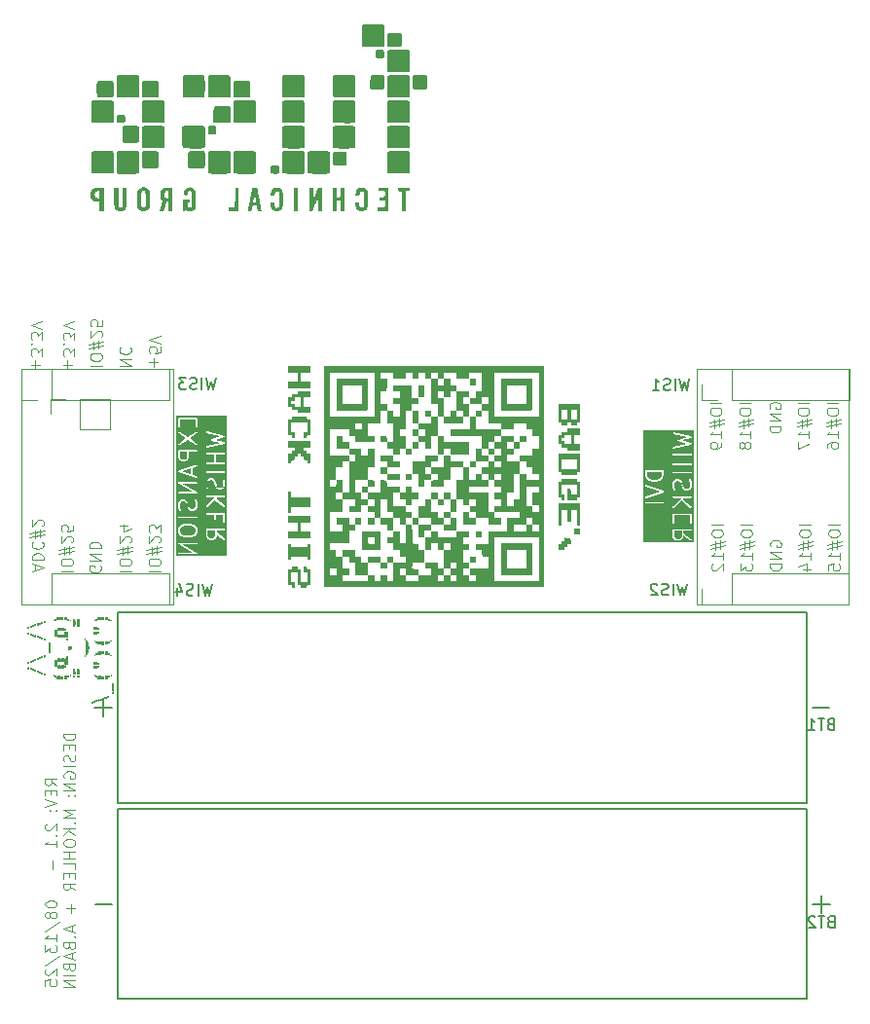
<source format=gbr>
%TF.GenerationSoftware,KiCad,Pcbnew,8.0.5*%
%TF.CreationDate,2025-08-16T16:19:27-04:00*%
%TF.ProjectId,TagTag,54616754-6167-42e6-9b69-6361645f7063,1.2*%
%TF.SameCoordinates,Original*%
%TF.FileFunction,Legend,Bot*%
%TF.FilePolarity,Positive*%
%FSLAX46Y46*%
G04 Gerber Fmt 4.6, Leading zero omitted, Abs format (unit mm)*
G04 Created by KiCad (PCBNEW 8.0.5) date 2025-08-16 16:19:27*
%MOMM*%
%LPD*%
G01*
G04 APERTURE LIST*
%ADD10C,0.100000*%
%ADD11C,0.120000*%
%ADD12C,0.150000*%
%ADD13C,0.125000*%
%ADD14C,0.127000*%
%ADD15C,0.000000*%
G04 APERTURE END LIST*
D10*
X214750000Y-97960000D02*
X228000000Y-97960000D01*
X228000000Y-118450000D01*
X214750000Y-118450000D01*
X214750000Y-97960000D01*
X155991712Y-97927341D02*
X169241712Y-97927341D01*
X169241712Y-118417341D01*
X155991712Y-118417341D01*
X155991712Y-97927341D01*
D11*
X159448713Y-115524099D02*
X160448713Y-115524099D01*
X160448713Y-114857433D02*
X160448713Y-114666957D01*
X160448713Y-114666957D02*
X160401094Y-114571719D01*
X160401094Y-114571719D02*
X160305856Y-114476481D01*
X160305856Y-114476481D02*
X160115380Y-114428862D01*
X160115380Y-114428862D02*
X159782047Y-114428862D01*
X159782047Y-114428862D02*
X159591571Y-114476481D01*
X159591571Y-114476481D02*
X159496333Y-114571719D01*
X159496333Y-114571719D02*
X159448713Y-114666957D01*
X159448713Y-114666957D02*
X159448713Y-114857433D01*
X159448713Y-114857433D02*
X159496333Y-114952671D01*
X159496333Y-114952671D02*
X159591571Y-115047909D01*
X159591571Y-115047909D02*
X159782047Y-115095528D01*
X159782047Y-115095528D02*
X160115380Y-115095528D01*
X160115380Y-115095528D02*
X160305856Y-115047909D01*
X160305856Y-115047909D02*
X160401094Y-114952671D01*
X160401094Y-114952671D02*
X160448713Y-114857433D01*
X160115380Y-114047909D02*
X160115380Y-113333624D01*
X160543952Y-113762195D02*
X159258237Y-114047909D01*
X159686809Y-113428862D02*
X159686809Y-114143147D01*
X159258237Y-113714576D02*
X160543952Y-113428862D01*
X160353475Y-113047909D02*
X160401094Y-113000290D01*
X160401094Y-113000290D02*
X160448713Y-112905052D01*
X160448713Y-112905052D02*
X160448713Y-112666957D01*
X160448713Y-112666957D02*
X160401094Y-112571719D01*
X160401094Y-112571719D02*
X160353475Y-112524100D01*
X160353475Y-112524100D02*
X160258237Y-112476481D01*
X160258237Y-112476481D02*
X160162999Y-112476481D01*
X160162999Y-112476481D02*
X160020142Y-112524100D01*
X160020142Y-112524100D02*
X159448713Y-113095528D01*
X159448713Y-113095528D02*
X159448713Y-112476481D01*
X160448713Y-111571719D02*
X160448713Y-112047909D01*
X160448713Y-112047909D02*
X159972523Y-112095528D01*
X159972523Y-112095528D02*
X160020142Y-112047909D01*
X160020142Y-112047909D02*
X160067761Y-111952671D01*
X160067761Y-111952671D02*
X160067761Y-111714576D01*
X160067761Y-111714576D02*
X160020142Y-111619338D01*
X160020142Y-111619338D02*
X159972523Y-111571719D01*
X159972523Y-111571719D02*
X159877285Y-111524100D01*
X159877285Y-111524100D02*
X159639190Y-111524100D01*
X159639190Y-111524100D02*
X159543952Y-111571719D01*
X159543952Y-111571719D02*
X159496333Y-111619338D01*
X159496333Y-111619338D02*
X159448713Y-111714576D01*
X159448713Y-111714576D02*
X159448713Y-111952671D01*
X159448713Y-111952671D02*
X159496333Y-112047909D01*
X159496333Y-112047909D02*
X159543952Y-112095528D01*
X167068713Y-115524099D02*
X168068713Y-115524099D01*
X168068713Y-114857433D02*
X168068713Y-114666957D01*
X168068713Y-114666957D02*
X168021094Y-114571719D01*
X168021094Y-114571719D02*
X167925856Y-114476481D01*
X167925856Y-114476481D02*
X167735380Y-114428862D01*
X167735380Y-114428862D02*
X167402047Y-114428862D01*
X167402047Y-114428862D02*
X167211571Y-114476481D01*
X167211571Y-114476481D02*
X167116333Y-114571719D01*
X167116333Y-114571719D02*
X167068713Y-114666957D01*
X167068713Y-114666957D02*
X167068713Y-114857433D01*
X167068713Y-114857433D02*
X167116333Y-114952671D01*
X167116333Y-114952671D02*
X167211571Y-115047909D01*
X167211571Y-115047909D02*
X167402047Y-115095528D01*
X167402047Y-115095528D02*
X167735380Y-115095528D01*
X167735380Y-115095528D02*
X167925856Y-115047909D01*
X167925856Y-115047909D02*
X168021094Y-114952671D01*
X168021094Y-114952671D02*
X168068713Y-114857433D01*
X167735380Y-114047909D02*
X167735380Y-113333624D01*
X168163952Y-113762195D02*
X166878237Y-114047909D01*
X167306809Y-113428862D02*
X167306809Y-114143147D01*
X166878237Y-113714576D02*
X168163952Y-113428862D01*
X167973475Y-113047909D02*
X168021094Y-113000290D01*
X168021094Y-113000290D02*
X168068713Y-112905052D01*
X168068713Y-112905052D02*
X168068713Y-112666957D01*
X168068713Y-112666957D02*
X168021094Y-112571719D01*
X168021094Y-112571719D02*
X167973475Y-112524100D01*
X167973475Y-112524100D02*
X167878237Y-112476481D01*
X167878237Y-112476481D02*
X167782999Y-112476481D01*
X167782999Y-112476481D02*
X167640142Y-112524100D01*
X167640142Y-112524100D02*
X167068713Y-113095528D01*
X167068713Y-113095528D02*
X167068713Y-112476481D01*
X168068713Y-112143147D02*
X168068713Y-111524100D01*
X168068713Y-111524100D02*
X167687761Y-111857433D01*
X167687761Y-111857433D02*
X167687761Y-111714576D01*
X167687761Y-111714576D02*
X167640142Y-111619338D01*
X167640142Y-111619338D02*
X167592523Y-111571719D01*
X167592523Y-111571719D02*
X167497285Y-111524100D01*
X167497285Y-111524100D02*
X167259190Y-111524100D01*
X167259190Y-111524100D02*
X167163952Y-111571719D01*
X167163952Y-111571719D02*
X167116333Y-111619338D01*
X167116333Y-111619338D02*
X167068713Y-111714576D01*
X167068713Y-111714576D02*
X167068713Y-112000290D01*
X167068713Y-112000290D02*
X167116333Y-112095528D01*
X167116333Y-112095528D02*
X167163952Y-112143147D01*
X227192099Y-111488532D02*
X226192099Y-111488532D01*
X226192099Y-112155198D02*
X226192099Y-112345674D01*
X226192099Y-112345674D02*
X226239718Y-112440912D01*
X226239718Y-112440912D02*
X226334956Y-112536150D01*
X226334956Y-112536150D02*
X226525432Y-112583769D01*
X226525432Y-112583769D02*
X226858765Y-112583769D01*
X226858765Y-112583769D02*
X227049241Y-112536150D01*
X227049241Y-112536150D02*
X227144480Y-112440912D01*
X227144480Y-112440912D02*
X227192099Y-112345674D01*
X227192099Y-112345674D02*
X227192099Y-112155198D01*
X227192099Y-112155198D02*
X227144480Y-112059960D01*
X227144480Y-112059960D02*
X227049241Y-111964722D01*
X227049241Y-111964722D02*
X226858765Y-111917103D01*
X226858765Y-111917103D02*
X226525432Y-111917103D01*
X226525432Y-111917103D02*
X226334956Y-111964722D01*
X226334956Y-111964722D02*
X226239718Y-112059960D01*
X226239718Y-112059960D02*
X226192099Y-112155198D01*
X226525432Y-112964722D02*
X226525432Y-113679007D01*
X226096860Y-113250436D02*
X227382575Y-112964722D01*
X226954003Y-113583769D02*
X226954003Y-112869484D01*
X227382575Y-113298055D02*
X226096860Y-113583769D01*
X227192099Y-114536150D02*
X227192099Y-113964722D01*
X227192099Y-114250436D02*
X226192099Y-114250436D01*
X226192099Y-114250436D02*
X226334956Y-114155198D01*
X226334956Y-114155198D02*
X226430194Y-114059960D01*
X226430194Y-114059960D02*
X226477813Y-113964722D01*
X226192099Y-115440912D02*
X226192099Y-114964722D01*
X226192099Y-114964722D02*
X226668289Y-114917103D01*
X226668289Y-114917103D02*
X226620670Y-114964722D01*
X226620670Y-114964722D02*
X226573051Y-115059960D01*
X226573051Y-115059960D02*
X226573051Y-115298055D01*
X226573051Y-115298055D02*
X226620670Y-115393293D01*
X226620670Y-115393293D02*
X226668289Y-115440912D01*
X226668289Y-115440912D02*
X226763527Y-115488531D01*
X226763527Y-115488531D02*
X227001622Y-115488531D01*
X227001622Y-115488531D02*
X227096860Y-115440912D01*
X227096860Y-115440912D02*
X227144480Y-115393293D01*
X227144480Y-115393293D02*
X227192099Y-115298055D01*
X227192099Y-115298055D02*
X227192099Y-115059960D01*
X227192099Y-115059960D02*
X227144480Y-114964722D01*
X227144480Y-114964722D02*
X227096860Y-114917103D01*
X224537569Y-100888672D02*
X223537569Y-100888672D01*
X223537569Y-101555338D02*
X223537569Y-101745814D01*
X223537569Y-101745814D02*
X223585188Y-101841052D01*
X223585188Y-101841052D02*
X223680426Y-101936290D01*
X223680426Y-101936290D02*
X223870902Y-101983909D01*
X223870902Y-101983909D02*
X224204235Y-101983909D01*
X224204235Y-101983909D02*
X224394711Y-101936290D01*
X224394711Y-101936290D02*
X224489950Y-101841052D01*
X224489950Y-101841052D02*
X224537569Y-101745814D01*
X224537569Y-101745814D02*
X224537569Y-101555338D01*
X224537569Y-101555338D02*
X224489950Y-101460100D01*
X224489950Y-101460100D02*
X224394711Y-101364862D01*
X224394711Y-101364862D02*
X224204235Y-101317243D01*
X224204235Y-101317243D02*
X223870902Y-101317243D01*
X223870902Y-101317243D02*
X223680426Y-101364862D01*
X223680426Y-101364862D02*
X223585188Y-101460100D01*
X223585188Y-101460100D02*
X223537569Y-101555338D01*
X223870902Y-102364862D02*
X223870902Y-103079147D01*
X223442330Y-102650576D02*
X224728045Y-102364862D01*
X224299473Y-102983909D02*
X224299473Y-102269624D01*
X224728045Y-102698195D02*
X223442330Y-102983909D01*
X224537569Y-103936290D02*
X224537569Y-103364862D01*
X224537569Y-103650576D02*
X223537569Y-103650576D01*
X223537569Y-103650576D02*
X223680426Y-103555338D01*
X223680426Y-103555338D02*
X223775664Y-103460100D01*
X223775664Y-103460100D02*
X223823283Y-103364862D01*
X223537569Y-104269624D02*
X223537569Y-104936290D01*
X223537569Y-104936290D02*
X224537569Y-104507719D01*
D12*
G36*
X172849186Y-112453142D02*
G01*
X172791118Y-112569277D01*
X172736902Y-112623493D01*
X172620767Y-112681561D01*
X172441891Y-112681561D01*
X172325756Y-112623494D01*
X172271540Y-112569277D01*
X172213472Y-112453141D01*
X172213472Y-111974418D01*
X172849186Y-111974418D01*
X172849186Y-112453142D01*
G37*
G36*
X170970926Y-111645710D02*
G01*
X171090488Y-111765272D01*
X171148556Y-111881407D01*
X171148556Y-112131712D01*
X171090488Y-112247846D01*
X170970927Y-112367408D01*
X170714322Y-112431560D01*
X170232790Y-112431560D01*
X169976185Y-112367408D01*
X169856623Y-112247846D01*
X169798556Y-112131711D01*
X169798556Y-111881408D01*
X169856623Y-111765272D01*
X169976185Y-111645710D01*
X170232790Y-111581560D01*
X170714322Y-111581560D01*
X170970926Y-111645710D01*
G37*
G36*
X170719985Y-107116789D02*
G01*
X169960726Y-106863703D01*
X170719985Y-106610616D01*
X170719985Y-107116789D01*
G37*
G36*
X170434270Y-105631712D02*
G01*
X170376202Y-105747847D01*
X170321986Y-105802063D01*
X170205851Y-105860131D01*
X170026975Y-105860131D01*
X169910840Y-105802064D01*
X169856624Y-105747847D01*
X169798556Y-105631711D01*
X169798556Y-105152988D01*
X170434270Y-105152988D01*
X170434270Y-105631712D01*
G37*
G36*
X173880139Y-114248227D02*
G01*
X169481889Y-114248227D01*
X169481889Y-113154656D01*
X169648739Y-113154656D01*
X169649997Y-113159268D01*
X169649997Y-113164049D01*
X169653814Y-113173264D01*
X169656439Y-113182888D01*
X169659366Y-113186668D01*
X169661196Y-113191085D01*
X169668246Y-113198135D01*
X169674356Y-113206025D01*
X169680488Y-113210377D01*
X169681888Y-113211777D01*
X169683262Y-113212346D01*
X169686346Y-113214535D01*
X170941140Y-113931560D01*
X169723556Y-113931560D01*
X169708924Y-113933001D01*
X169681888Y-113944200D01*
X169661196Y-113964892D01*
X169649997Y-113991928D01*
X169649997Y-114021192D01*
X169661196Y-114048228D01*
X169681888Y-114068920D01*
X169708924Y-114080119D01*
X169723556Y-114081560D01*
X171223556Y-114081560D01*
X171227319Y-114081189D01*
X171228795Y-114081377D01*
X171230705Y-114080855D01*
X171238188Y-114080119D01*
X171247403Y-114076301D01*
X171257027Y-114073677D01*
X171260807Y-114070749D01*
X171265224Y-114068920D01*
X171272274Y-114061869D01*
X171280164Y-114055760D01*
X171282537Y-114051606D01*
X171285916Y-114048228D01*
X171289732Y-114039015D01*
X171294683Y-114030351D01*
X171295285Y-114025607D01*
X171297115Y-114021192D01*
X171297115Y-114011217D01*
X171298373Y-114001321D01*
X171297115Y-113996708D01*
X171297115Y-113991928D01*
X171293297Y-113982711D01*
X171290673Y-113973090D01*
X171287746Y-113969310D01*
X171285916Y-113964892D01*
X171278862Y-113957838D01*
X171272756Y-113949953D01*
X171266623Y-113945599D01*
X171265224Y-113944200D01*
X171263850Y-113943631D01*
X171260767Y-113941442D01*
X170005973Y-113224417D01*
X171223556Y-113224417D01*
X171238188Y-113222976D01*
X171265224Y-113211777D01*
X171285916Y-113191085D01*
X171297115Y-113164049D01*
X171297115Y-113134785D01*
X171285916Y-113107749D01*
X171265224Y-113087057D01*
X171238188Y-113075858D01*
X171223556Y-113074417D01*
X169723556Y-113074417D01*
X169719792Y-113074787D01*
X169718317Y-113074600D01*
X169716406Y-113075121D01*
X169708924Y-113075858D01*
X169699708Y-113079675D01*
X169690085Y-113082300D01*
X169686304Y-113085227D01*
X169681888Y-113087057D01*
X169674837Y-113094107D01*
X169666948Y-113100217D01*
X169664574Y-113104370D01*
X169661196Y-113107749D01*
X169657379Y-113116961D01*
X169652429Y-113125626D01*
X169651826Y-113130369D01*
X169649997Y-113134785D01*
X169649997Y-113144759D01*
X169648739Y-113154656D01*
X169481889Y-113154656D01*
X169481889Y-111863703D01*
X169648556Y-111863703D01*
X169648556Y-112149417D01*
X169649997Y-112164049D01*
X169651027Y-112166537D01*
X169651219Y-112169227D01*
X169656474Y-112182958D01*
X169727903Y-112325815D01*
X169731867Y-112332114D01*
X169732625Y-112333942D01*
X169734313Y-112335998D01*
X169735735Y-112338258D01*
X169737233Y-112339557D01*
X169741952Y-112345307D01*
X169884809Y-112488164D01*
X169896174Y-112497491D01*
X169901324Y-112499624D01*
X169905806Y-112502945D01*
X169919652Y-112507892D01*
X170205365Y-112579321D01*
X170207903Y-112579696D01*
X170208924Y-112580119D01*
X170214435Y-112580661D01*
X170219910Y-112581471D01*
X170221002Y-112581308D01*
X170223556Y-112581560D01*
X170723556Y-112581560D01*
X170726109Y-112581308D01*
X170727202Y-112581471D01*
X170732675Y-112580661D01*
X170738188Y-112580119D01*
X170739209Y-112579696D01*
X170741746Y-112579321D01*
X171027460Y-112507892D01*
X171041306Y-112502945D01*
X171045785Y-112499625D01*
X171050937Y-112497492D01*
X171062303Y-112488164D01*
X171205161Y-112345307D01*
X171209879Y-112339557D01*
X171211378Y-112338258D01*
X171212799Y-112335998D01*
X171214488Y-112333942D01*
X171215245Y-112332114D01*
X171219210Y-112325815D01*
X171290638Y-112182958D01*
X171295893Y-112169226D01*
X171296083Y-112166538D01*
X171297115Y-112164049D01*
X171298556Y-112149417D01*
X171298556Y-111899418D01*
X172063472Y-111899418D01*
X172063472Y-112470847D01*
X172064913Y-112485479D01*
X172065943Y-112487967D01*
X172066135Y-112490657D01*
X172071390Y-112504388D01*
X172142819Y-112647245D01*
X172146782Y-112653541D01*
X172147540Y-112655371D01*
X172149229Y-112657429D01*
X172150651Y-112659688D01*
X172152149Y-112660987D01*
X172156868Y-112666737D01*
X172228296Y-112738166D01*
X172234045Y-112742884D01*
X172235345Y-112744383D01*
X172237604Y-112745804D01*
X172239661Y-112747493D01*
X172241488Y-112748250D01*
X172247788Y-112752215D01*
X172390645Y-112823643D01*
X172404377Y-112828898D01*
X172407064Y-112829088D01*
X172409554Y-112830120D01*
X172424186Y-112831561D01*
X172638472Y-112831561D01*
X172653104Y-112830120D01*
X172655593Y-112829088D01*
X172658281Y-112828898D01*
X172672013Y-112823643D01*
X172814870Y-112752215D01*
X172821169Y-112748250D01*
X172822997Y-112747493D01*
X172825053Y-112745804D01*
X172827313Y-112744383D01*
X172828612Y-112742884D01*
X172834362Y-112738166D01*
X172905791Y-112666737D01*
X172910511Y-112660986D01*
X172912008Y-112659688D01*
X172913427Y-112657433D01*
X172915119Y-112655372D01*
X172915877Y-112653539D01*
X172919840Y-112647245D01*
X172991268Y-112504388D01*
X172996523Y-112490656D01*
X172996713Y-112487968D01*
X172997745Y-112485479D01*
X172999186Y-112470847D01*
X172999186Y-112400609D01*
X173595462Y-112818003D01*
X173608276Y-112825214D01*
X173636847Y-112831543D01*
X173665664Y-112826458D01*
X173690343Y-112810731D01*
X173707125Y-112786757D01*
X173713454Y-112758186D01*
X173708369Y-112729369D01*
X173692642Y-112704690D01*
X173681482Y-112695119D01*
X172999186Y-112217511D01*
X172999186Y-111974418D01*
X173638472Y-111974418D01*
X173653104Y-111972977D01*
X173680140Y-111961778D01*
X173700832Y-111941086D01*
X173712031Y-111914050D01*
X173712031Y-111884786D01*
X173700832Y-111857750D01*
X173680140Y-111837058D01*
X173653104Y-111825859D01*
X173638472Y-111824418D01*
X172138472Y-111824418D01*
X172123840Y-111825859D01*
X172096804Y-111837058D01*
X172076112Y-111857750D01*
X172064913Y-111884786D01*
X172063472Y-111899418D01*
X171298556Y-111899418D01*
X171298556Y-111863703D01*
X171297115Y-111849071D01*
X171296083Y-111846581D01*
X171295893Y-111843894D01*
X171290638Y-111830162D01*
X171219210Y-111687305D01*
X171215246Y-111681008D01*
X171214489Y-111679179D01*
X171212799Y-111677120D01*
X171211378Y-111674862D01*
X171209879Y-111673562D01*
X171205161Y-111667813D01*
X171062303Y-111524955D01*
X171050938Y-111515628D01*
X171045787Y-111513494D01*
X171041306Y-111510174D01*
X171027460Y-111505227D01*
X170741746Y-111433799D01*
X170739209Y-111433424D01*
X170738188Y-111433001D01*
X170732673Y-111432457D01*
X170727201Y-111431649D01*
X170726109Y-111431811D01*
X170723556Y-111431560D01*
X170223556Y-111431560D01*
X170221002Y-111431811D01*
X170219910Y-111431649D01*
X170214436Y-111432458D01*
X170208924Y-111433001D01*
X170207902Y-111433423D01*
X170205366Y-111433799D01*
X169919652Y-111505227D01*
X169905806Y-111510174D01*
X169901325Y-111513494D01*
X169896174Y-111515628D01*
X169884809Y-111524955D01*
X169741952Y-111667813D01*
X169737233Y-111673562D01*
X169735735Y-111674862D01*
X169734313Y-111677120D01*
X169732624Y-111679179D01*
X169731866Y-111681008D01*
X169727903Y-111687305D01*
X169656474Y-111830162D01*
X169651219Y-111843893D01*
X169651027Y-111846582D01*
X169649997Y-111849071D01*
X169648556Y-111863703D01*
X169481889Y-111863703D01*
X169481889Y-110849070D01*
X169649997Y-110849070D01*
X169649997Y-110878334D01*
X169661196Y-110905370D01*
X169681888Y-110926062D01*
X169708924Y-110937261D01*
X169723556Y-110938702D01*
X171223556Y-110938702D01*
X171238188Y-110937261D01*
X171265224Y-110926062D01*
X171285916Y-110905370D01*
X171297115Y-110878334D01*
X171297115Y-110849070D01*
X171285916Y-110822034D01*
X171265224Y-110801342D01*
X171238188Y-110790143D01*
X171223556Y-110788702D01*
X169723556Y-110788702D01*
X169708924Y-110790143D01*
X169681888Y-110801342D01*
X169661196Y-110822034D01*
X169649997Y-110849070D01*
X169481889Y-110849070D01*
X169481889Y-110542275D01*
X172063472Y-110542275D01*
X172063472Y-111256561D01*
X172064913Y-111271193D01*
X172076112Y-111298229D01*
X172096804Y-111318921D01*
X172123840Y-111330120D01*
X172153104Y-111330120D01*
X172180140Y-111318921D01*
X172200832Y-111298229D01*
X172212031Y-111271193D01*
X172213472Y-111256561D01*
X172213472Y-110617275D01*
X172777758Y-110617275D01*
X172777758Y-111042275D01*
X172779199Y-111056907D01*
X172790398Y-111083943D01*
X172811090Y-111104635D01*
X172838126Y-111115834D01*
X172867390Y-111115834D01*
X172894426Y-111104635D01*
X172915118Y-111083943D01*
X172926317Y-111056907D01*
X172927758Y-111042275D01*
X172927758Y-110617275D01*
X173563472Y-110617275D01*
X173563472Y-111256561D01*
X173564913Y-111271193D01*
X173576112Y-111298229D01*
X173596804Y-111318921D01*
X173623840Y-111330120D01*
X173653104Y-111330120D01*
X173680140Y-111318921D01*
X173700832Y-111298229D01*
X173712031Y-111271193D01*
X173713472Y-111256561D01*
X173713472Y-110542275D01*
X173712031Y-110527643D01*
X173700832Y-110500607D01*
X173680140Y-110479915D01*
X173653104Y-110468716D01*
X173638472Y-110467275D01*
X172138472Y-110467275D01*
X172123840Y-110468716D01*
X172096804Y-110479915D01*
X172076112Y-110500607D01*
X172064913Y-110527643D01*
X172063472Y-110542275D01*
X169481889Y-110542275D01*
X169481889Y-109649417D01*
X169648556Y-109649417D01*
X169648556Y-110006560D01*
X169649285Y-110013965D01*
X169649145Y-110015940D01*
X169649735Y-110018537D01*
X169649997Y-110021192D01*
X169650755Y-110023023D01*
X169652405Y-110030277D01*
X169723834Y-110244563D01*
X169729828Y-110257988D01*
X169749002Y-110280095D01*
X169775175Y-110293182D01*
X169804365Y-110295257D01*
X169832128Y-110286003D01*
X169854235Y-110266829D01*
X169867321Y-110240655D01*
X169869396Y-110211465D01*
X169866136Y-110197128D01*
X169798556Y-109994389D01*
X169798556Y-109667122D01*
X169856624Y-109550986D01*
X169910840Y-109496769D01*
X170026975Y-109438703D01*
X170134423Y-109438703D01*
X170250557Y-109496769D01*
X170304773Y-109550986D01*
X170367077Y-109675593D01*
X170436509Y-109953321D01*
X170436894Y-109954400D01*
X170436933Y-109954940D01*
X170439260Y-109961021D01*
X170441456Y-109967167D01*
X170441778Y-109967602D01*
X170442188Y-109968672D01*
X170513617Y-110111530D01*
X170517581Y-110117829D01*
X170518339Y-110119657D01*
X170520027Y-110121713D01*
X170521449Y-110123973D01*
X170522947Y-110125272D01*
X170527666Y-110131022D01*
X170599095Y-110202450D01*
X170604847Y-110207170D01*
X170606144Y-110208666D01*
X170608398Y-110210084D01*
X170610461Y-110211778D01*
X170612292Y-110212536D01*
X170618587Y-110216499D01*
X170761444Y-110287928D01*
X170775175Y-110293183D01*
X170777864Y-110293374D01*
X170780353Y-110294405D01*
X170794985Y-110295846D01*
X170937842Y-110295846D01*
X170952474Y-110294405D01*
X170954962Y-110293374D01*
X170957652Y-110293183D01*
X170971383Y-110287928D01*
X171114240Y-110216499D01*
X171120536Y-110212535D01*
X171122366Y-110211778D01*
X171124424Y-110210088D01*
X171126683Y-110208667D01*
X171127982Y-110207168D01*
X171133732Y-110202450D01*
X171205161Y-110131022D01*
X171209879Y-110125272D01*
X171211378Y-110123973D01*
X171212799Y-110121713D01*
X171214488Y-110119657D01*
X171215245Y-110117829D01*
X171219210Y-110111530D01*
X171290638Y-109968671D01*
X171295893Y-109954940D01*
X171296083Y-109952252D01*
X171297115Y-109949763D01*
X171298556Y-109935131D01*
X171298556Y-109577989D01*
X171297826Y-109570583D01*
X171297967Y-109568609D01*
X171297376Y-109566011D01*
X171297115Y-109563357D01*
X171296356Y-109561525D01*
X171294707Y-109554272D01*
X171223279Y-109339986D01*
X171217285Y-109326561D01*
X171198111Y-109304453D01*
X171171938Y-109291367D01*
X171142748Y-109289292D01*
X171114986Y-109298546D01*
X171092878Y-109317720D01*
X171079792Y-109343893D01*
X171077717Y-109373083D01*
X171080977Y-109387420D01*
X171148556Y-109590158D01*
X171148556Y-109917426D01*
X171090488Y-110033561D01*
X171036272Y-110087777D01*
X170920137Y-110145846D01*
X170812690Y-110145846D01*
X170696554Y-110087777D01*
X170642337Y-110033561D01*
X170580034Y-109908955D01*
X170510603Y-109631227D01*
X170510217Y-109630147D01*
X170510179Y-109629607D01*
X170507848Y-109623517D01*
X170505656Y-109617381D01*
X170505333Y-109616945D01*
X170504924Y-109615876D01*
X170433495Y-109473019D01*
X170429532Y-109466724D01*
X170428774Y-109464893D01*
X170427080Y-109462830D01*
X170425662Y-109460576D01*
X170424166Y-109459279D01*
X170419446Y-109453527D01*
X170348018Y-109382098D01*
X170342268Y-109377379D01*
X170340969Y-109375881D01*
X170338709Y-109374459D01*
X170336653Y-109372771D01*
X170334825Y-109372013D01*
X170328526Y-109368049D01*
X170185669Y-109296621D01*
X170171937Y-109291366D01*
X170169249Y-109291175D01*
X170166760Y-109290144D01*
X170152128Y-109288703D01*
X170009270Y-109288703D01*
X169994638Y-109290144D01*
X169992148Y-109291175D01*
X169989461Y-109291366D01*
X169975729Y-109296621D01*
X169832872Y-109368049D01*
X169826572Y-109372013D01*
X169824745Y-109372771D01*
X169822688Y-109374459D01*
X169820429Y-109375881D01*
X169819129Y-109377379D01*
X169813380Y-109382098D01*
X169741952Y-109453527D01*
X169737233Y-109459276D01*
X169735735Y-109460576D01*
X169734313Y-109462834D01*
X169732624Y-109464893D01*
X169731866Y-109466722D01*
X169727903Y-109473019D01*
X169656474Y-109615876D01*
X169651219Y-109629607D01*
X169651027Y-109632296D01*
X169649997Y-109634785D01*
X169648556Y-109649417D01*
X169481889Y-109649417D01*
X169481889Y-109027643D01*
X172064913Y-109027643D01*
X172064913Y-109056907D01*
X172076112Y-109083943D01*
X172096804Y-109104635D01*
X172123840Y-109115834D01*
X172138472Y-109117275D01*
X172814549Y-109117275D01*
X172085439Y-109846385D01*
X172076112Y-109857750D01*
X172064913Y-109884787D01*
X172064913Y-109914049D01*
X172076112Y-109941086D01*
X172096804Y-109961778D01*
X172123841Y-109972977D01*
X172153103Y-109972977D01*
X172180140Y-109961778D01*
X172191505Y-109952451D01*
X172788366Y-109355589D01*
X173593472Y-109959418D01*
X173606043Y-109967045D01*
X173634391Y-109974307D01*
X173663360Y-109970169D01*
X173688540Y-109955259D01*
X173706099Y-109931848D01*
X173713361Y-109903500D01*
X173709223Y-109874531D01*
X173694313Y-109849350D01*
X173683472Y-109839418D01*
X172895509Y-109248446D01*
X173026681Y-109117275D01*
X173638472Y-109117275D01*
X173653104Y-109115834D01*
X173680140Y-109104635D01*
X173700832Y-109083943D01*
X173712031Y-109056907D01*
X173712031Y-109027643D01*
X173700832Y-109000607D01*
X173680140Y-108979915D01*
X173653104Y-108968716D01*
X173638472Y-108967275D01*
X172138472Y-108967275D01*
X172123840Y-108968716D01*
X172096804Y-108979915D01*
X172076112Y-109000607D01*
X172064913Y-109027643D01*
X169481889Y-109027643D01*
X169481889Y-107868941D01*
X169648739Y-107868941D01*
X169649997Y-107873553D01*
X169649997Y-107878334D01*
X169653814Y-107887549D01*
X169656439Y-107897173D01*
X169659366Y-107900953D01*
X169661196Y-107905370D01*
X169668246Y-107912420D01*
X169674356Y-107920310D01*
X169680488Y-107924662D01*
X169681888Y-107926062D01*
X169683262Y-107926631D01*
X169686346Y-107928820D01*
X170941140Y-108645845D01*
X169723556Y-108645845D01*
X169708924Y-108647286D01*
X169681888Y-108658485D01*
X169661196Y-108679177D01*
X169649997Y-108706213D01*
X169649997Y-108735477D01*
X169661196Y-108762513D01*
X169681888Y-108783205D01*
X169708924Y-108794404D01*
X169723556Y-108795845D01*
X171223556Y-108795845D01*
X171227319Y-108795474D01*
X171228795Y-108795662D01*
X171230705Y-108795140D01*
X171238188Y-108794404D01*
X171247403Y-108790586D01*
X171257027Y-108787962D01*
X171260807Y-108785034D01*
X171265224Y-108783205D01*
X171272274Y-108776154D01*
X171280164Y-108770045D01*
X171282537Y-108765891D01*
X171285916Y-108762513D01*
X171289732Y-108753300D01*
X171294683Y-108744636D01*
X171295285Y-108739892D01*
X171297115Y-108735477D01*
X171297115Y-108725502D01*
X171298373Y-108715606D01*
X171297115Y-108710993D01*
X171297115Y-108706213D01*
X171293297Y-108696996D01*
X171290673Y-108687375D01*
X171287746Y-108683595D01*
X171285916Y-108679177D01*
X171278862Y-108672123D01*
X171272756Y-108664238D01*
X171266623Y-108659884D01*
X171265224Y-108658485D01*
X171263850Y-108657916D01*
X171260767Y-108655727D01*
X170005973Y-107938702D01*
X171223556Y-107938702D01*
X171238188Y-107937261D01*
X171265224Y-107926062D01*
X171285916Y-107905370D01*
X171297115Y-107878334D01*
X171297115Y-107849070D01*
X171288383Y-107827990D01*
X172063472Y-107827990D01*
X172063472Y-108185133D01*
X172064201Y-108192538D01*
X172064061Y-108194513D01*
X172064651Y-108197110D01*
X172064913Y-108199765D01*
X172065671Y-108201596D01*
X172067321Y-108208850D01*
X172138750Y-108423136D01*
X172144744Y-108436561D01*
X172163918Y-108458668D01*
X172190091Y-108471755D01*
X172219281Y-108473830D01*
X172247044Y-108464576D01*
X172269151Y-108445402D01*
X172282237Y-108419228D01*
X172284312Y-108390038D01*
X172281052Y-108375701D01*
X172213472Y-108172962D01*
X172213472Y-107845695D01*
X172271540Y-107729559D01*
X172325756Y-107675342D01*
X172441891Y-107617276D01*
X172549339Y-107617276D01*
X172665473Y-107675342D01*
X172719689Y-107729559D01*
X172781993Y-107854166D01*
X172851425Y-108131894D01*
X172851810Y-108132973D01*
X172851849Y-108133513D01*
X172854176Y-108139594D01*
X172856372Y-108145740D01*
X172856694Y-108146175D01*
X172857104Y-108147245D01*
X172928533Y-108290103D01*
X172932497Y-108296402D01*
X172933255Y-108298230D01*
X172934943Y-108300286D01*
X172936365Y-108302546D01*
X172937863Y-108303845D01*
X172942582Y-108309595D01*
X173014011Y-108381023D01*
X173019763Y-108385743D01*
X173021060Y-108387239D01*
X173023314Y-108388657D01*
X173025377Y-108390351D01*
X173027208Y-108391109D01*
X173033503Y-108395072D01*
X173176360Y-108466501D01*
X173190091Y-108471756D01*
X173192780Y-108471947D01*
X173195269Y-108472978D01*
X173209901Y-108474419D01*
X173352758Y-108474419D01*
X173367390Y-108472978D01*
X173369878Y-108471947D01*
X173372568Y-108471756D01*
X173386299Y-108466501D01*
X173529156Y-108395072D01*
X173535452Y-108391108D01*
X173537282Y-108390351D01*
X173539340Y-108388661D01*
X173541599Y-108387240D01*
X173542898Y-108385741D01*
X173548648Y-108381023D01*
X173620077Y-108309595D01*
X173624795Y-108303845D01*
X173626294Y-108302546D01*
X173627715Y-108300286D01*
X173629404Y-108298230D01*
X173630161Y-108296402D01*
X173634126Y-108290103D01*
X173705554Y-108147244D01*
X173710809Y-108133513D01*
X173710999Y-108130825D01*
X173712031Y-108128336D01*
X173713472Y-108113704D01*
X173713472Y-107756562D01*
X173712742Y-107749156D01*
X173712883Y-107747182D01*
X173712292Y-107744584D01*
X173712031Y-107741930D01*
X173711272Y-107740098D01*
X173709623Y-107732845D01*
X173638195Y-107518559D01*
X173632201Y-107505134D01*
X173613027Y-107483026D01*
X173586854Y-107469940D01*
X173557664Y-107467865D01*
X173529902Y-107477119D01*
X173507794Y-107496293D01*
X173494708Y-107522466D01*
X173492633Y-107551656D01*
X173495893Y-107565993D01*
X173563472Y-107768731D01*
X173563472Y-108095999D01*
X173505404Y-108212134D01*
X173451188Y-108266350D01*
X173335053Y-108324419D01*
X173227606Y-108324419D01*
X173111470Y-108266350D01*
X173057253Y-108212134D01*
X172994950Y-108087528D01*
X172925519Y-107809800D01*
X172925133Y-107808720D01*
X172925095Y-107808180D01*
X172922764Y-107802090D01*
X172920572Y-107795954D01*
X172920249Y-107795518D01*
X172919840Y-107794449D01*
X172848411Y-107651592D01*
X172844448Y-107645297D01*
X172843690Y-107643466D01*
X172841996Y-107641403D01*
X172840578Y-107639149D01*
X172839082Y-107637852D01*
X172834362Y-107632100D01*
X172762934Y-107560671D01*
X172757184Y-107555952D01*
X172755885Y-107554454D01*
X172753625Y-107553032D01*
X172751569Y-107551344D01*
X172749741Y-107550586D01*
X172743442Y-107546622D01*
X172600585Y-107475194D01*
X172586853Y-107469939D01*
X172584165Y-107469748D01*
X172581676Y-107468717D01*
X172567044Y-107467276D01*
X172424186Y-107467276D01*
X172409554Y-107468717D01*
X172407064Y-107469748D01*
X172404377Y-107469939D01*
X172390645Y-107475194D01*
X172247788Y-107546622D01*
X172241488Y-107550586D01*
X172239661Y-107551344D01*
X172237604Y-107553032D01*
X172235345Y-107554454D01*
X172234045Y-107555952D01*
X172228296Y-107560671D01*
X172156868Y-107632100D01*
X172152149Y-107637849D01*
X172150651Y-107639149D01*
X172149229Y-107641407D01*
X172147540Y-107643466D01*
X172146782Y-107645295D01*
X172142819Y-107651592D01*
X172071390Y-107794449D01*
X172066135Y-107808180D01*
X172065943Y-107810869D01*
X172064913Y-107813358D01*
X172063472Y-107827990D01*
X171288383Y-107827990D01*
X171285916Y-107822034D01*
X171265224Y-107801342D01*
X171238188Y-107790143D01*
X171223556Y-107788702D01*
X169723556Y-107788702D01*
X169719792Y-107789072D01*
X169718317Y-107788885D01*
X169716406Y-107789406D01*
X169708924Y-107790143D01*
X169699708Y-107793960D01*
X169690085Y-107796585D01*
X169686304Y-107799512D01*
X169681888Y-107801342D01*
X169674837Y-107808392D01*
X169666948Y-107814502D01*
X169664574Y-107818655D01*
X169661196Y-107822034D01*
X169657379Y-107831246D01*
X169652429Y-107839911D01*
X169651826Y-107844654D01*
X169649997Y-107849070D01*
X169649997Y-107859044D01*
X169648739Y-107868941D01*
X169481889Y-107868941D01*
X169481889Y-106854323D01*
X169649145Y-106854323D01*
X169649811Y-106863703D01*
X169649145Y-106873083D01*
X169650840Y-106878168D01*
X169651220Y-106883513D01*
X169655424Y-106891922D01*
X169658399Y-106900846D01*
X169661910Y-106904894D01*
X169664306Y-106909686D01*
X169671410Y-106915848D01*
X169677573Y-106922953D01*
X169682364Y-106925348D01*
X169686413Y-106928860D01*
X169699839Y-106934854D01*
X171199839Y-107434854D01*
X171214176Y-107438114D01*
X171243366Y-107436040D01*
X171269539Y-107422953D01*
X171288713Y-107400846D01*
X171297967Y-107373083D01*
X171295893Y-107343893D01*
X171282806Y-107317720D01*
X171260699Y-107298546D01*
X171247273Y-107292552D01*
X170869985Y-107166789D01*
X170869985Y-106884786D01*
X172064913Y-106884786D01*
X172064913Y-106914050D01*
X172076112Y-106941086D01*
X172096804Y-106961778D01*
X172123840Y-106972977D01*
X172138472Y-106974418D01*
X173638472Y-106974418D01*
X173653104Y-106972977D01*
X173680140Y-106961778D01*
X173700832Y-106941086D01*
X173712031Y-106914050D01*
X173712031Y-106884786D01*
X173700832Y-106857750D01*
X173680140Y-106837058D01*
X173653104Y-106825859D01*
X173638472Y-106824418D01*
X172138472Y-106824418D01*
X172123840Y-106825859D01*
X172096804Y-106837058D01*
X172076112Y-106857750D01*
X172064913Y-106884786D01*
X170869985Y-106884786D01*
X170869985Y-106560616D01*
X171247273Y-106434854D01*
X171260699Y-106428860D01*
X171282806Y-106409686D01*
X171295893Y-106383513D01*
X171297967Y-106354323D01*
X171288713Y-106326560D01*
X171269539Y-106304453D01*
X171243366Y-106291366D01*
X171214176Y-106289292D01*
X171199839Y-106292552D01*
X169699839Y-106792552D01*
X169686413Y-106798546D01*
X169682364Y-106802057D01*
X169677573Y-106804453D01*
X169671410Y-106811557D01*
X169664306Y-106817720D01*
X169661910Y-106822511D01*
X169658399Y-106826560D01*
X169655424Y-106835483D01*
X169651220Y-106843893D01*
X169650840Y-106849237D01*
X169649145Y-106854323D01*
X169481889Y-106854323D01*
X169481889Y-105077988D01*
X169648556Y-105077988D01*
X169648556Y-105649417D01*
X169649997Y-105664049D01*
X169651027Y-105666537D01*
X169651219Y-105669227D01*
X169656474Y-105682958D01*
X169727903Y-105825815D01*
X169731866Y-105832111D01*
X169732624Y-105833941D01*
X169734313Y-105835999D01*
X169735735Y-105838258D01*
X169737233Y-105839557D01*
X169741952Y-105845307D01*
X169813380Y-105916736D01*
X169819129Y-105921454D01*
X169820429Y-105922953D01*
X169822688Y-105924374D01*
X169824745Y-105926063D01*
X169826572Y-105926820D01*
X169832872Y-105930785D01*
X169975729Y-106002213D01*
X169989461Y-106007468D01*
X169992148Y-106007658D01*
X169994638Y-106008690D01*
X170009270Y-106010131D01*
X170223556Y-106010131D01*
X170238188Y-106008690D01*
X170240677Y-106007658D01*
X170243365Y-106007468D01*
X170257097Y-106002213D01*
X170399954Y-105930785D01*
X170406253Y-105926820D01*
X170408081Y-105926063D01*
X170410137Y-105924374D01*
X170412397Y-105922953D01*
X170413696Y-105921454D01*
X170419446Y-105916736D01*
X170490875Y-105845307D01*
X170495595Y-105839556D01*
X170497092Y-105838258D01*
X170498511Y-105836003D01*
X170500203Y-105833942D01*
X170500961Y-105832109D01*
X170504924Y-105825815D01*
X170576352Y-105682958D01*
X170581607Y-105669226D01*
X170581797Y-105666538D01*
X170582829Y-105664049D01*
X170584270Y-105649417D01*
X170584270Y-105313357D01*
X172064913Y-105313357D01*
X172064913Y-105342621D01*
X172076112Y-105369657D01*
X172096804Y-105390349D01*
X172123840Y-105401548D01*
X172138472Y-105402989D01*
X172777758Y-105402989D01*
X172777758Y-106110132D01*
X172138472Y-106110132D01*
X172123840Y-106111573D01*
X172096804Y-106122772D01*
X172076112Y-106143464D01*
X172064913Y-106170500D01*
X172064913Y-106199764D01*
X172076112Y-106226800D01*
X172096804Y-106247492D01*
X172123840Y-106258691D01*
X172138472Y-106260132D01*
X173638472Y-106260132D01*
X173653104Y-106258691D01*
X173680140Y-106247492D01*
X173700832Y-106226800D01*
X173712031Y-106199764D01*
X173712031Y-106170500D01*
X173700832Y-106143464D01*
X173680140Y-106122772D01*
X173653104Y-106111573D01*
X173638472Y-106110132D01*
X172927758Y-106110132D01*
X172927758Y-105402989D01*
X173638472Y-105402989D01*
X173653104Y-105401548D01*
X173680140Y-105390349D01*
X173700832Y-105369657D01*
X173712031Y-105342621D01*
X173712031Y-105313357D01*
X173700832Y-105286321D01*
X173680140Y-105265629D01*
X173653104Y-105254430D01*
X173638472Y-105252989D01*
X172138472Y-105252989D01*
X172123840Y-105254430D01*
X172096804Y-105265629D01*
X172076112Y-105286321D01*
X172064913Y-105313357D01*
X170584270Y-105313357D01*
X170584270Y-105152988D01*
X171223556Y-105152988D01*
X171238188Y-105151547D01*
X171265224Y-105140348D01*
X171285916Y-105119656D01*
X171297115Y-105092620D01*
X171297115Y-105063356D01*
X171285916Y-105036320D01*
X171265224Y-105015628D01*
X171238188Y-105004429D01*
X171223556Y-105002988D01*
X169723556Y-105002988D01*
X169708924Y-105004429D01*
X169681888Y-105015628D01*
X169661196Y-105036320D01*
X169649997Y-105063356D01*
X169648556Y-105077988D01*
X169481889Y-105077988D01*
X169481889Y-103506639D01*
X169648556Y-103506639D01*
X169654295Y-103535333D01*
X169670578Y-103559648D01*
X169681953Y-103568964D01*
X170338347Y-104006560D01*
X169681953Y-104444156D01*
X169670578Y-104453472D01*
X169654295Y-104477787D01*
X169648556Y-104506481D01*
X169654235Y-104535189D01*
X169670468Y-104559538D01*
X169694783Y-104575821D01*
X169723477Y-104581560D01*
X169752185Y-104575881D01*
X169765159Y-104568964D01*
X170473556Y-104096699D01*
X171181954Y-104568964D01*
X171194928Y-104575881D01*
X171223635Y-104581560D01*
X171252330Y-104575821D01*
X171276645Y-104559538D01*
X171292877Y-104535189D01*
X171298556Y-104506481D01*
X171292817Y-104477787D01*
X171276534Y-104453472D01*
X171265159Y-104444156D01*
X170608765Y-104006560D01*
X171265159Y-103568964D01*
X171276534Y-103559648D01*
X171292817Y-103535333D01*
X171298556Y-103506639D01*
X171292877Y-103477931D01*
X171286285Y-103468042D01*
X172063524Y-103468042D01*
X172068157Y-103496937D01*
X172083493Y-103521859D01*
X172107200Y-103539016D01*
X172121100Y-103543806D01*
X173331956Y-103832105D01*
X172547719Y-104041235D01*
X172544290Y-104042520D01*
X172542851Y-104042712D01*
X172541140Y-104043702D01*
X172533953Y-104046398D01*
X172526093Y-104052413D01*
X172517526Y-104057374D01*
X172514572Y-104061231D01*
X172510715Y-104064185D01*
X172505754Y-104072752D01*
X172499739Y-104080612D01*
X172498487Y-104085304D01*
X172496053Y-104089510D01*
X172494749Y-104099324D01*
X172492199Y-104108887D01*
X172492838Y-104113702D01*
X172492199Y-104118518D01*
X172494749Y-104128080D01*
X172496053Y-104137896D01*
X172498487Y-104142101D01*
X172499739Y-104146794D01*
X172505754Y-104154653D01*
X172510715Y-104163221D01*
X172514572Y-104166174D01*
X172517526Y-104170032D01*
X172526093Y-104174992D01*
X172533953Y-104181008D01*
X172541140Y-104183703D01*
X172542851Y-104184694D01*
X172544291Y-104184885D01*
X172547719Y-104186171D01*
X173331956Y-104395301D01*
X172121100Y-104683601D01*
X172107200Y-104688391D01*
X172083493Y-104705548D01*
X172068157Y-104730470D01*
X172063524Y-104759365D01*
X172070302Y-104787833D01*
X172087459Y-104811540D01*
X172112381Y-104826876D01*
X172141276Y-104831509D01*
X172155844Y-104829521D01*
X173655844Y-104472378D01*
X173660863Y-104470648D01*
X173662665Y-104470409D01*
X173664293Y-104469466D01*
X173669744Y-104467588D01*
X173678568Y-104461201D01*
X173687990Y-104455747D01*
X173690330Y-104452689D01*
X173693451Y-104450431D01*
X173699158Y-104441155D01*
X173705777Y-104432509D01*
X173706769Y-104428788D01*
X173708787Y-104425509D01*
X173710511Y-104414754D01*
X173713317Y-104404233D01*
X173712810Y-104400418D01*
X173713420Y-104396614D01*
X173710895Y-104386009D01*
X173709462Y-104375225D01*
X173707534Y-104371896D01*
X173706642Y-104368146D01*
X173700253Y-104359318D01*
X173694801Y-104349900D01*
X173691743Y-104347559D01*
X173689485Y-104344439D01*
X173680209Y-104338731D01*
X173671563Y-104332113D01*
X173666163Y-104330087D01*
X173664563Y-104329103D01*
X173662771Y-104328815D01*
X173657797Y-104326950D01*
X172858123Y-104113703D01*
X173657797Y-103900457D01*
X173662771Y-103898591D01*
X173664563Y-103898304D01*
X173666163Y-103897319D01*
X173671563Y-103895294D01*
X173680209Y-103888675D01*
X173689485Y-103882968D01*
X173691743Y-103879847D01*
X173694801Y-103877507D01*
X173700255Y-103868085D01*
X173706642Y-103859261D01*
X173707534Y-103855513D01*
X173709463Y-103852182D01*
X173710896Y-103841391D01*
X173713420Y-103830793D01*
X173712810Y-103826989D01*
X173713317Y-103823174D01*
X173710511Y-103812652D01*
X173708787Y-103801898D01*
X173706769Y-103798618D01*
X173705777Y-103794898D01*
X173699158Y-103786251D01*
X173693451Y-103776976D01*
X173690330Y-103774717D01*
X173687990Y-103771660D01*
X173678568Y-103766205D01*
X173669744Y-103759819D01*
X173664293Y-103757940D01*
X173662665Y-103756998D01*
X173660863Y-103756758D01*
X173655844Y-103755029D01*
X172155844Y-103397886D01*
X172141276Y-103395898D01*
X172112381Y-103400531D01*
X172087459Y-103415867D01*
X172070302Y-103439574D01*
X172063524Y-103468042D01*
X171286285Y-103468042D01*
X171276645Y-103453582D01*
X171252330Y-103437299D01*
X171223635Y-103431560D01*
X171194928Y-103437239D01*
X171181954Y-103444156D01*
X170473556Y-103916420D01*
X169765159Y-103444156D01*
X169752185Y-103437239D01*
X169723477Y-103431560D01*
X169694783Y-103437299D01*
X169670468Y-103453582D01*
X169654235Y-103477931D01*
X169648556Y-103506639D01*
X169481889Y-103506639D01*
X169481889Y-102292274D01*
X169648556Y-102292274D01*
X169648556Y-103006560D01*
X169649997Y-103021192D01*
X169661196Y-103048228D01*
X169681888Y-103068920D01*
X169708924Y-103080119D01*
X169738188Y-103080119D01*
X169765224Y-103068920D01*
X169785916Y-103048228D01*
X169797115Y-103021192D01*
X169798556Y-103006560D01*
X169798556Y-102367274D01*
X170362842Y-102367274D01*
X170362842Y-102792274D01*
X170364283Y-102806906D01*
X170375482Y-102833942D01*
X170396174Y-102854634D01*
X170423210Y-102865833D01*
X170452474Y-102865833D01*
X170479510Y-102854634D01*
X170500202Y-102833942D01*
X170511401Y-102806906D01*
X170512842Y-102792274D01*
X170512842Y-102367274D01*
X171148556Y-102367274D01*
X171148556Y-103006560D01*
X171149997Y-103021192D01*
X171161196Y-103048228D01*
X171181888Y-103068920D01*
X171208924Y-103080119D01*
X171238188Y-103080119D01*
X171265224Y-103068920D01*
X171285916Y-103048228D01*
X171297115Y-103021192D01*
X171298556Y-103006560D01*
X171298556Y-102292274D01*
X171297115Y-102277642D01*
X171285916Y-102250606D01*
X171265224Y-102229914D01*
X171238188Y-102218715D01*
X171223556Y-102217274D01*
X169723556Y-102217274D01*
X169708924Y-102218715D01*
X169681888Y-102229914D01*
X169661196Y-102250606D01*
X169649997Y-102277642D01*
X169648556Y-102292274D01*
X169481889Y-102292274D01*
X169481889Y-102050607D01*
X173880139Y-102050607D01*
X173880139Y-114248227D01*
G37*
D11*
X164542971Y-97668300D02*
X165542971Y-97668300D01*
X165542971Y-97668300D02*
X164542971Y-97096872D01*
X164542971Y-97096872D02*
X165542971Y-97096872D01*
X164638210Y-96049253D02*
X164590591Y-96096872D01*
X164590591Y-96096872D02*
X164542971Y-96239729D01*
X164542971Y-96239729D02*
X164542971Y-96334967D01*
X164542971Y-96334967D02*
X164590591Y-96477824D01*
X164590591Y-96477824D02*
X164685829Y-96573062D01*
X164685829Y-96573062D02*
X164781067Y-96620681D01*
X164781067Y-96620681D02*
X164971543Y-96668300D01*
X164971543Y-96668300D02*
X165114400Y-96668300D01*
X165114400Y-96668300D02*
X165304876Y-96620681D01*
X165304876Y-96620681D02*
X165400114Y-96573062D01*
X165400114Y-96573062D02*
X165495352Y-96477824D01*
X165495352Y-96477824D02*
X165542971Y-96334967D01*
X165542971Y-96334967D02*
X165542971Y-96239729D01*
X165542971Y-96239729D02*
X165495352Y-96096872D01*
X165495352Y-96096872D02*
X165447733Y-96049253D01*
D13*
X159067536Y-134170632D02*
X158591345Y-133837299D01*
X159067536Y-133599204D02*
X158067536Y-133599204D01*
X158067536Y-133599204D02*
X158067536Y-133980156D01*
X158067536Y-133980156D02*
X158115155Y-134075394D01*
X158115155Y-134075394D02*
X158162774Y-134123013D01*
X158162774Y-134123013D02*
X158258012Y-134170632D01*
X158258012Y-134170632D02*
X158400869Y-134170632D01*
X158400869Y-134170632D02*
X158496107Y-134123013D01*
X158496107Y-134123013D02*
X158543726Y-134075394D01*
X158543726Y-134075394D02*
X158591345Y-133980156D01*
X158591345Y-133980156D02*
X158591345Y-133599204D01*
X158543726Y-134599204D02*
X158543726Y-134932537D01*
X159067536Y-135075394D02*
X159067536Y-134599204D01*
X159067536Y-134599204D02*
X158067536Y-134599204D01*
X158067536Y-134599204D02*
X158067536Y-135075394D01*
X158067536Y-135361109D02*
X159067536Y-135694442D01*
X159067536Y-135694442D02*
X158067536Y-136027775D01*
X158972297Y-136361109D02*
X159019917Y-136408728D01*
X159019917Y-136408728D02*
X159067536Y-136361109D01*
X159067536Y-136361109D02*
X159019917Y-136313490D01*
X159019917Y-136313490D02*
X158972297Y-136361109D01*
X158972297Y-136361109D02*
X159067536Y-136361109D01*
X158448488Y-136361109D02*
X158496107Y-136408728D01*
X158496107Y-136408728D02*
X158543726Y-136361109D01*
X158543726Y-136361109D02*
X158496107Y-136313490D01*
X158496107Y-136313490D02*
X158448488Y-136361109D01*
X158448488Y-136361109D02*
X158543726Y-136361109D01*
X158162774Y-137551585D02*
X158115155Y-137599204D01*
X158115155Y-137599204D02*
X158067536Y-137694442D01*
X158067536Y-137694442D02*
X158067536Y-137932537D01*
X158067536Y-137932537D02*
X158115155Y-138027775D01*
X158115155Y-138027775D02*
X158162774Y-138075394D01*
X158162774Y-138075394D02*
X158258012Y-138123013D01*
X158258012Y-138123013D02*
X158353250Y-138123013D01*
X158353250Y-138123013D02*
X158496107Y-138075394D01*
X158496107Y-138075394D02*
X159067536Y-137503966D01*
X159067536Y-137503966D02*
X159067536Y-138123013D01*
X158972297Y-138551585D02*
X159019917Y-138599204D01*
X159019917Y-138599204D02*
X159067536Y-138551585D01*
X159067536Y-138551585D02*
X159019917Y-138503966D01*
X159019917Y-138503966D02*
X158972297Y-138551585D01*
X158972297Y-138551585D02*
X159067536Y-138551585D01*
X159067536Y-139551584D02*
X159067536Y-138980156D01*
X159067536Y-139265870D02*
X158067536Y-139265870D01*
X158067536Y-139265870D02*
X158210393Y-139170632D01*
X158210393Y-139170632D02*
X158305631Y-139075394D01*
X158305631Y-139075394D02*
X158353250Y-138980156D01*
X158686583Y-140742061D02*
X158686583Y-141503966D01*
X158067536Y-144456347D02*
X158067536Y-144551585D01*
X158067536Y-144551585D02*
X158115155Y-144646823D01*
X158115155Y-144646823D02*
X158162774Y-144694442D01*
X158162774Y-144694442D02*
X158258012Y-144742061D01*
X158258012Y-144742061D02*
X158448488Y-144789680D01*
X158448488Y-144789680D02*
X158686583Y-144789680D01*
X158686583Y-144789680D02*
X158877059Y-144742061D01*
X158877059Y-144742061D02*
X158972297Y-144694442D01*
X158972297Y-144694442D02*
X159019917Y-144646823D01*
X159019917Y-144646823D02*
X159067536Y-144551585D01*
X159067536Y-144551585D02*
X159067536Y-144456347D01*
X159067536Y-144456347D02*
X159019917Y-144361109D01*
X159019917Y-144361109D02*
X158972297Y-144313490D01*
X158972297Y-144313490D02*
X158877059Y-144265871D01*
X158877059Y-144265871D02*
X158686583Y-144218252D01*
X158686583Y-144218252D02*
X158448488Y-144218252D01*
X158448488Y-144218252D02*
X158258012Y-144265871D01*
X158258012Y-144265871D02*
X158162774Y-144313490D01*
X158162774Y-144313490D02*
X158115155Y-144361109D01*
X158115155Y-144361109D02*
X158067536Y-144456347D01*
X158496107Y-145361109D02*
X158448488Y-145265871D01*
X158448488Y-145265871D02*
X158400869Y-145218252D01*
X158400869Y-145218252D02*
X158305631Y-145170633D01*
X158305631Y-145170633D02*
X158258012Y-145170633D01*
X158258012Y-145170633D02*
X158162774Y-145218252D01*
X158162774Y-145218252D02*
X158115155Y-145265871D01*
X158115155Y-145265871D02*
X158067536Y-145361109D01*
X158067536Y-145361109D02*
X158067536Y-145551585D01*
X158067536Y-145551585D02*
X158115155Y-145646823D01*
X158115155Y-145646823D02*
X158162774Y-145694442D01*
X158162774Y-145694442D02*
X158258012Y-145742061D01*
X158258012Y-145742061D02*
X158305631Y-145742061D01*
X158305631Y-145742061D02*
X158400869Y-145694442D01*
X158400869Y-145694442D02*
X158448488Y-145646823D01*
X158448488Y-145646823D02*
X158496107Y-145551585D01*
X158496107Y-145551585D02*
X158496107Y-145361109D01*
X158496107Y-145361109D02*
X158543726Y-145265871D01*
X158543726Y-145265871D02*
X158591345Y-145218252D01*
X158591345Y-145218252D02*
X158686583Y-145170633D01*
X158686583Y-145170633D02*
X158877059Y-145170633D01*
X158877059Y-145170633D02*
X158972297Y-145218252D01*
X158972297Y-145218252D02*
X159019917Y-145265871D01*
X159019917Y-145265871D02*
X159067536Y-145361109D01*
X159067536Y-145361109D02*
X159067536Y-145551585D01*
X159067536Y-145551585D02*
X159019917Y-145646823D01*
X159019917Y-145646823D02*
X158972297Y-145694442D01*
X158972297Y-145694442D02*
X158877059Y-145742061D01*
X158877059Y-145742061D02*
X158686583Y-145742061D01*
X158686583Y-145742061D02*
X158591345Y-145694442D01*
X158591345Y-145694442D02*
X158543726Y-145646823D01*
X158543726Y-145646823D02*
X158496107Y-145551585D01*
X158019917Y-146884918D02*
X159305631Y-146027776D01*
X159067536Y-147742061D02*
X159067536Y-147170633D01*
X159067536Y-147456347D02*
X158067536Y-147456347D01*
X158067536Y-147456347D02*
X158210393Y-147361109D01*
X158210393Y-147361109D02*
X158305631Y-147265871D01*
X158305631Y-147265871D02*
X158353250Y-147170633D01*
X158067536Y-148075395D02*
X158067536Y-148694442D01*
X158067536Y-148694442D02*
X158448488Y-148361109D01*
X158448488Y-148361109D02*
X158448488Y-148503966D01*
X158448488Y-148503966D02*
X158496107Y-148599204D01*
X158496107Y-148599204D02*
X158543726Y-148646823D01*
X158543726Y-148646823D02*
X158638964Y-148694442D01*
X158638964Y-148694442D02*
X158877059Y-148694442D01*
X158877059Y-148694442D02*
X158972297Y-148646823D01*
X158972297Y-148646823D02*
X159019917Y-148599204D01*
X159019917Y-148599204D02*
X159067536Y-148503966D01*
X159067536Y-148503966D02*
X159067536Y-148218252D01*
X159067536Y-148218252D02*
X159019917Y-148123014D01*
X159019917Y-148123014D02*
X158972297Y-148075395D01*
X158019917Y-149837299D02*
X159305631Y-148980157D01*
X158162774Y-150123014D02*
X158115155Y-150170633D01*
X158115155Y-150170633D02*
X158067536Y-150265871D01*
X158067536Y-150265871D02*
X158067536Y-150503966D01*
X158067536Y-150503966D02*
X158115155Y-150599204D01*
X158115155Y-150599204D02*
X158162774Y-150646823D01*
X158162774Y-150646823D02*
X158258012Y-150694442D01*
X158258012Y-150694442D02*
X158353250Y-150694442D01*
X158353250Y-150694442D02*
X158496107Y-150646823D01*
X158496107Y-150646823D02*
X159067536Y-150075395D01*
X159067536Y-150075395D02*
X159067536Y-150694442D01*
X158067536Y-151599204D02*
X158067536Y-151123014D01*
X158067536Y-151123014D02*
X158543726Y-151075395D01*
X158543726Y-151075395D02*
X158496107Y-151123014D01*
X158496107Y-151123014D02*
X158448488Y-151218252D01*
X158448488Y-151218252D02*
X158448488Y-151456347D01*
X158448488Y-151456347D02*
X158496107Y-151551585D01*
X158496107Y-151551585D02*
X158543726Y-151599204D01*
X158543726Y-151599204D02*
X158638964Y-151646823D01*
X158638964Y-151646823D02*
X158877059Y-151646823D01*
X158877059Y-151646823D02*
X158972297Y-151599204D01*
X158972297Y-151599204D02*
X159019917Y-151551585D01*
X159019917Y-151551585D02*
X159067536Y-151456347D01*
X159067536Y-151456347D02*
X159067536Y-151218252D01*
X159067536Y-151218252D02*
X159019917Y-151123014D01*
X159019917Y-151123014D02*
X158972297Y-151075395D01*
X160677480Y-129670633D02*
X159677480Y-129670633D01*
X159677480Y-129670633D02*
X159677480Y-129908728D01*
X159677480Y-129908728D02*
X159725099Y-130051585D01*
X159725099Y-130051585D02*
X159820337Y-130146823D01*
X159820337Y-130146823D02*
X159915575Y-130194442D01*
X159915575Y-130194442D02*
X160106051Y-130242061D01*
X160106051Y-130242061D02*
X160248908Y-130242061D01*
X160248908Y-130242061D02*
X160439384Y-130194442D01*
X160439384Y-130194442D02*
X160534622Y-130146823D01*
X160534622Y-130146823D02*
X160629861Y-130051585D01*
X160629861Y-130051585D02*
X160677480Y-129908728D01*
X160677480Y-129908728D02*
X160677480Y-129670633D01*
X160153670Y-130670633D02*
X160153670Y-131003966D01*
X160677480Y-131146823D02*
X160677480Y-130670633D01*
X160677480Y-130670633D02*
X159677480Y-130670633D01*
X159677480Y-130670633D02*
X159677480Y-131146823D01*
X160629861Y-131527776D02*
X160677480Y-131670633D01*
X160677480Y-131670633D02*
X160677480Y-131908728D01*
X160677480Y-131908728D02*
X160629861Y-132003966D01*
X160629861Y-132003966D02*
X160582241Y-132051585D01*
X160582241Y-132051585D02*
X160487003Y-132099204D01*
X160487003Y-132099204D02*
X160391765Y-132099204D01*
X160391765Y-132099204D02*
X160296527Y-132051585D01*
X160296527Y-132051585D02*
X160248908Y-132003966D01*
X160248908Y-132003966D02*
X160201289Y-131908728D01*
X160201289Y-131908728D02*
X160153670Y-131718252D01*
X160153670Y-131718252D02*
X160106051Y-131623014D01*
X160106051Y-131623014D02*
X160058432Y-131575395D01*
X160058432Y-131575395D02*
X159963194Y-131527776D01*
X159963194Y-131527776D02*
X159867956Y-131527776D01*
X159867956Y-131527776D02*
X159772718Y-131575395D01*
X159772718Y-131575395D02*
X159725099Y-131623014D01*
X159725099Y-131623014D02*
X159677480Y-131718252D01*
X159677480Y-131718252D02*
X159677480Y-131956347D01*
X159677480Y-131956347D02*
X159725099Y-132099204D01*
X160677480Y-132527776D02*
X159677480Y-132527776D01*
X159725099Y-133527775D02*
X159677480Y-133432537D01*
X159677480Y-133432537D02*
X159677480Y-133289680D01*
X159677480Y-133289680D02*
X159725099Y-133146823D01*
X159725099Y-133146823D02*
X159820337Y-133051585D01*
X159820337Y-133051585D02*
X159915575Y-133003966D01*
X159915575Y-133003966D02*
X160106051Y-132956347D01*
X160106051Y-132956347D02*
X160248908Y-132956347D01*
X160248908Y-132956347D02*
X160439384Y-133003966D01*
X160439384Y-133003966D02*
X160534622Y-133051585D01*
X160534622Y-133051585D02*
X160629861Y-133146823D01*
X160629861Y-133146823D02*
X160677480Y-133289680D01*
X160677480Y-133289680D02*
X160677480Y-133384918D01*
X160677480Y-133384918D02*
X160629861Y-133527775D01*
X160629861Y-133527775D02*
X160582241Y-133575394D01*
X160582241Y-133575394D02*
X160248908Y-133575394D01*
X160248908Y-133575394D02*
X160248908Y-133384918D01*
X160677480Y-134003966D02*
X159677480Y-134003966D01*
X159677480Y-134003966D02*
X160677480Y-134575394D01*
X160677480Y-134575394D02*
X159677480Y-134575394D01*
X160582241Y-135051585D02*
X160629861Y-135099204D01*
X160629861Y-135099204D02*
X160677480Y-135051585D01*
X160677480Y-135051585D02*
X160629861Y-135003966D01*
X160629861Y-135003966D02*
X160582241Y-135051585D01*
X160582241Y-135051585D02*
X160677480Y-135051585D01*
X160058432Y-135051585D02*
X160106051Y-135099204D01*
X160106051Y-135099204D02*
X160153670Y-135051585D01*
X160153670Y-135051585D02*
X160106051Y-135003966D01*
X160106051Y-135003966D02*
X160058432Y-135051585D01*
X160058432Y-135051585D02*
X160153670Y-135051585D01*
X160677480Y-136289680D02*
X159677480Y-136289680D01*
X159677480Y-136289680D02*
X160391765Y-136623013D01*
X160391765Y-136623013D02*
X159677480Y-136956346D01*
X159677480Y-136956346D02*
X160677480Y-136956346D01*
X160582241Y-137432537D02*
X160629861Y-137480156D01*
X160629861Y-137480156D02*
X160677480Y-137432537D01*
X160677480Y-137432537D02*
X160629861Y-137384918D01*
X160629861Y-137384918D02*
X160582241Y-137432537D01*
X160582241Y-137432537D02*
X160677480Y-137432537D01*
X160677480Y-137908727D02*
X159677480Y-137908727D01*
X160677480Y-138480155D02*
X160106051Y-138051584D01*
X159677480Y-138480155D02*
X160248908Y-137908727D01*
X159677480Y-139099203D02*
X159677480Y-139289679D01*
X159677480Y-139289679D02*
X159725099Y-139384917D01*
X159725099Y-139384917D02*
X159820337Y-139480155D01*
X159820337Y-139480155D02*
X160010813Y-139527774D01*
X160010813Y-139527774D02*
X160344146Y-139527774D01*
X160344146Y-139527774D02*
X160534622Y-139480155D01*
X160534622Y-139480155D02*
X160629861Y-139384917D01*
X160629861Y-139384917D02*
X160677480Y-139289679D01*
X160677480Y-139289679D02*
X160677480Y-139099203D01*
X160677480Y-139099203D02*
X160629861Y-139003965D01*
X160629861Y-139003965D02*
X160534622Y-138908727D01*
X160534622Y-138908727D02*
X160344146Y-138861108D01*
X160344146Y-138861108D02*
X160010813Y-138861108D01*
X160010813Y-138861108D02*
X159820337Y-138908727D01*
X159820337Y-138908727D02*
X159725099Y-139003965D01*
X159725099Y-139003965D02*
X159677480Y-139099203D01*
X160677480Y-139956346D02*
X159677480Y-139956346D01*
X160153670Y-139956346D02*
X160153670Y-140527774D01*
X160677480Y-140527774D02*
X159677480Y-140527774D01*
X160677480Y-141480155D02*
X160677480Y-141003965D01*
X160677480Y-141003965D02*
X159677480Y-141003965D01*
X160153670Y-141813489D02*
X160153670Y-142146822D01*
X160677480Y-142289679D02*
X160677480Y-141813489D01*
X160677480Y-141813489D02*
X159677480Y-141813489D01*
X159677480Y-141813489D02*
X159677480Y-142289679D01*
X160677480Y-143289679D02*
X160201289Y-142956346D01*
X160677480Y-142718251D02*
X159677480Y-142718251D01*
X159677480Y-142718251D02*
X159677480Y-143099203D01*
X159677480Y-143099203D02*
X159725099Y-143194441D01*
X159725099Y-143194441D02*
X159772718Y-143242060D01*
X159772718Y-143242060D02*
X159867956Y-143289679D01*
X159867956Y-143289679D02*
X160010813Y-143289679D01*
X160010813Y-143289679D02*
X160106051Y-143242060D01*
X160106051Y-143242060D02*
X160153670Y-143194441D01*
X160153670Y-143194441D02*
X160201289Y-143099203D01*
X160201289Y-143099203D02*
X160201289Y-142718251D01*
X160296527Y-144480156D02*
X160296527Y-145242061D01*
X160677480Y-144861108D02*
X159915575Y-144861108D01*
X160391765Y-146432537D02*
X160391765Y-146908727D01*
X160677480Y-146337299D02*
X159677480Y-146670632D01*
X159677480Y-146670632D02*
X160677480Y-147003965D01*
X160582241Y-147337299D02*
X160629861Y-147384918D01*
X160629861Y-147384918D02*
X160677480Y-147337299D01*
X160677480Y-147337299D02*
X160629861Y-147289680D01*
X160629861Y-147289680D02*
X160582241Y-147337299D01*
X160582241Y-147337299D02*
X160677480Y-147337299D01*
X160153670Y-148146822D02*
X160201289Y-148289679D01*
X160201289Y-148289679D02*
X160248908Y-148337298D01*
X160248908Y-148337298D02*
X160344146Y-148384917D01*
X160344146Y-148384917D02*
X160487003Y-148384917D01*
X160487003Y-148384917D02*
X160582241Y-148337298D01*
X160582241Y-148337298D02*
X160629861Y-148289679D01*
X160629861Y-148289679D02*
X160677480Y-148194441D01*
X160677480Y-148194441D02*
X160677480Y-147813489D01*
X160677480Y-147813489D02*
X159677480Y-147813489D01*
X159677480Y-147813489D02*
X159677480Y-148146822D01*
X159677480Y-148146822D02*
X159725099Y-148242060D01*
X159725099Y-148242060D02*
X159772718Y-148289679D01*
X159772718Y-148289679D02*
X159867956Y-148337298D01*
X159867956Y-148337298D02*
X159963194Y-148337298D01*
X159963194Y-148337298D02*
X160058432Y-148289679D01*
X160058432Y-148289679D02*
X160106051Y-148242060D01*
X160106051Y-148242060D02*
X160153670Y-148146822D01*
X160153670Y-148146822D02*
X160153670Y-147813489D01*
X160391765Y-148765870D02*
X160391765Y-149242060D01*
X160677480Y-148670632D02*
X159677480Y-149003965D01*
X159677480Y-149003965D02*
X160677480Y-149337298D01*
X160153670Y-150003965D02*
X160201289Y-150146822D01*
X160201289Y-150146822D02*
X160248908Y-150194441D01*
X160248908Y-150194441D02*
X160344146Y-150242060D01*
X160344146Y-150242060D02*
X160487003Y-150242060D01*
X160487003Y-150242060D02*
X160582241Y-150194441D01*
X160582241Y-150194441D02*
X160629861Y-150146822D01*
X160629861Y-150146822D02*
X160677480Y-150051584D01*
X160677480Y-150051584D02*
X160677480Y-149670632D01*
X160677480Y-149670632D02*
X159677480Y-149670632D01*
X159677480Y-149670632D02*
X159677480Y-150003965D01*
X159677480Y-150003965D02*
X159725099Y-150099203D01*
X159725099Y-150099203D02*
X159772718Y-150146822D01*
X159772718Y-150146822D02*
X159867956Y-150194441D01*
X159867956Y-150194441D02*
X159963194Y-150194441D01*
X159963194Y-150194441D02*
X160058432Y-150146822D01*
X160058432Y-150146822D02*
X160106051Y-150099203D01*
X160106051Y-150099203D02*
X160153670Y-150003965D01*
X160153670Y-150003965D02*
X160153670Y-149670632D01*
X160677480Y-150670632D02*
X159677480Y-150670632D01*
X160677480Y-151146822D02*
X159677480Y-151146822D01*
X159677480Y-151146822D02*
X160677480Y-151718250D01*
X160677480Y-151718250D02*
X159677480Y-151718250D01*
D11*
X219572099Y-111488532D02*
X218572099Y-111488532D01*
X218572099Y-112155198D02*
X218572099Y-112345674D01*
X218572099Y-112345674D02*
X218619718Y-112440912D01*
X218619718Y-112440912D02*
X218714956Y-112536150D01*
X218714956Y-112536150D02*
X218905432Y-112583769D01*
X218905432Y-112583769D02*
X219238765Y-112583769D01*
X219238765Y-112583769D02*
X219429241Y-112536150D01*
X219429241Y-112536150D02*
X219524480Y-112440912D01*
X219524480Y-112440912D02*
X219572099Y-112345674D01*
X219572099Y-112345674D02*
X219572099Y-112155198D01*
X219572099Y-112155198D02*
X219524480Y-112059960D01*
X219524480Y-112059960D02*
X219429241Y-111964722D01*
X219429241Y-111964722D02*
X219238765Y-111917103D01*
X219238765Y-111917103D02*
X218905432Y-111917103D01*
X218905432Y-111917103D02*
X218714956Y-111964722D01*
X218714956Y-111964722D02*
X218619718Y-112059960D01*
X218619718Y-112059960D02*
X218572099Y-112155198D01*
X218905432Y-112964722D02*
X218905432Y-113679007D01*
X218476860Y-113250436D02*
X219762575Y-112964722D01*
X219334003Y-113583769D02*
X219334003Y-112869484D01*
X219762575Y-113298055D02*
X218476860Y-113583769D01*
X219572099Y-114536150D02*
X219572099Y-113964722D01*
X219572099Y-114250436D02*
X218572099Y-114250436D01*
X218572099Y-114250436D02*
X218714956Y-114155198D01*
X218714956Y-114155198D02*
X218810194Y-114059960D01*
X218810194Y-114059960D02*
X218857813Y-113964722D01*
X218572099Y-114869484D02*
X218572099Y-115488531D01*
X218572099Y-115488531D02*
X218953051Y-115155198D01*
X218953051Y-115155198D02*
X218953051Y-115298055D01*
X218953051Y-115298055D02*
X219000670Y-115393293D01*
X219000670Y-115393293D02*
X219048289Y-115440912D01*
X219048289Y-115440912D02*
X219143527Y-115488531D01*
X219143527Y-115488531D02*
X219381622Y-115488531D01*
X219381622Y-115488531D02*
X219476860Y-115440912D01*
X219476860Y-115440912D02*
X219524480Y-115393293D01*
X219524480Y-115393293D02*
X219572099Y-115298055D01*
X219572099Y-115298055D02*
X219572099Y-115012341D01*
X219572099Y-115012341D02*
X219524480Y-114917103D01*
X219524480Y-114917103D02*
X219476860Y-114869484D01*
D12*
G36*
X213450829Y-112515319D02*
G01*
X213392761Y-112631454D01*
X213338545Y-112685670D01*
X213222410Y-112743738D01*
X213043534Y-112743738D01*
X212927399Y-112685671D01*
X212873183Y-112631454D01*
X212815115Y-112515318D01*
X212815115Y-112036595D01*
X213450829Y-112036595D01*
X213450829Y-112515319D01*
G37*
G36*
X211750199Y-107163710D02*
G01*
X211688218Y-107349651D01*
X211566486Y-107471384D01*
X211441879Y-107533687D01*
X211173108Y-107600880D01*
X210977290Y-107600880D01*
X210708518Y-107533687D01*
X210583912Y-107471384D01*
X210462180Y-107349652D01*
X210400199Y-107163709D01*
X210400199Y-106893737D01*
X211750199Y-106893737D01*
X211750199Y-107163710D01*
G37*
G36*
X214481782Y-113060405D02*
G01*
X210083532Y-113060405D01*
X210083532Y-111961595D01*
X212665115Y-111961595D01*
X212665115Y-112533024D01*
X212666556Y-112547656D01*
X212667586Y-112550144D01*
X212667778Y-112552834D01*
X212673033Y-112566565D01*
X212744462Y-112709422D01*
X212748425Y-112715718D01*
X212749183Y-112717548D01*
X212750872Y-112719606D01*
X212752294Y-112721865D01*
X212753792Y-112723164D01*
X212758511Y-112728914D01*
X212829939Y-112800343D01*
X212835688Y-112805061D01*
X212836988Y-112806560D01*
X212839247Y-112807981D01*
X212841304Y-112809670D01*
X212843131Y-112810427D01*
X212849431Y-112814392D01*
X212992288Y-112885820D01*
X213006020Y-112891075D01*
X213008707Y-112891265D01*
X213011197Y-112892297D01*
X213025829Y-112893738D01*
X213240115Y-112893738D01*
X213254747Y-112892297D01*
X213257236Y-112891265D01*
X213259924Y-112891075D01*
X213273656Y-112885820D01*
X213416513Y-112814392D01*
X213422812Y-112810427D01*
X213424640Y-112809670D01*
X213426696Y-112807981D01*
X213428956Y-112806560D01*
X213430255Y-112805061D01*
X213436005Y-112800343D01*
X213507434Y-112728914D01*
X213512154Y-112723163D01*
X213513651Y-112721865D01*
X213515070Y-112719610D01*
X213516762Y-112717549D01*
X213517520Y-112715716D01*
X213521483Y-112709422D01*
X213592911Y-112566565D01*
X213598166Y-112552833D01*
X213598356Y-112550145D01*
X213599388Y-112547656D01*
X213600829Y-112533024D01*
X213600829Y-112462786D01*
X214197105Y-112880180D01*
X214209919Y-112887391D01*
X214238490Y-112893720D01*
X214267307Y-112888635D01*
X214291986Y-112872908D01*
X214308768Y-112848934D01*
X214315097Y-112820363D01*
X214310012Y-112791546D01*
X214294285Y-112766867D01*
X214283125Y-112757296D01*
X213600829Y-112279688D01*
X213600829Y-112036595D01*
X214240115Y-112036595D01*
X214254747Y-112035154D01*
X214281783Y-112023955D01*
X214302475Y-112003263D01*
X214313674Y-111976227D01*
X214313674Y-111946963D01*
X214302475Y-111919927D01*
X214281783Y-111899235D01*
X214254747Y-111888036D01*
X214240115Y-111886595D01*
X212740115Y-111886595D01*
X212725483Y-111888036D01*
X212698447Y-111899235D01*
X212677755Y-111919927D01*
X212666556Y-111946963D01*
X212665115Y-111961595D01*
X210083532Y-111961595D01*
X210083532Y-110604452D01*
X212665115Y-110604452D01*
X212665115Y-111318738D01*
X212666556Y-111333370D01*
X212677755Y-111360406D01*
X212698447Y-111381098D01*
X212725483Y-111392297D01*
X212754747Y-111392297D01*
X212781783Y-111381098D01*
X212802475Y-111360406D01*
X212813674Y-111333370D01*
X212815115Y-111318738D01*
X212815115Y-110679452D01*
X213379401Y-110679452D01*
X213379401Y-111104452D01*
X213380842Y-111119084D01*
X213392041Y-111146120D01*
X213412733Y-111166812D01*
X213439769Y-111178011D01*
X213469033Y-111178011D01*
X213496069Y-111166812D01*
X213516761Y-111146120D01*
X213527960Y-111119084D01*
X213529401Y-111104452D01*
X213529401Y-110679452D01*
X214165115Y-110679452D01*
X214165115Y-111318738D01*
X214166556Y-111333370D01*
X214177755Y-111360406D01*
X214198447Y-111381098D01*
X214225483Y-111392297D01*
X214254747Y-111392297D01*
X214281783Y-111381098D01*
X214302475Y-111360406D01*
X214313674Y-111333370D01*
X214315115Y-111318738D01*
X214315115Y-110604452D01*
X214313674Y-110589820D01*
X214302475Y-110562784D01*
X214281783Y-110542092D01*
X214254747Y-110530893D01*
X214240115Y-110529452D01*
X212740115Y-110529452D01*
X212725483Y-110530893D01*
X212698447Y-110542092D01*
X212677755Y-110562784D01*
X212666556Y-110589820D01*
X212665115Y-110604452D01*
X210083532Y-110604452D01*
X210083532Y-109589819D01*
X210251640Y-109589819D01*
X210251640Y-109619083D01*
X210262839Y-109646119D01*
X210283531Y-109666811D01*
X210310567Y-109678010D01*
X210325199Y-109679451D01*
X211825199Y-109679451D01*
X211839831Y-109678010D01*
X211866867Y-109666811D01*
X211887559Y-109646119D01*
X211898758Y-109619083D01*
X211898758Y-109589819D01*
X211887559Y-109562783D01*
X211866867Y-109542091D01*
X211839831Y-109530892D01*
X211825199Y-109529451D01*
X210325199Y-109529451D01*
X210310567Y-109530892D01*
X210283531Y-109542091D01*
X210262839Y-109562783D01*
X210251640Y-109589819D01*
X210083532Y-109589819D01*
X210083532Y-108095072D01*
X210250788Y-108095072D01*
X210252863Y-108124262D01*
X210265949Y-108150435D01*
X210288056Y-108169609D01*
X210301482Y-108175603D01*
X211588029Y-108604452D01*
X210301482Y-109033301D01*
X210288056Y-109039295D01*
X210265949Y-109058469D01*
X210252863Y-109084642D01*
X210250788Y-109113832D01*
X210260042Y-109141595D01*
X210279216Y-109163702D01*
X210305389Y-109176788D01*
X210334579Y-109178863D01*
X210348916Y-109175603D01*
X210606265Y-109089820D01*
X212666556Y-109089820D01*
X212666556Y-109119084D01*
X212677755Y-109146120D01*
X212698447Y-109166812D01*
X212725483Y-109178011D01*
X212740115Y-109179452D01*
X213416192Y-109179452D01*
X212687082Y-109908562D01*
X212677755Y-109919927D01*
X212666556Y-109946964D01*
X212666556Y-109976226D01*
X212677755Y-110003263D01*
X212698447Y-110023955D01*
X212725484Y-110035154D01*
X212754746Y-110035154D01*
X212781783Y-110023955D01*
X212793148Y-110014628D01*
X213390009Y-109417766D01*
X214195115Y-110021595D01*
X214207686Y-110029222D01*
X214236034Y-110036484D01*
X214265003Y-110032346D01*
X214290183Y-110017436D01*
X214307742Y-109994025D01*
X214315004Y-109965677D01*
X214310866Y-109936708D01*
X214295956Y-109911527D01*
X214285115Y-109901595D01*
X213497152Y-109310623D01*
X213628324Y-109179452D01*
X214240115Y-109179452D01*
X214254747Y-109178011D01*
X214281783Y-109166812D01*
X214302475Y-109146120D01*
X214313674Y-109119084D01*
X214313674Y-109089820D01*
X214302475Y-109062784D01*
X214281783Y-109042092D01*
X214254747Y-109030893D01*
X214240115Y-109029452D01*
X212740115Y-109029452D01*
X212725483Y-109030893D01*
X212698447Y-109042092D01*
X212677755Y-109062784D01*
X212666556Y-109089820D01*
X210606265Y-109089820D01*
X211848916Y-108675603D01*
X211862342Y-108669609D01*
X211866389Y-108666098D01*
X211871182Y-108663702D01*
X211877344Y-108656597D01*
X211884449Y-108650435D01*
X211886845Y-108645642D01*
X211890356Y-108641595D01*
X211893329Y-108632675D01*
X211897536Y-108624262D01*
X211897915Y-108618914D01*
X211899610Y-108613832D01*
X211898943Y-108604452D01*
X211899610Y-108595072D01*
X211897915Y-108589989D01*
X211897536Y-108584642D01*
X211893329Y-108576228D01*
X211890356Y-108567309D01*
X211886845Y-108563261D01*
X211884449Y-108558469D01*
X211877344Y-108552306D01*
X211871182Y-108545202D01*
X211866389Y-108542805D01*
X211862342Y-108539295D01*
X211848916Y-108533301D01*
X210348916Y-108033301D01*
X210334579Y-108030041D01*
X210305389Y-108032116D01*
X210279216Y-108045202D01*
X210260042Y-108067309D01*
X210250788Y-108095072D01*
X210083532Y-108095072D01*
X210083532Y-107890167D01*
X212665115Y-107890167D01*
X212665115Y-108247310D01*
X212665844Y-108254715D01*
X212665704Y-108256690D01*
X212666294Y-108259287D01*
X212666556Y-108261942D01*
X212667314Y-108263773D01*
X212668964Y-108271027D01*
X212740393Y-108485313D01*
X212746387Y-108498738D01*
X212765561Y-108520845D01*
X212791734Y-108533932D01*
X212820924Y-108536007D01*
X212848687Y-108526753D01*
X212870794Y-108507579D01*
X212883880Y-108481405D01*
X212885955Y-108452215D01*
X212882695Y-108437878D01*
X212815115Y-108235139D01*
X212815115Y-107907872D01*
X212873183Y-107791736D01*
X212927399Y-107737519D01*
X213043534Y-107679453D01*
X213150982Y-107679453D01*
X213267116Y-107737519D01*
X213321332Y-107791736D01*
X213383636Y-107916343D01*
X213453068Y-108194071D01*
X213453453Y-108195150D01*
X213453492Y-108195690D01*
X213455819Y-108201771D01*
X213458015Y-108207917D01*
X213458337Y-108208352D01*
X213458747Y-108209422D01*
X213530176Y-108352280D01*
X213534140Y-108358579D01*
X213534898Y-108360407D01*
X213536586Y-108362463D01*
X213538008Y-108364723D01*
X213539506Y-108366022D01*
X213544225Y-108371772D01*
X213615654Y-108443200D01*
X213621406Y-108447920D01*
X213622703Y-108449416D01*
X213624957Y-108450834D01*
X213627020Y-108452528D01*
X213628851Y-108453286D01*
X213635146Y-108457249D01*
X213778003Y-108528678D01*
X213791734Y-108533933D01*
X213794423Y-108534124D01*
X213796912Y-108535155D01*
X213811544Y-108536596D01*
X213954401Y-108536596D01*
X213969033Y-108535155D01*
X213971521Y-108534124D01*
X213974211Y-108533933D01*
X213987942Y-108528678D01*
X214130799Y-108457249D01*
X214137095Y-108453285D01*
X214138925Y-108452528D01*
X214140983Y-108450838D01*
X214143242Y-108449417D01*
X214144541Y-108447918D01*
X214150291Y-108443200D01*
X214221720Y-108371772D01*
X214226438Y-108366022D01*
X214227937Y-108364723D01*
X214229358Y-108362463D01*
X214231047Y-108360407D01*
X214231804Y-108358579D01*
X214235769Y-108352280D01*
X214307197Y-108209421D01*
X214312452Y-108195690D01*
X214312642Y-108193002D01*
X214313674Y-108190513D01*
X214315115Y-108175881D01*
X214315115Y-107818739D01*
X214314385Y-107811333D01*
X214314526Y-107809359D01*
X214313935Y-107806761D01*
X214313674Y-107804107D01*
X214312915Y-107802275D01*
X214311266Y-107795022D01*
X214239838Y-107580736D01*
X214233844Y-107567311D01*
X214214670Y-107545203D01*
X214188497Y-107532117D01*
X214159307Y-107530042D01*
X214131545Y-107539296D01*
X214109437Y-107558470D01*
X214096351Y-107584643D01*
X214094276Y-107613833D01*
X214097536Y-107628170D01*
X214165115Y-107830908D01*
X214165115Y-108158176D01*
X214107047Y-108274311D01*
X214052831Y-108328527D01*
X213936696Y-108386596D01*
X213829249Y-108386596D01*
X213713113Y-108328527D01*
X213658896Y-108274311D01*
X213596593Y-108149705D01*
X213527162Y-107871977D01*
X213526776Y-107870897D01*
X213526738Y-107870357D01*
X213524407Y-107864267D01*
X213522215Y-107858131D01*
X213521892Y-107857695D01*
X213521483Y-107856626D01*
X213450054Y-107713769D01*
X213446091Y-107707474D01*
X213445333Y-107705643D01*
X213443639Y-107703580D01*
X213442221Y-107701326D01*
X213440725Y-107700029D01*
X213436005Y-107694277D01*
X213364577Y-107622848D01*
X213358827Y-107618129D01*
X213357528Y-107616631D01*
X213355268Y-107615209D01*
X213353212Y-107613521D01*
X213351384Y-107612763D01*
X213345085Y-107608799D01*
X213202228Y-107537371D01*
X213188496Y-107532116D01*
X213185808Y-107531925D01*
X213183319Y-107530894D01*
X213168687Y-107529453D01*
X213025829Y-107529453D01*
X213011197Y-107530894D01*
X213008707Y-107531925D01*
X213006020Y-107532116D01*
X212992288Y-107537371D01*
X212849431Y-107608799D01*
X212843131Y-107612763D01*
X212841304Y-107613521D01*
X212839247Y-107615209D01*
X212836988Y-107616631D01*
X212835688Y-107618129D01*
X212829939Y-107622848D01*
X212758511Y-107694277D01*
X212753792Y-107700026D01*
X212752294Y-107701326D01*
X212750872Y-107703584D01*
X212749183Y-107705643D01*
X212748425Y-107707472D01*
X212744462Y-107713769D01*
X212673033Y-107856626D01*
X212667778Y-107870357D01*
X212667586Y-107873046D01*
X212666556Y-107875535D01*
X212665115Y-107890167D01*
X210083532Y-107890167D01*
X210083532Y-106818737D01*
X210250199Y-106818737D01*
X210250199Y-107175880D01*
X210250928Y-107183285D01*
X210250788Y-107185260D01*
X210251378Y-107187857D01*
X210251640Y-107190512D01*
X210252398Y-107192343D01*
X210254048Y-107199597D01*
X210325477Y-107413883D01*
X210331471Y-107427308D01*
X210333236Y-107429343D01*
X210334268Y-107431834D01*
X210343595Y-107443199D01*
X210486452Y-107586056D01*
X210492204Y-107590776D01*
X210493501Y-107592272D01*
X210495755Y-107593691D01*
X210497817Y-107595383D01*
X210499647Y-107596141D01*
X210505944Y-107600105D01*
X210648801Y-107671534D01*
X210649870Y-107671943D01*
X210650306Y-107672266D01*
X210656442Y-107674458D01*
X210662532Y-107676789D01*
X210663072Y-107676827D01*
X210664152Y-107677213D01*
X210949866Y-107748641D01*
X210952402Y-107749016D01*
X210953424Y-107749439D01*
X210958936Y-107749981D01*
X210964410Y-107750791D01*
X210965502Y-107750628D01*
X210968056Y-107750880D01*
X211182342Y-107750880D01*
X211184895Y-107750628D01*
X211185987Y-107750791D01*
X211191459Y-107749982D01*
X211196974Y-107749439D01*
X211197995Y-107749015D01*
X211200532Y-107748641D01*
X211486246Y-107677213D01*
X211487325Y-107676827D01*
X211487866Y-107676789D01*
X211493955Y-107674458D01*
X211500092Y-107672266D01*
X211500527Y-107671943D01*
X211501597Y-107671534D01*
X211644454Y-107600105D01*
X211650750Y-107596141D01*
X211652580Y-107595384D01*
X211654638Y-107593694D01*
X211656897Y-107592273D01*
X211658196Y-107590774D01*
X211663946Y-107586056D01*
X211806804Y-107443199D01*
X211816131Y-107431834D01*
X211817162Y-107429343D01*
X211818928Y-107427308D01*
X211824922Y-107413883D01*
X211896350Y-107199597D01*
X211897999Y-107192343D01*
X211898758Y-107190512D01*
X211899019Y-107187857D01*
X211899610Y-107185260D01*
X211899469Y-107183285D01*
X211900199Y-107175880D01*
X211900199Y-106946963D01*
X212666556Y-106946963D01*
X212666556Y-106976227D01*
X212677755Y-107003263D01*
X212698447Y-107023955D01*
X212725483Y-107035154D01*
X212740115Y-107036595D01*
X214240115Y-107036595D01*
X214254747Y-107035154D01*
X214281783Y-107023955D01*
X214302475Y-107003263D01*
X214313674Y-106976227D01*
X214313674Y-106946963D01*
X214302475Y-106919927D01*
X214281783Y-106899235D01*
X214254747Y-106888036D01*
X214240115Y-106886595D01*
X212740115Y-106886595D01*
X212725483Y-106888036D01*
X212698447Y-106899235D01*
X212677755Y-106919927D01*
X212666556Y-106946963D01*
X211900199Y-106946963D01*
X211900199Y-106818737D01*
X211898758Y-106804105D01*
X211887559Y-106777069D01*
X211866867Y-106756377D01*
X211839831Y-106745178D01*
X211825199Y-106743737D01*
X210325199Y-106743737D01*
X210310567Y-106745178D01*
X210283531Y-106756377D01*
X210262839Y-106777069D01*
X210251640Y-106804105D01*
X210250199Y-106818737D01*
X210083532Y-106818737D01*
X210083532Y-105375534D01*
X212666556Y-105375534D01*
X212666556Y-105404798D01*
X212677755Y-105431834D01*
X212698447Y-105452526D01*
X212725483Y-105463725D01*
X212740115Y-105465166D01*
X213379401Y-105465166D01*
X213379401Y-106172309D01*
X212740115Y-106172309D01*
X212725483Y-106173750D01*
X212698447Y-106184949D01*
X212677755Y-106205641D01*
X212666556Y-106232677D01*
X212666556Y-106261941D01*
X212677755Y-106288977D01*
X212698447Y-106309669D01*
X212725483Y-106320868D01*
X212740115Y-106322309D01*
X214240115Y-106322309D01*
X214254747Y-106320868D01*
X214281783Y-106309669D01*
X214302475Y-106288977D01*
X214313674Y-106261941D01*
X214313674Y-106232677D01*
X214302475Y-106205641D01*
X214281783Y-106184949D01*
X214254747Y-106173750D01*
X214240115Y-106172309D01*
X213529401Y-106172309D01*
X213529401Y-105465166D01*
X214240115Y-105465166D01*
X214254747Y-105463725D01*
X214281783Y-105452526D01*
X214302475Y-105431834D01*
X214313674Y-105404798D01*
X214313674Y-105375534D01*
X214302475Y-105348498D01*
X214281783Y-105327806D01*
X214254747Y-105316607D01*
X214240115Y-105315166D01*
X212740115Y-105315166D01*
X212725483Y-105316607D01*
X212698447Y-105327806D01*
X212677755Y-105348498D01*
X212666556Y-105375534D01*
X210083532Y-105375534D01*
X210083532Y-103530219D01*
X212665167Y-103530219D01*
X212669800Y-103559114D01*
X212685136Y-103584036D01*
X212708843Y-103601193D01*
X212722743Y-103605983D01*
X213933599Y-103894282D01*
X213149362Y-104103412D01*
X213145933Y-104104697D01*
X213144494Y-104104889D01*
X213142783Y-104105879D01*
X213135596Y-104108575D01*
X213127736Y-104114590D01*
X213119169Y-104119551D01*
X213116215Y-104123408D01*
X213112358Y-104126362D01*
X213107397Y-104134929D01*
X213101382Y-104142789D01*
X213100130Y-104147481D01*
X213097696Y-104151687D01*
X213096392Y-104161501D01*
X213093842Y-104171064D01*
X213094481Y-104175879D01*
X213093842Y-104180695D01*
X213096392Y-104190257D01*
X213097696Y-104200073D01*
X213100130Y-104204278D01*
X213101382Y-104208971D01*
X213107397Y-104216830D01*
X213112358Y-104225398D01*
X213116215Y-104228351D01*
X213119169Y-104232209D01*
X213127736Y-104237169D01*
X213135596Y-104243185D01*
X213142783Y-104245880D01*
X213144494Y-104246871D01*
X213145934Y-104247062D01*
X213149362Y-104248348D01*
X213933599Y-104457478D01*
X212722743Y-104745778D01*
X212708843Y-104750568D01*
X212685136Y-104767725D01*
X212669800Y-104792647D01*
X212665167Y-104821542D01*
X212671945Y-104850010D01*
X212689102Y-104873717D01*
X212714024Y-104889053D01*
X212742919Y-104893686D01*
X212757487Y-104891698D01*
X214257487Y-104534555D01*
X214262506Y-104532825D01*
X214264308Y-104532586D01*
X214265936Y-104531643D01*
X214271387Y-104529765D01*
X214280211Y-104523378D01*
X214289633Y-104517924D01*
X214291973Y-104514866D01*
X214295094Y-104512608D01*
X214300801Y-104503332D01*
X214307420Y-104494686D01*
X214308412Y-104490965D01*
X214310430Y-104487686D01*
X214312154Y-104476931D01*
X214314960Y-104466410D01*
X214314453Y-104462595D01*
X214315063Y-104458791D01*
X214312538Y-104448186D01*
X214311105Y-104437402D01*
X214309177Y-104434073D01*
X214308285Y-104430323D01*
X214301896Y-104421495D01*
X214296444Y-104412077D01*
X214293386Y-104409736D01*
X214291128Y-104406616D01*
X214281852Y-104400908D01*
X214273206Y-104394290D01*
X214267806Y-104392264D01*
X214266206Y-104391280D01*
X214264414Y-104390992D01*
X214259440Y-104389127D01*
X213459766Y-104175880D01*
X214259440Y-103962634D01*
X214264414Y-103960768D01*
X214266206Y-103960481D01*
X214267806Y-103959496D01*
X214273206Y-103957471D01*
X214281852Y-103950852D01*
X214291128Y-103945145D01*
X214293386Y-103942024D01*
X214296444Y-103939684D01*
X214301898Y-103930262D01*
X214308285Y-103921438D01*
X214309177Y-103917690D01*
X214311106Y-103914359D01*
X214312539Y-103903568D01*
X214315063Y-103892970D01*
X214314453Y-103889166D01*
X214314960Y-103885351D01*
X214312154Y-103874829D01*
X214310430Y-103864075D01*
X214308412Y-103860795D01*
X214307420Y-103857075D01*
X214300801Y-103848428D01*
X214295094Y-103839153D01*
X214291973Y-103836894D01*
X214289633Y-103833837D01*
X214280211Y-103828382D01*
X214271387Y-103821996D01*
X214265936Y-103820117D01*
X214264308Y-103819175D01*
X214262506Y-103818935D01*
X214257487Y-103817206D01*
X212757487Y-103460063D01*
X212742919Y-103458075D01*
X212714024Y-103462708D01*
X212689102Y-103478044D01*
X212671945Y-103501751D01*
X212665167Y-103530219D01*
X210083532Y-103530219D01*
X210083532Y-103291408D01*
X214481782Y-103291408D01*
X214481782Y-113060405D01*
G37*
D11*
X216917569Y-100888672D02*
X215917569Y-100888672D01*
X215917569Y-101555338D02*
X215917569Y-101745814D01*
X215917569Y-101745814D02*
X215965188Y-101841052D01*
X215965188Y-101841052D02*
X216060426Y-101936290D01*
X216060426Y-101936290D02*
X216250902Y-101983909D01*
X216250902Y-101983909D02*
X216584235Y-101983909D01*
X216584235Y-101983909D02*
X216774711Y-101936290D01*
X216774711Y-101936290D02*
X216869950Y-101841052D01*
X216869950Y-101841052D02*
X216917569Y-101745814D01*
X216917569Y-101745814D02*
X216917569Y-101555338D01*
X216917569Y-101555338D02*
X216869950Y-101460100D01*
X216869950Y-101460100D02*
X216774711Y-101364862D01*
X216774711Y-101364862D02*
X216584235Y-101317243D01*
X216584235Y-101317243D02*
X216250902Y-101317243D01*
X216250902Y-101317243D02*
X216060426Y-101364862D01*
X216060426Y-101364862D02*
X215965188Y-101460100D01*
X215965188Y-101460100D02*
X215917569Y-101555338D01*
X216250902Y-102364862D02*
X216250902Y-103079147D01*
X215822330Y-102650576D02*
X217108045Y-102364862D01*
X216679473Y-102983909D02*
X216679473Y-102269624D01*
X217108045Y-102698195D02*
X215822330Y-102983909D01*
X216917569Y-103936290D02*
X216917569Y-103364862D01*
X216917569Y-103650576D02*
X215917569Y-103650576D01*
X215917569Y-103650576D02*
X216060426Y-103555338D01*
X216060426Y-103555338D02*
X216155664Y-103460100D01*
X216155664Y-103460100D02*
X216203283Y-103364862D01*
X216917569Y-104412481D02*
X216917569Y-104602957D01*
X216917569Y-104602957D02*
X216869950Y-104698195D01*
X216869950Y-104698195D02*
X216822330Y-104745814D01*
X216822330Y-104745814D02*
X216679473Y-104841052D01*
X216679473Y-104841052D02*
X216488997Y-104888671D01*
X216488997Y-104888671D02*
X216108045Y-104888671D01*
X216108045Y-104888671D02*
X216012807Y-104841052D01*
X216012807Y-104841052D02*
X215965188Y-104793433D01*
X215965188Y-104793433D02*
X215917569Y-104698195D01*
X215917569Y-104698195D02*
X215917569Y-104507719D01*
X215917569Y-104507719D02*
X215965188Y-104412481D01*
X215965188Y-104412481D02*
X216012807Y-104364862D01*
X216012807Y-104364862D02*
X216108045Y-104317243D01*
X216108045Y-104317243D02*
X216346140Y-104317243D01*
X216346140Y-104317243D02*
X216441378Y-104364862D01*
X216441378Y-104364862D02*
X216488997Y-104412481D01*
X216488997Y-104412481D02*
X216536616Y-104507719D01*
X216536616Y-104507719D02*
X216536616Y-104698195D01*
X216536616Y-104698195D02*
X216488997Y-104793433D01*
X216488997Y-104793433D02*
X216441378Y-104841052D01*
X216441378Y-104841052D02*
X216346140Y-104888671D01*
X164528713Y-115524099D02*
X165528713Y-115524099D01*
X165528713Y-114857433D02*
X165528713Y-114666957D01*
X165528713Y-114666957D02*
X165481094Y-114571719D01*
X165481094Y-114571719D02*
X165385856Y-114476481D01*
X165385856Y-114476481D02*
X165195380Y-114428862D01*
X165195380Y-114428862D02*
X164862047Y-114428862D01*
X164862047Y-114428862D02*
X164671571Y-114476481D01*
X164671571Y-114476481D02*
X164576333Y-114571719D01*
X164576333Y-114571719D02*
X164528713Y-114666957D01*
X164528713Y-114666957D02*
X164528713Y-114857433D01*
X164528713Y-114857433D02*
X164576333Y-114952671D01*
X164576333Y-114952671D02*
X164671571Y-115047909D01*
X164671571Y-115047909D02*
X164862047Y-115095528D01*
X164862047Y-115095528D02*
X165195380Y-115095528D01*
X165195380Y-115095528D02*
X165385856Y-115047909D01*
X165385856Y-115047909D02*
X165481094Y-114952671D01*
X165481094Y-114952671D02*
X165528713Y-114857433D01*
X165195380Y-114047909D02*
X165195380Y-113333624D01*
X165623952Y-113762195D02*
X164338237Y-114047909D01*
X164766809Y-113428862D02*
X164766809Y-114143147D01*
X164338237Y-113714576D02*
X165623952Y-113428862D01*
X165433475Y-113047909D02*
X165481094Y-113000290D01*
X165481094Y-113000290D02*
X165528713Y-112905052D01*
X165528713Y-112905052D02*
X165528713Y-112666957D01*
X165528713Y-112666957D02*
X165481094Y-112571719D01*
X165481094Y-112571719D02*
X165433475Y-112524100D01*
X165433475Y-112524100D02*
X165338237Y-112476481D01*
X165338237Y-112476481D02*
X165242999Y-112476481D01*
X165242999Y-112476481D02*
X165100142Y-112524100D01*
X165100142Y-112524100D02*
X164528713Y-113095528D01*
X164528713Y-113095528D02*
X164528713Y-112476481D01*
X165195380Y-111619338D02*
X164528713Y-111619338D01*
X165576333Y-111857433D02*
X164862047Y-112095528D01*
X164862047Y-112095528D02*
X164862047Y-111476481D01*
X224652099Y-111488532D02*
X223652099Y-111488532D01*
X223652099Y-112155198D02*
X223652099Y-112345674D01*
X223652099Y-112345674D02*
X223699718Y-112440912D01*
X223699718Y-112440912D02*
X223794956Y-112536150D01*
X223794956Y-112536150D02*
X223985432Y-112583769D01*
X223985432Y-112583769D02*
X224318765Y-112583769D01*
X224318765Y-112583769D02*
X224509241Y-112536150D01*
X224509241Y-112536150D02*
X224604480Y-112440912D01*
X224604480Y-112440912D02*
X224652099Y-112345674D01*
X224652099Y-112345674D02*
X224652099Y-112155198D01*
X224652099Y-112155198D02*
X224604480Y-112059960D01*
X224604480Y-112059960D02*
X224509241Y-111964722D01*
X224509241Y-111964722D02*
X224318765Y-111917103D01*
X224318765Y-111917103D02*
X223985432Y-111917103D01*
X223985432Y-111917103D02*
X223794956Y-111964722D01*
X223794956Y-111964722D02*
X223699718Y-112059960D01*
X223699718Y-112059960D02*
X223652099Y-112155198D01*
X223985432Y-112964722D02*
X223985432Y-113679007D01*
X223556860Y-113250436D02*
X224842575Y-112964722D01*
X224414003Y-113583769D02*
X224414003Y-112869484D01*
X224842575Y-113298055D02*
X223556860Y-113583769D01*
X224652099Y-114536150D02*
X224652099Y-113964722D01*
X224652099Y-114250436D02*
X223652099Y-114250436D01*
X223652099Y-114250436D02*
X223794956Y-114155198D01*
X223794956Y-114155198D02*
X223890194Y-114059960D01*
X223890194Y-114059960D02*
X223937813Y-113964722D01*
X223985432Y-115393293D02*
X224652099Y-115393293D01*
X223604480Y-115155198D02*
X224318765Y-114917103D01*
X224318765Y-114917103D02*
X224318765Y-115536150D01*
X167498908Y-97763246D02*
X167498908Y-97001342D01*
X167117955Y-97382294D02*
X167879860Y-97382294D01*
X168117955Y-96048961D02*
X168117955Y-96525151D01*
X168117955Y-96525151D02*
X167641765Y-96572770D01*
X167641765Y-96572770D02*
X167689384Y-96525151D01*
X167689384Y-96525151D02*
X167737003Y-96429913D01*
X167737003Y-96429913D02*
X167737003Y-96191818D01*
X167737003Y-96191818D02*
X167689384Y-96096580D01*
X167689384Y-96096580D02*
X167641765Y-96048961D01*
X167641765Y-96048961D02*
X167546527Y-96001342D01*
X167546527Y-96001342D02*
X167308432Y-96001342D01*
X167308432Y-96001342D02*
X167213194Y-96048961D01*
X167213194Y-96048961D02*
X167165575Y-96096580D01*
X167165575Y-96096580D02*
X167117955Y-96191818D01*
X167117955Y-96191818D02*
X167117955Y-96429913D01*
X167117955Y-96429913D02*
X167165575Y-96525151D01*
X167165575Y-96525151D02*
X167213194Y-96572770D01*
X168117955Y-95715627D02*
X167117955Y-95382294D01*
X167117955Y-95382294D02*
X168117955Y-95048961D01*
X219457569Y-100888672D02*
X218457569Y-100888672D01*
X218457569Y-101555338D02*
X218457569Y-101745814D01*
X218457569Y-101745814D02*
X218505188Y-101841052D01*
X218505188Y-101841052D02*
X218600426Y-101936290D01*
X218600426Y-101936290D02*
X218790902Y-101983909D01*
X218790902Y-101983909D02*
X219124235Y-101983909D01*
X219124235Y-101983909D02*
X219314711Y-101936290D01*
X219314711Y-101936290D02*
X219409950Y-101841052D01*
X219409950Y-101841052D02*
X219457569Y-101745814D01*
X219457569Y-101745814D02*
X219457569Y-101555338D01*
X219457569Y-101555338D02*
X219409950Y-101460100D01*
X219409950Y-101460100D02*
X219314711Y-101364862D01*
X219314711Y-101364862D02*
X219124235Y-101317243D01*
X219124235Y-101317243D02*
X218790902Y-101317243D01*
X218790902Y-101317243D02*
X218600426Y-101364862D01*
X218600426Y-101364862D02*
X218505188Y-101460100D01*
X218505188Y-101460100D02*
X218457569Y-101555338D01*
X218790902Y-102364862D02*
X218790902Y-103079147D01*
X218362330Y-102650576D02*
X219648045Y-102364862D01*
X219219473Y-102983909D02*
X219219473Y-102269624D01*
X219648045Y-102698195D02*
X218362330Y-102983909D01*
X219457569Y-103936290D02*
X219457569Y-103364862D01*
X219457569Y-103650576D02*
X218457569Y-103650576D01*
X218457569Y-103650576D02*
X218600426Y-103555338D01*
X218600426Y-103555338D02*
X218695664Y-103460100D01*
X218695664Y-103460100D02*
X218743283Y-103364862D01*
X218886140Y-104507719D02*
X218838521Y-104412481D01*
X218838521Y-104412481D02*
X218790902Y-104364862D01*
X218790902Y-104364862D02*
X218695664Y-104317243D01*
X218695664Y-104317243D02*
X218648045Y-104317243D01*
X218648045Y-104317243D02*
X218552807Y-104364862D01*
X218552807Y-104364862D02*
X218505188Y-104412481D01*
X218505188Y-104412481D02*
X218457569Y-104507719D01*
X218457569Y-104507719D02*
X218457569Y-104698195D01*
X218457569Y-104698195D02*
X218505188Y-104793433D01*
X218505188Y-104793433D02*
X218552807Y-104841052D01*
X218552807Y-104841052D02*
X218648045Y-104888671D01*
X218648045Y-104888671D02*
X218695664Y-104888671D01*
X218695664Y-104888671D02*
X218790902Y-104841052D01*
X218790902Y-104841052D02*
X218838521Y-104793433D01*
X218838521Y-104793433D02*
X218886140Y-104698195D01*
X218886140Y-104698195D02*
X218886140Y-104507719D01*
X218886140Y-104507719D02*
X218933759Y-104412481D01*
X218933759Y-104412481D02*
X218981378Y-104364862D01*
X218981378Y-104364862D02*
X219076616Y-104317243D01*
X219076616Y-104317243D02*
X219267092Y-104317243D01*
X219267092Y-104317243D02*
X219362330Y-104364862D01*
X219362330Y-104364862D02*
X219409950Y-104412481D01*
X219409950Y-104412481D02*
X219457569Y-104507719D01*
X219457569Y-104507719D02*
X219457569Y-104698195D01*
X219457569Y-104698195D02*
X219409950Y-104793433D01*
X219409950Y-104793433D02*
X219362330Y-104841052D01*
X219362330Y-104841052D02*
X219267092Y-104888671D01*
X219267092Y-104888671D02*
X219076616Y-104888671D01*
X219076616Y-104888671D02*
X218981378Y-104841052D01*
X218981378Y-104841052D02*
X218933759Y-104793433D01*
X218933759Y-104793433D02*
X218886140Y-104698195D01*
X217032099Y-111488532D02*
X216032099Y-111488532D01*
X216032099Y-112155198D02*
X216032099Y-112345674D01*
X216032099Y-112345674D02*
X216079718Y-112440912D01*
X216079718Y-112440912D02*
X216174956Y-112536150D01*
X216174956Y-112536150D02*
X216365432Y-112583769D01*
X216365432Y-112583769D02*
X216698765Y-112583769D01*
X216698765Y-112583769D02*
X216889241Y-112536150D01*
X216889241Y-112536150D02*
X216984480Y-112440912D01*
X216984480Y-112440912D02*
X217032099Y-112345674D01*
X217032099Y-112345674D02*
X217032099Y-112155198D01*
X217032099Y-112155198D02*
X216984480Y-112059960D01*
X216984480Y-112059960D02*
X216889241Y-111964722D01*
X216889241Y-111964722D02*
X216698765Y-111917103D01*
X216698765Y-111917103D02*
X216365432Y-111917103D01*
X216365432Y-111917103D02*
X216174956Y-111964722D01*
X216174956Y-111964722D02*
X216079718Y-112059960D01*
X216079718Y-112059960D02*
X216032099Y-112155198D01*
X216365432Y-112964722D02*
X216365432Y-113679007D01*
X215936860Y-113250436D02*
X217222575Y-112964722D01*
X216794003Y-113583769D02*
X216794003Y-112869484D01*
X217222575Y-113298055D02*
X215936860Y-113583769D01*
X217032099Y-114536150D02*
X217032099Y-113964722D01*
X217032099Y-114250436D02*
X216032099Y-114250436D01*
X216032099Y-114250436D02*
X216174956Y-114155198D01*
X216174956Y-114155198D02*
X216270194Y-114059960D01*
X216270194Y-114059960D02*
X216317813Y-113964722D01*
X216127337Y-114917103D02*
X216079718Y-114964722D01*
X216079718Y-114964722D02*
X216032099Y-115059960D01*
X216032099Y-115059960D02*
X216032099Y-115298055D01*
X216032099Y-115298055D02*
X216079718Y-115393293D01*
X216079718Y-115393293D02*
X216127337Y-115440912D01*
X216127337Y-115440912D02*
X216222575Y-115488531D01*
X216222575Y-115488531D02*
X216317813Y-115488531D01*
X216317813Y-115488531D02*
X216460670Y-115440912D01*
X216460670Y-115440912D02*
X217032099Y-114869484D01*
X217032099Y-114869484D02*
X217032099Y-115488531D01*
X162859423Y-115084486D02*
X162907042Y-115179724D01*
X162907042Y-115179724D02*
X162907042Y-115322581D01*
X162907042Y-115322581D02*
X162859423Y-115465438D01*
X162859423Y-115465438D02*
X162764185Y-115560676D01*
X162764185Y-115560676D02*
X162668947Y-115608295D01*
X162668947Y-115608295D02*
X162478471Y-115655914D01*
X162478471Y-115655914D02*
X162335614Y-115655914D01*
X162335614Y-115655914D02*
X162145138Y-115608295D01*
X162145138Y-115608295D02*
X162049900Y-115560676D01*
X162049900Y-115560676D02*
X161954662Y-115465438D01*
X161954662Y-115465438D02*
X161907042Y-115322581D01*
X161907042Y-115322581D02*
X161907042Y-115227343D01*
X161907042Y-115227343D02*
X161954662Y-115084486D01*
X161954662Y-115084486D02*
X162002281Y-115036867D01*
X162002281Y-115036867D02*
X162335614Y-115036867D01*
X162335614Y-115036867D02*
X162335614Y-115227343D01*
X161907042Y-114608295D02*
X162907042Y-114608295D01*
X162907042Y-114608295D02*
X161907042Y-114036867D01*
X161907042Y-114036867D02*
X162907042Y-114036867D01*
X161907042Y-113560676D02*
X162907042Y-113560676D01*
X162907042Y-113560676D02*
X162907042Y-113322581D01*
X162907042Y-113322581D02*
X162859423Y-113179724D01*
X162859423Y-113179724D02*
X162764185Y-113084486D01*
X162764185Y-113084486D02*
X162668947Y-113036867D01*
X162668947Y-113036867D02*
X162478471Y-112989248D01*
X162478471Y-112989248D02*
X162335614Y-112989248D01*
X162335614Y-112989248D02*
X162145138Y-113036867D01*
X162145138Y-113036867D02*
X162049900Y-113084486D01*
X162049900Y-113084486D02*
X161954662Y-113179724D01*
X161954662Y-113179724D02*
X161907042Y-113322581D01*
X161907042Y-113322581D02*
X161907042Y-113560676D01*
X221176099Y-113392182D02*
X221128480Y-113296944D01*
X221128480Y-113296944D02*
X221128480Y-113154087D01*
X221128480Y-113154087D02*
X221176099Y-113011230D01*
X221176099Y-113011230D02*
X221271337Y-112915992D01*
X221271337Y-112915992D02*
X221366575Y-112868373D01*
X221366575Y-112868373D02*
X221557051Y-112820754D01*
X221557051Y-112820754D02*
X221699908Y-112820754D01*
X221699908Y-112820754D02*
X221890384Y-112868373D01*
X221890384Y-112868373D02*
X221985622Y-112915992D01*
X221985622Y-112915992D02*
X222080861Y-113011230D01*
X222080861Y-113011230D02*
X222128480Y-113154087D01*
X222128480Y-113154087D02*
X222128480Y-113249325D01*
X222128480Y-113249325D02*
X222080861Y-113392182D01*
X222080861Y-113392182D02*
X222033241Y-113439801D01*
X222033241Y-113439801D02*
X221699908Y-113439801D01*
X221699908Y-113439801D02*
X221699908Y-113249325D01*
X222128480Y-113868373D02*
X221128480Y-113868373D01*
X221128480Y-113868373D02*
X222128480Y-114439801D01*
X222128480Y-114439801D02*
X221128480Y-114439801D01*
X222128480Y-114915992D02*
X221128480Y-114915992D01*
X221128480Y-114915992D02*
X221128480Y-115154087D01*
X221128480Y-115154087D02*
X221176099Y-115296944D01*
X221176099Y-115296944D02*
X221271337Y-115392182D01*
X221271337Y-115392182D02*
X221366575Y-115439801D01*
X221366575Y-115439801D02*
X221557051Y-115487420D01*
X221557051Y-115487420D02*
X221699908Y-115487420D01*
X221699908Y-115487420D02*
X221890384Y-115439801D01*
X221890384Y-115439801D02*
X221985622Y-115392182D01*
X221985622Y-115392182D02*
X222080861Y-115296944D01*
X222080861Y-115296944D02*
X222128480Y-115154087D01*
X222128480Y-115154087D02*
X222128480Y-114915992D01*
X157198970Y-97956749D02*
X157198970Y-97194845D01*
X156818017Y-97575797D02*
X157579922Y-97575797D01*
X157818017Y-96813892D02*
X157818017Y-96194845D01*
X157818017Y-96194845D02*
X157437065Y-96528178D01*
X157437065Y-96528178D02*
X157437065Y-96385321D01*
X157437065Y-96385321D02*
X157389446Y-96290083D01*
X157389446Y-96290083D02*
X157341827Y-96242464D01*
X157341827Y-96242464D02*
X157246589Y-96194845D01*
X157246589Y-96194845D02*
X157008494Y-96194845D01*
X157008494Y-96194845D02*
X156913256Y-96242464D01*
X156913256Y-96242464D02*
X156865637Y-96290083D01*
X156865637Y-96290083D02*
X156818017Y-96385321D01*
X156818017Y-96385321D02*
X156818017Y-96671035D01*
X156818017Y-96671035D02*
X156865637Y-96766273D01*
X156865637Y-96766273D02*
X156913256Y-96813892D01*
X156913256Y-95766273D02*
X156865637Y-95718654D01*
X156865637Y-95718654D02*
X156818017Y-95766273D01*
X156818017Y-95766273D02*
X156865637Y-95813892D01*
X156865637Y-95813892D02*
X156913256Y-95766273D01*
X156913256Y-95766273D02*
X156818017Y-95766273D01*
X157818017Y-95385321D02*
X157818017Y-94766274D01*
X157818017Y-94766274D02*
X157437065Y-95099607D01*
X157437065Y-95099607D02*
X157437065Y-94956750D01*
X157437065Y-94956750D02*
X157389446Y-94861512D01*
X157389446Y-94861512D02*
X157341827Y-94813893D01*
X157341827Y-94813893D02*
X157246589Y-94766274D01*
X157246589Y-94766274D02*
X157008494Y-94766274D01*
X157008494Y-94766274D02*
X156913256Y-94813893D01*
X156913256Y-94813893D02*
X156865637Y-94861512D01*
X156865637Y-94861512D02*
X156818017Y-94956750D01*
X156818017Y-94956750D02*
X156818017Y-95242464D01*
X156818017Y-95242464D02*
X156865637Y-95337702D01*
X156865637Y-95337702D02*
X156913256Y-95385321D01*
X157818017Y-94480559D02*
X156818017Y-94147226D01*
X156818017Y-94147226D02*
X157818017Y-93813893D01*
X159995565Y-97975062D02*
X159995565Y-97213158D01*
X159614612Y-97594110D02*
X160376517Y-97594110D01*
X160614612Y-96832205D02*
X160614612Y-96213158D01*
X160614612Y-96213158D02*
X160233660Y-96546491D01*
X160233660Y-96546491D02*
X160233660Y-96403634D01*
X160233660Y-96403634D02*
X160186041Y-96308396D01*
X160186041Y-96308396D02*
X160138422Y-96260777D01*
X160138422Y-96260777D02*
X160043184Y-96213158D01*
X160043184Y-96213158D02*
X159805089Y-96213158D01*
X159805089Y-96213158D02*
X159709851Y-96260777D01*
X159709851Y-96260777D02*
X159662232Y-96308396D01*
X159662232Y-96308396D02*
X159614612Y-96403634D01*
X159614612Y-96403634D02*
X159614612Y-96689348D01*
X159614612Y-96689348D02*
X159662232Y-96784586D01*
X159662232Y-96784586D02*
X159709851Y-96832205D01*
X159709851Y-95784586D02*
X159662232Y-95736967D01*
X159662232Y-95736967D02*
X159614612Y-95784586D01*
X159614612Y-95784586D02*
X159662232Y-95832205D01*
X159662232Y-95832205D02*
X159709851Y-95784586D01*
X159709851Y-95784586D02*
X159614612Y-95784586D01*
X160614612Y-95403634D02*
X160614612Y-94784587D01*
X160614612Y-94784587D02*
X160233660Y-95117920D01*
X160233660Y-95117920D02*
X160233660Y-94975063D01*
X160233660Y-94975063D02*
X160186041Y-94879825D01*
X160186041Y-94879825D02*
X160138422Y-94832206D01*
X160138422Y-94832206D02*
X160043184Y-94784587D01*
X160043184Y-94784587D02*
X159805089Y-94784587D01*
X159805089Y-94784587D02*
X159709851Y-94832206D01*
X159709851Y-94832206D02*
X159662232Y-94879825D01*
X159662232Y-94879825D02*
X159614612Y-94975063D01*
X159614612Y-94975063D02*
X159614612Y-95260777D01*
X159614612Y-95260777D02*
X159662232Y-95356015D01*
X159662232Y-95356015D02*
X159709851Y-95403634D01*
X160614612Y-94498872D02*
X159614612Y-94165539D01*
X159614612Y-94165539D02*
X160614612Y-93832206D01*
X161996918Y-97672547D02*
X162996918Y-97672547D01*
X162996918Y-97005881D02*
X162996918Y-96815405D01*
X162996918Y-96815405D02*
X162949299Y-96720167D01*
X162949299Y-96720167D02*
X162854061Y-96624929D01*
X162854061Y-96624929D02*
X162663585Y-96577310D01*
X162663585Y-96577310D02*
X162330252Y-96577310D01*
X162330252Y-96577310D02*
X162139776Y-96624929D01*
X162139776Y-96624929D02*
X162044538Y-96720167D01*
X162044538Y-96720167D02*
X161996918Y-96815405D01*
X161996918Y-96815405D02*
X161996918Y-97005881D01*
X161996918Y-97005881D02*
X162044538Y-97101119D01*
X162044538Y-97101119D02*
X162139776Y-97196357D01*
X162139776Y-97196357D02*
X162330252Y-97243976D01*
X162330252Y-97243976D02*
X162663585Y-97243976D01*
X162663585Y-97243976D02*
X162854061Y-97196357D01*
X162854061Y-97196357D02*
X162949299Y-97101119D01*
X162949299Y-97101119D02*
X162996918Y-97005881D01*
X162663585Y-96196357D02*
X162663585Y-95482072D01*
X163092157Y-95910643D02*
X161806442Y-96196357D01*
X162235014Y-95577310D02*
X162235014Y-96291595D01*
X161806442Y-95863024D02*
X163092157Y-95577310D01*
X162901680Y-95196357D02*
X162949299Y-95148738D01*
X162949299Y-95148738D02*
X162996918Y-95053500D01*
X162996918Y-95053500D02*
X162996918Y-94815405D01*
X162996918Y-94815405D02*
X162949299Y-94720167D01*
X162949299Y-94720167D02*
X162901680Y-94672548D01*
X162901680Y-94672548D02*
X162806442Y-94624929D01*
X162806442Y-94624929D02*
X162711204Y-94624929D01*
X162711204Y-94624929D02*
X162568347Y-94672548D01*
X162568347Y-94672548D02*
X161996918Y-95243976D01*
X161996918Y-95243976D02*
X161996918Y-94624929D01*
X162996918Y-93720167D02*
X162996918Y-94196357D01*
X162996918Y-94196357D02*
X162520728Y-94243976D01*
X162520728Y-94243976D02*
X162568347Y-94196357D01*
X162568347Y-94196357D02*
X162615966Y-94101119D01*
X162615966Y-94101119D02*
X162615966Y-93863024D01*
X162615966Y-93863024D02*
X162568347Y-93767786D01*
X162568347Y-93767786D02*
X162520728Y-93720167D01*
X162520728Y-93720167D02*
X162425490Y-93672548D01*
X162425490Y-93672548D02*
X162187395Y-93672548D01*
X162187395Y-93672548D02*
X162092157Y-93720167D01*
X162092157Y-93720167D02*
X162044538Y-93767786D01*
X162044538Y-93767786D02*
X161996918Y-93863024D01*
X161996918Y-93863024D02*
X161996918Y-94101119D01*
X161996918Y-94101119D02*
X162044538Y-94196357D01*
X162044538Y-94196357D02*
X162092157Y-94243976D01*
X221122911Y-101400029D02*
X221075292Y-101304791D01*
X221075292Y-101304791D02*
X221075292Y-101161934D01*
X221075292Y-101161934D02*
X221122911Y-101019077D01*
X221122911Y-101019077D02*
X221218149Y-100923839D01*
X221218149Y-100923839D02*
X221313387Y-100876220D01*
X221313387Y-100876220D02*
X221503863Y-100828601D01*
X221503863Y-100828601D02*
X221646720Y-100828601D01*
X221646720Y-100828601D02*
X221837196Y-100876220D01*
X221837196Y-100876220D02*
X221932434Y-100923839D01*
X221932434Y-100923839D02*
X222027673Y-101019077D01*
X222027673Y-101019077D02*
X222075292Y-101161934D01*
X222075292Y-101161934D02*
X222075292Y-101257172D01*
X222075292Y-101257172D02*
X222027673Y-101400029D01*
X222027673Y-101400029D02*
X221980053Y-101447648D01*
X221980053Y-101447648D02*
X221646720Y-101447648D01*
X221646720Y-101447648D02*
X221646720Y-101257172D01*
X222075292Y-101876220D02*
X221075292Y-101876220D01*
X221075292Y-101876220D02*
X222075292Y-102447648D01*
X222075292Y-102447648D02*
X221075292Y-102447648D01*
X222075292Y-102923839D02*
X221075292Y-102923839D01*
X221075292Y-102923839D02*
X221075292Y-103161934D01*
X221075292Y-103161934D02*
X221122911Y-103304791D01*
X221122911Y-103304791D02*
X221218149Y-103400029D01*
X221218149Y-103400029D02*
X221313387Y-103447648D01*
X221313387Y-103447648D02*
X221503863Y-103495267D01*
X221503863Y-103495267D02*
X221646720Y-103495267D01*
X221646720Y-103495267D02*
X221837196Y-103447648D01*
X221837196Y-103447648D02*
X221932434Y-103400029D01*
X221932434Y-103400029D02*
X222027673Y-103304791D01*
X222027673Y-103304791D02*
X222075292Y-103161934D01*
X222075292Y-103161934D02*
X222075292Y-102923839D01*
X227077569Y-100888672D02*
X226077569Y-100888672D01*
X226077569Y-101555338D02*
X226077569Y-101745814D01*
X226077569Y-101745814D02*
X226125188Y-101841052D01*
X226125188Y-101841052D02*
X226220426Y-101936290D01*
X226220426Y-101936290D02*
X226410902Y-101983909D01*
X226410902Y-101983909D02*
X226744235Y-101983909D01*
X226744235Y-101983909D02*
X226934711Y-101936290D01*
X226934711Y-101936290D02*
X227029950Y-101841052D01*
X227029950Y-101841052D02*
X227077569Y-101745814D01*
X227077569Y-101745814D02*
X227077569Y-101555338D01*
X227077569Y-101555338D02*
X227029950Y-101460100D01*
X227029950Y-101460100D02*
X226934711Y-101364862D01*
X226934711Y-101364862D02*
X226744235Y-101317243D01*
X226744235Y-101317243D02*
X226410902Y-101317243D01*
X226410902Y-101317243D02*
X226220426Y-101364862D01*
X226220426Y-101364862D02*
X226125188Y-101460100D01*
X226125188Y-101460100D02*
X226077569Y-101555338D01*
X226410902Y-102364862D02*
X226410902Y-103079147D01*
X225982330Y-102650576D02*
X227268045Y-102364862D01*
X226839473Y-102983909D02*
X226839473Y-102269624D01*
X227268045Y-102698195D02*
X225982330Y-102983909D01*
X227077569Y-103936290D02*
X227077569Y-103364862D01*
X227077569Y-103650576D02*
X226077569Y-103650576D01*
X226077569Y-103650576D02*
X226220426Y-103555338D01*
X226220426Y-103555338D02*
X226315664Y-103460100D01*
X226315664Y-103460100D02*
X226363283Y-103364862D01*
X226077569Y-104793433D02*
X226077569Y-104602957D01*
X226077569Y-104602957D02*
X226125188Y-104507719D01*
X226125188Y-104507719D02*
X226172807Y-104460100D01*
X226172807Y-104460100D02*
X226315664Y-104364862D01*
X226315664Y-104364862D02*
X226506140Y-104317243D01*
X226506140Y-104317243D02*
X226887092Y-104317243D01*
X226887092Y-104317243D02*
X226982330Y-104364862D01*
X226982330Y-104364862D02*
X227029950Y-104412481D01*
X227029950Y-104412481D02*
X227077569Y-104507719D01*
X227077569Y-104507719D02*
X227077569Y-104698195D01*
X227077569Y-104698195D02*
X227029950Y-104793433D01*
X227029950Y-104793433D02*
X226982330Y-104841052D01*
X226982330Y-104841052D02*
X226887092Y-104888671D01*
X226887092Y-104888671D02*
X226648997Y-104888671D01*
X226648997Y-104888671D02*
X226553759Y-104841052D01*
X226553759Y-104841052D02*
X226506140Y-104793433D01*
X226506140Y-104793433D02*
X226458521Y-104698195D01*
X226458521Y-104698195D02*
X226458521Y-104507719D01*
X226458521Y-104507719D02*
X226506140Y-104412481D01*
X226506140Y-104412481D02*
X226553759Y-104364862D01*
X226553759Y-104364862D02*
X226648997Y-104317243D01*
X157192079Y-115470112D02*
X157192079Y-114993922D01*
X156906364Y-115565350D02*
X157906364Y-115232017D01*
X157906364Y-115232017D02*
X156906364Y-114898684D01*
X156906364Y-114565350D02*
X157906364Y-114565350D01*
X157906364Y-114565350D02*
X157906364Y-114327255D01*
X157906364Y-114327255D02*
X157858745Y-114184398D01*
X157858745Y-114184398D02*
X157763507Y-114089160D01*
X157763507Y-114089160D02*
X157668269Y-114041541D01*
X157668269Y-114041541D02*
X157477793Y-113993922D01*
X157477793Y-113993922D02*
X157334936Y-113993922D01*
X157334936Y-113993922D02*
X157144460Y-114041541D01*
X157144460Y-114041541D02*
X157049222Y-114089160D01*
X157049222Y-114089160D02*
X156953984Y-114184398D01*
X156953984Y-114184398D02*
X156906364Y-114327255D01*
X156906364Y-114327255D02*
X156906364Y-114565350D01*
X157001603Y-112993922D02*
X156953984Y-113041541D01*
X156953984Y-113041541D02*
X156906364Y-113184398D01*
X156906364Y-113184398D02*
X156906364Y-113279636D01*
X156906364Y-113279636D02*
X156953984Y-113422493D01*
X156953984Y-113422493D02*
X157049222Y-113517731D01*
X157049222Y-113517731D02*
X157144460Y-113565350D01*
X157144460Y-113565350D02*
X157334936Y-113612969D01*
X157334936Y-113612969D02*
X157477793Y-113612969D01*
X157477793Y-113612969D02*
X157668269Y-113565350D01*
X157668269Y-113565350D02*
X157763507Y-113517731D01*
X157763507Y-113517731D02*
X157858745Y-113422493D01*
X157858745Y-113422493D02*
X157906364Y-113279636D01*
X157906364Y-113279636D02*
X157906364Y-113184398D01*
X157906364Y-113184398D02*
X157858745Y-113041541D01*
X157858745Y-113041541D02*
X157811126Y-112993922D01*
X157573031Y-112612969D02*
X157573031Y-111898684D01*
X158001603Y-112327255D02*
X156715888Y-112612969D01*
X157144460Y-111993922D02*
X157144460Y-112708207D01*
X156715888Y-112279636D02*
X158001603Y-111993922D01*
X157811126Y-111612969D02*
X157858745Y-111565350D01*
X157858745Y-111565350D02*
X157906364Y-111470112D01*
X157906364Y-111470112D02*
X157906364Y-111232017D01*
X157906364Y-111232017D02*
X157858745Y-111136779D01*
X157858745Y-111136779D02*
X157811126Y-111089160D01*
X157811126Y-111089160D02*
X157715888Y-111041541D01*
X157715888Y-111041541D02*
X157620650Y-111041541D01*
X157620650Y-111041541D02*
X157477793Y-111089160D01*
X157477793Y-111089160D02*
X156906364Y-111660588D01*
X156906364Y-111660588D02*
X156906364Y-111041541D01*
D12*
X226396913Y-128836343D02*
X226254056Y-128883962D01*
X226254056Y-128883962D02*
X226206437Y-128931581D01*
X226206437Y-128931581D02*
X226158818Y-129026819D01*
X226158818Y-129026819D02*
X226158818Y-129169676D01*
X226158818Y-129169676D02*
X226206437Y-129264914D01*
X226206437Y-129264914D02*
X226254056Y-129312534D01*
X226254056Y-129312534D02*
X226349294Y-129360153D01*
X226349294Y-129360153D02*
X226730246Y-129360153D01*
X226730246Y-129360153D02*
X226730246Y-128360153D01*
X226730246Y-128360153D02*
X226396913Y-128360153D01*
X226396913Y-128360153D02*
X226301675Y-128407772D01*
X226301675Y-128407772D02*
X226254056Y-128455391D01*
X226254056Y-128455391D02*
X226206437Y-128550629D01*
X226206437Y-128550629D02*
X226206437Y-128645867D01*
X226206437Y-128645867D02*
X226254056Y-128741105D01*
X226254056Y-128741105D02*
X226301675Y-128788724D01*
X226301675Y-128788724D02*
X226396913Y-128836343D01*
X226396913Y-128836343D02*
X226730246Y-128836343D01*
X225873103Y-128360153D02*
X225301675Y-128360153D01*
X225587389Y-129360153D02*
X225587389Y-128360153D01*
X224444532Y-129360153D02*
X225015960Y-129360153D01*
X224730246Y-129360153D02*
X224730246Y-128360153D01*
X224730246Y-128360153D02*
X224825484Y-128503010D01*
X224825484Y-128503010D02*
X224920722Y-128598248D01*
X224920722Y-128598248D02*
X225015960Y-128645867D01*
X226409249Y-146015267D02*
X226266392Y-146062886D01*
X226266392Y-146062886D02*
X226218773Y-146110505D01*
X226218773Y-146110505D02*
X226171154Y-146205743D01*
X226171154Y-146205743D02*
X226171154Y-146348600D01*
X226171154Y-146348600D02*
X226218773Y-146443838D01*
X226218773Y-146443838D02*
X226266392Y-146491458D01*
X226266392Y-146491458D02*
X226361630Y-146539077D01*
X226361630Y-146539077D02*
X226742582Y-146539077D01*
X226742582Y-146539077D02*
X226742582Y-145539077D01*
X226742582Y-145539077D02*
X226409249Y-145539077D01*
X226409249Y-145539077D02*
X226314011Y-145586696D01*
X226314011Y-145586696D02*
X226266392Y-145634315D01*
X226266392Y-145634315D02*
X226218773Y-145729553D01*
X226218773Y-145729553D02*
X226218773Y-145824791D01*
X226218773Y-145824791D02*
X226266392Y-145920029D01*
X226266392Y-145920029D02*
X226314011Y-145967648D01*
X226314011Y-145967648D02*
X226409249Y-146015267D01*
X226409249Y-146015267D02*
X226742582Y-146015267D01*
X225885439Y-145539077D02*
X225314011Y-145539077D01*
X225599725Y-146539077D02*
X225599725Y-145539077D01*
X225028296Y-145634315D02*
X224980677Y-145586696D01*
X224980677Y-145586696D02*
X224885439Y-145539077D01*
X224885439Y-145539077D02*
X224647344Y-145539077D01*
X224647344Y-145539077D02*
X224552106Y-145586696D01*
X224552106Y-145586696D02*
X224504487Y-145634315D01*
X224504487Y-145634315D02*
X224456868Y-145729553D01*
X224456868Y-145729553D02*
X224456868Y-145824791D01*
X224456868Y-145824791D02*
X224504487Y-145967648D01*
X224504487Y-145967648D02*
X225075915Y-146539077D01*
X225075915Y-146539077D02*
X224456868Y-146539077D01*
X172915104Y-98735754D02*
X172677009Y-99735754D01*
X172677009Y-99735754D02*
X172486533Y-99021468D01*
X172486533Y-99021468D02*
X172296057Y-99735754D01*
X172296057Y-99735754D02*
X172057962Y-98735754D01*
X171677009Y-99735754D02*
X171677009Y-98735754D01*
X171248438Y-99688135D02*
X171105581Y-99735754D01*
X171105581Y-99735754D02*
X170867486Y-99735754D01*
X170867486Y-99735754D02*
X170772248Y-99688135D01*
X170772248Y-99688135D02*
X170724629Y-99640515D01*
X170724629Y-99640515D02*
X170677010Y-99545277D01*
X170677010Y-99545277D02*
X170677010Y-99450039D01*
X170677010Y-99450039D02*
X170724629Y-99354801D01*
X170724629Y-99354801D02*
X170772248Y-99307182D01*
X170772248Y-99307182D02*
X170867486Y-99259563D01*
X170867486Y-99259563D02*
X171057962Y-99211944D01*
X171057962Y-99211944D02*
X171153200Y-99164325D01*
X171153200Y-99164325D02*
X171200819Y-99116706D01*
X171200819Y-99116706D02*
X171248438Y-99021468D01*
X171248438Y-99021468D02*
X171248438Y-98926230D01*
X171248438Y-98926230D02*
X171200819Y-98830992D01*
X171200819Y-98830992D02*
X171153200Y-98783373D01*
X171153200Y-98783373D02*
X171057962Y-98735754D01*
X171057962Y-98735754D02*
X170819867Y-98735754D01*
X170819867Y-98735754D02*
X170677010Y-98783373D01*
X170343676Y-98735754D02*
X169724629Y-98735754D01*
X169724629Y-98735754D02*
X170057962Y-99116706D01*
X170057962Y-99116706D02*
X169915105Y-99116706D01*
X169915105Y-99116706D02*
X169819867Y-99164325D01*
X169819867Y-99164325D02*
X169772248Y-99211944D01*
X169772248Y-99211944D02*
X169724629Y-99307182D01*
X169724629Y-99307182D02*
X169724629Y-99545277D01*
X169724629Y-99545277D02*
X169772248Y-99640515D01*
X169772248Y-99640515D02*
X169819867Y-99688135D01*
X169819867Y-99688135D02*
X169915105Y-99735754D01*
X169915105Y-99735754D02*
X170200819Y-99735754D01*
X170200819Y-99735754D02*
X170296057Y-99688135D01*
X170296057Y-99688135D02*
X170343676Y-99640515D01*
X172606029Y-116659255D02*
X172367934Y-117659255D01*
X172367934Y-117659255D02*
X172177458Y-116944969D01*
X172177458Y-116944969D02*
X171986982Y-117659255D01*
X171986982Y-117659255D02*
X171748887Y-116659255D01*
X171367934Y-117659255D02*
X171367934Y-116659255D01*
X170939363Y-117611636D02*
X170796506Y-117659255D01*
X170796506Y-117659255D02*
X170558411Y-117659255D01*
X170558411Y-117659255D02*
X170463173Y-117611636D01*
X170463173Y-117611636D02*
X170415554Y-117564016D01*
X170415554Y-117564016D02*
X170367935Y-117468778D01*
X170367935Y-117468778D02*
X170367935Y-117373540D01*
X170367935Y-117373540D02*
X170415554Y-117278302D01*
X170415554Y-117278302D02*
X170463173Y-117230683D01*
X170463173Y-117230683D02*
X170558411Y-117183064D01*
X170558411Y-117183064D02*
X170748887Y-117135445D01*
X170748887Y-117135445D02*
X170844125Y-117087826D01*
X170844125Y-117087826D02*
X170891744Y-117040207D01*
X170891744Y-117040207D02*
X170939363Y-116944969D01*
X170939363Y-116944969D02*
X170939363Y-116849731D01*
X170939363Y-116849731D02*
X170891744Y-116754493D01*
X170891744Y-116754493D02*
X170844125Y-116706874D01*
X170844125Y-116706874D02*
X170748887Y-116659255D01*
X170748887Y-116659255D02*
X170510792Y-116659255D01*
X170510792Y-116659255D02*
X170367935Y-116706874D01*
X169510792Y-116992588D02*
X169510792Y-117659255D01*
X169748887Y-116611636D02*
X169986982Y-117325921D01*
X169986982Y-117325921D02*
X169367935Y-117325921D01*
X213934055Y-116637464D02*
X213695960Y-117637464D01*
X213695960Y-117637464D02*
X213505484Y-116923178D01*
X213505484Y-116923178D02*
X213315008Y-117637464D01*
X213315008Y-117637464D02*
X213076913Y-116637464D01*
X212695960Y-117637464D02*
X212695960Y-116637464D01*
X212267389Y-117589845D02*
X212124532Y-117637464D01*
X212124532Y-117637464D02*
X211886437Y-117637464D01*
X211886437Y-117637464D02*
X211791199Y-117589845D01*
X211791199Y-117589845D02*
X211743580Y-117542225D01*
X211743580Y-117542225D02*
X211695961Y-117446987D01*
X211695961Y-117446987D02*
X211695961Y-117351749D01*
X211695961Y-117351749D02*
X211743580Y-117256511D01*
X211743580Y-117256511D02*
X211791199Y-117208892D01*
X211791199Y-117208892D02*
X211886437Y-117161273D01*
X211886437Y-117161273D02*
X212076913Y-117113654D01*
X212076913Y-117113654D02*
X212172151Y-117066035D01*
X212172151Y-117066035D02*
X212219770Y-117018416D01*
X212219770Y-117018416D02*
X212267389Y-116923178D01*
X212267389Y-116923178D02*
X212267389Y-116827940D01*
X212267389Y-116827940D02*
X212219770Y-116732702D01*
X212219770Y-116732702D02*
X212172151Y-116685083D01*
X212172151Y-116685083D02*
X212076913Y-116637464D01*
X212076913Y-116637464D02*
X211838818Y-116637464D01*
X211838818Y-116637464D02*
X211695961Y-116685083D01*
X211315008Y-116732702D02*
X211267389Y-116685083D01*
X211267389Y-116685083D02*
X211172151Y-116637464D01*
X211172151Y-116637464D02*
X210934056Y-116637464D01*
X210934056Y-116637464D02*
X210838818Y-116685083D01*
X210838818Y-116685083D02*
X210791199Y-116732702D01*
X210791199Y-116732702D02*
X210743580Y-116827940D01*
X210743580Y-116827940D02*
X210743580Y-116923178D01*
X210743580Y-116923178D02*
X210791199Y-117066035D01*
X210791199Y-117066035D02*
X211362627Y-117637464D01*
X211362627Y-117637464D02*
X210743580Y-117637464D01*
X214108829Y-98810536D02*
X213870734Y-99810536D01*
X213870734Y-99810536D02*
X213680258Y-99096250D01*
X213680258Y-99096250D02*
X213489782Y-99810536D01*
X213489782Y-99810536D02*
X213251687Y-98810536D01*
X212870734Y-99810536D02*
X212870734Y-98810536D01*
X212442163Y-99762917D02*
X212299306Y-99810536D01*
X212299306Y-99810536D02*
X212061211Y-99810536D01*
X212061211Y-99810536D02*
X211965973Y-99762917D01*
X211965973Y-99762917D02*
X211918354Y-99715297D01*
X211918354Y-99715297D02*
X211870735Y-99620059D01*
X211870735Y-99620059D02*
X211870735Y-99524821D01*
X211870735Y-99524821D02*
X211918354Y-99429583D01*
X211918354Y-99429583D02*
X211965973Y-99381964D01*
X211965973Y-99381964D02*
X212061211Y-99334345D01*
X212061211Y-99334345D02*
X212251687Y-99286726D01*
X212251687Y-99286726D02*
X212346925Y-99239107D01*
X212346925Y-99239107D02*
X212394544Y-99191488D01*
X212394544Y-99191488D02*
X212442163Y-99096250D01*
X212442163Y-99096250D02*
X212442163Y-99001012D01*
X212442163Y-99001012D02*
X212394544Y-98905774D01*
X212394544Y-98905774D02*
X212346925Y-98858155D01*
X212346925Y-98858155D02*
X212251687Y-98810536D01*
X212251687Y-98810536D02*
X212013592Y-98810536D01*
X212013592Y-98810536D02*
X211870735Y-98858155D01*
X210918354Y-99810536D02*
X211489782Y-99810536D01*
X211204068Y-99810536D02*
X211204068Y-98810536D01*
X211204068Y-98810536D02*
X211299306Y-98953393D01*
X211299306Y-98953393D02*
X211394544Y-99048631D01*
X211394544Y-99048631D02*
X211489782Y-99096250D01*
D14*
%TO.C,BT1*%
X163100000Y-128150000D02*
X163100000Y-126650000D01*
X163850000Y-127400000D02*
X162350000Y-127400000D01*
X164350000Y-119150000D02*
X224350000Y-119150000D01*
X164350000Y-135650000D02*
X164350000Y-119150000D01*
X224350000Y-119150000D02*
X224350000Y-135650000D01*
X224350000Y-135700000D02*
X164350000Y-135700000D01*
X226300000Y-127400000D02*
X224800000Y-127400000D01*
%TO.C,BT2*%
X162396238Y-144500000D02*
X163896238Y-144500000D01*
X164346238Y-136200000D02*
X224346238Y-136200000D01*
X164346238Y-152750000D02*
X164346238Y-136250000D01*
X224346238Y-136250000D02*
X224346238Y-152750000D01*
X224346238Y-152750000D02*
X164346238Y-152750000D01*
X224846238Y-144500000D02*
X226346238Y-144500000D01*
X225596238Y-143750000D02*
X225596238Y-145250000D01*
D11*
%TO.C,WIS3*%
X156010445Y-100630000D02*
X156010445Y-99300000D01*
X157340445Y-100630000D02*
X156010445Y-100630000D01*
X158610445Y-100630000D02*
X158610445Y-97970000D01*
X168830445Y-97970000D02*
X158610445Y-97970000D01*
X168830445Y-100630000D02*
X158610445Y-100630000D01*
X168830445Y-100630000D02*
X168830445Y-97970000D01*
D15*
%TO.C,G\u002A\u002A\u002A*%
G36*
X159429950Y-123740457D02*
G01*
X159437805Y-123748312D01*
X159437805Y-123870909D01*
X159437807Y-123993504D01*
X159430636Y-124001670D01*
X159423467Y-124009836D01*
X159299527Y-124009801D01*
X159287805Y-124009790D01*
X159264888Y-124009723D01*
X159243560Y-124009603D01*
X159224253Y-124009433D01*
X159207400Y-124009221D01*
X159193436Y-124008973D01*
X159182791Y-124008695D01*
X159175901Y-124008390D01*
X159173199Y-124008068D01*
X159172930Y-124007862D01*
X159169751Y-124004625D01*
X159165691Y-123999706D01*
X159160572Y-123993042D01*
X159160571Y-123870676D01*
X159160571Y-123748312D01*
X159168426Y-123740457D01*
X159176281Y-123732601D01*
X159299188Y-123732601D01*
X159422095Y-123732601D01*
X159429950Y-123740457D01*
G37*
G36*
X159430635Y-120490197D02*
G01*
X159437805Y-120498363D01*
X159437805Y-120620959D01*
X159437805Y-120743556D01*
X159429950Y-120751410D01*
X159422095Y-120759265D01*
X159299188Y-120759265D01*
X159176281Y-120759265D01*
X159168426Y-120751410D01*
X159160571Y-120743556D01*
X159160571Y-120621190D01*
X159160571Y-120498826D01*
X159165690Y-120492160D01*
X159166221Y-120491475D01*
X159170258Y-120486677D01*
X159173198Y-120483798D01*
X159173977Y-120483638D01*
X159178794Y-120483324D01*
X159187584Y-120483032D01*
X159199915Y-120482766D01*
X159215355Y-120482536D01*
X159233469Y-120482344D01*
X159253824Y-120482198D01*
X159275988Y-120482103D01*
X159299526Y-120482066D01*
X159423466Y-120482030D01*
X159430635Y-120490197D01*
G37*
G36*
X159273264Y-123134559D02*
G01*
X159304576Y-123134697D01*
X159424325Y-123135399D01*
X159431066Y-123142943D01*
X159437805Y-123150488D01*
X159437805Y-123273128D01*
X159437805Y-123395761D01*
X159429892Y-123403675D01*
X159421979Y-123411589D01*
X159298355Y-123410953D01*
X159174733Y-123410317D01*
X159167653Y-123403530D01*
X159160571Y-123396745D01*
X159160571Y-123274624D01*
X159160571Y-123260268D01*
X159160580Y-123234228D01*
X159160637Y-123212270D01*
X159160785Y-123194030D01*
X159161063Y-123179148D01*
X159161512Y-123167261D01*
X159162172Y-123158006D01*
X159163087Y-123151022D01*
X159164294Y-123145944D01*
X159165838Y-123142415D01*
X159167758Y-123140071D01*
X159170092Y-123138547D01*
X159172887Y-123137483D01*
X159176178Y-123136518D01*
X159177076Y-123136314D01*
X159182668Y-123135707D01*
X159192310Y-123135229D01*
X159206096Y-123134875D01*
X159224120Y-123134648D01*
X159246479Y-123134542D01*
X159273264Y-123134559D01*
G37*
G36*
X159429892Y-121088190D02*
G01*
X159437805Y-121096105D01*
X159437805Y-121218745D01*
X159437805Y-121341385D01*
X159431066Y-121348929D01*
X159424325Y-121356473D01*
X159304576Y-121357176D01*
X159294781Y-121357230D01*
X159264826Y-121357331D01*
X159239366Y-121357311D01*
X159218307Y-121357171D01*
X159201553Y-121356906D01*
X159189011Y-121356515D01*
X159180585Y-121355999D01*
X159176178Y-121355355D01*
X159174501Y-121354871D01*
X159171458Y-121353903D01*
X159168893Y-121352660D01*
X159166768Y-121350779D01*
X159165038Y-121347898D01*
X159163664Y-121343656D01*
X159162606Y-121337691D01*
X159161819Y-121329640D01*
X159161267Y-121319140D01*
X159160908Y-121305829D01*
X159160699Y-121289348D01*
X159160600Y-121269332D01*
X159160572Y-121245420D01*
X159160571Y-121217249D01*
X159160571Y-121095122D01*
X159167653Y-121088335D01*
X159174733Y-121081550D01*
X159298355Y-121080912D01*
X159421979Y-121080277D01*
X159429892Y-121088190D01*
G37*
G36*
X159599419Y-120482550D02*
G01*
X159723865Y-120483184D01*
X159729271Y-120489981D01*
X159729824Y-120490690D01*
X159733646Y-120496422D01*
X159735832Y-120501094D01*
X159735837Y-120501110D01*
X159736084Y-120504417D01*
X159736283Y-120511795D01*
X159736434Y-120522699D01*
X159736542Y-120536588D01*
X159736607Y-120552919D01*
X159736631Y-120571152D01*
X159736618Y-120590740D01*
X159736568Y-120611147D01*
X159736485Y-120631823D01*
X159736372Y-120652233D01*
X159736227Y-120671828D01*
X159736057Y-120690071D01*
X159735862Y-120706416D01*
X159735643Y-120720325D01*
X159735404Y-120731250D01*
X159735146Y-120738651D01*
X159734871Y-120741988D01*
X159734723Y-120742491D01*
X159731944Y-120747677D01*
X159727479Y-120753128D01*
X159721341Y-120759265D01*
X159597332Y-120759265D01*
X159473324Y-120759265D01*
X159466539Y-120752183D01*
X159459754Y-120745100D01*
X159459754Y-120620307D01*
X159459754Y-120495512D01*
X159467363Y-120488714D01*
X159474973Y-120481915D01*
X159599419Y-120482550D01*
G37*
G36*
X159134471Y-123303342D02*
G01*
X159142088Y-123310726D01*
X159142088Y-123434789D01*
X159142088Y-123558853D01*
X159133922Y-123566022D01*
X159125756Y-123573192D01*
X159003702Y-123573192D01*
X158999732Y-123573192D01*
X158973456Y-123573183D01*
X158951363Y-123573155D01*
X158933068Y-123573090D01*
X158918187Y-123572975D01*
X158906334Y-123572799D01*
X158897127Y-123572546D01*
X158890179Y-123572201D01*
X158885106Y-123571753D01*
X158881524Y-123571188D01*
X158879047Y-123570490D01*
X158877293Y-123569650D01*
X158875875Y-123568650D01*
X158873775Y-123566946D01*
X158871704Y-123564919D01*
X158869980Y-123562457D01*
X158868572Y-123559183D01*
X158867450Y-123554716D01*
X158866588Y-123548672D01*
X158865956Y-123540673D01*
X158865525Y-123530337D01*
X158865266Y-123517285D01*
X158865149Y-123501136D01*
X158865147Y-123481508D01*
X158865230Y-123458020D01*
X158865371Y-123430293D01*
X158866009Y-123309438D01*
X158873553Y-123302698D01*
X158881098Y-123295963D01*
X159003976Y-123295963D01*
X159126852Y-123295963D01*
X159134471Y-123303342D01*
G37*
G36*
X159133922Y-120925846D02*
G01*
X159142088Y-120933017D01*
X159142088Y-121056845D01*
X159142088Y-121180673D01*
X159134705Y-121188293D01*
X159127320Y-121195912D01*
X159004209Y-121195912D01*
X158881098Y-121195912D01*
X158873553Y-121189171D01*
X158866009Y-121182430D01*
X158865371Y-121061576D01*
X158865246Y-121037258D01*
X158865154Y-121013233D01*
X158865144Y-120993116D01*
X158865243Y-120976528D01*
X158865482Y-120963090D01*
X158865887Y-120952418D01*
X158866493Y-120944132D01*
X158867323Y-120937852D01*
X158868408Y-120933197D01*
X158869776Y-120929787D01*
X158871459Y-120927242D01*
X158873481Y-120925179D01*
X158875875Y-120923217D01*
X158876064Y-120923070D01*
X158877506Y-120922092D01*
X158879337Y-120921273D01*
X158881943Y-120920595D01*
X158885708Y-120920046D01*
X158891016Y-120919614D01*
X158898252Y-120919283D01*
X158907801Y-120919040D01*
X158920048Y-120918872D01*
X158935377Y-120918766D01*
X158954172Y-120918706D01*
X158976820Y-120918681D01*
X159003702Y-120918677D01*
X159125756Y-120918677D01*
X159133922Y-120925846D01*
G37*
G36*
X160025609Y-123440045D02*
G01*
X160033861Y-123447827D01*
X160033861Y-123571909D01*
X160033862Y-123695993D01*
X160027109Y-123702746D01*
X160020355Y-123709499D01*
X159896346Y-123709499D01*
X159772338Y-123709499D01*
X159764481Y-123701643D01*
X159756626Y-123693788D01*
X159756625Y-123573202D01*
X159756625Y-123563590D01*
X159756629Y-123537418D01*
X159756669Y-123515363D01*
X159756787Y-123497044D01*
X159757022Y-123482088D01*
X159757412Y-123470114D01*
X159757998Y-123460742D01*
X159758819Y-123453593D01*
X159759913Y-123448292D01*
X159761320Y-123444459D01*
X159763081Y-123441716D01*
X159765234Y-123439682D01*
X159767818Y-123437982D01*
X159770874Y-123436235D01*
X159771320Y-123435990D01*
X159773309Y-123435141D01*
X159776029Y-123434429D01*
X159779869Y-123433844D01*
X159785218Y-123433375D01*
X159792463Y-123433007D01*
X159801996Y-123432730D01*
X159814205Y-123432529D01*
X159829479Y-123432394D01*
X159848204Y-123432315D01*
X159870774Y-123432274D01*
X159897575Y-123432265D01*
X160017358Y-123432265D01*
X160025609Y-123440045D01*
G37*
G36*
X160027106Y-120789121D02*
G01*
X160033860Y-120795874D01*
X160033860Y-120919957D01*
X160033860Y-121044041D01*
X160025609Y-121051822D01*
X160017358Y-121059603D01*
X159897575Y-121059603D01*
X159890172Y-121059602D01*
X159864510Y-121059585D01*
X159842977Y-121059537D01*
X159825186Y-121059442D01*
X159810749Y-121059293D01*
X159799274Y-121059072D01*
X159790373Y-121058773D01*
X159783659Y-121058379D01*
X159778742Y-121057882D01*
X159775228Y-121057265D01*
X159772736Y-121056520D01*
X159770874Y-121055633D01*
X159769811Y-121055026D01*
X159766914Y-121053336D01*
X159764477Y-121051568D01*
X159762458Y-121049341D01*
X159760819Y-121046281D01*
X159759519Y-121042005D01*
X159758519Y-121036135D01*
X159757780Y-121028296D01*
X159757263Y-121018106D01*
X159756929Y-121005188D01*
X159756738Y-120989162D01*
X159756650Y-120969652D01*
X159756625Y-120946279D01*
X159756625Y-120918665D01*
X159756625Y-120798078D01*
X159764480Y-120790223D01*
X159772335Y-120782368D01*
X159896345Y-120782368D01*
X160020353Y-120782368D01*
X160027106Y-120789121D01*
G37*
G36*
X162770225Y-120780909D02*
G01*
X162778477Y-120788688D01*
X162778477Y-120860504D01*
X162778450Y-120874220D01*
X162778270Y-120895118D01*
X162777928Y-120912098D01*
X162777431Y-120924983D01*
X162776784Y-120933599D01*
X162775992Y-120937772D01*
X162775820Y-120938127D01*
X162771847Y-120942995D01*
X162766088Y-120947219D01*
X162764864Y-120947831D01*
X162762108Y-120948835D01*
X162758434Y-120949605D01*
X162753315Y-120950161D01*
X162746221Y-120950528D01*
X162736624Y-120950727D01*
X162723995Y-120950779D01*
X162707804Y-120950709D01*
X162687522Y-120950539D01*
X162616371Y-120949863D01*
X162609633Y-120942319D01*
X162602895Y-120934775D01*
X162602895Y-120864230D01*
X162602917Y-120846596D01*
X162603015Y-120829568D01*
X162603209Y-120816216D01*
X162603529Y-120806029D01*
X162603996Y-120798495D01*
X162604632Y-120793100D01*
X162605464Y-120789338D01*
X162606513Y-120786692D01*
X162607543Y-120784800D01*
X162609823Y-120781534D01*
X162612783Y-120778939D01*
X162616916Y-120776937D01*
X162622713Y-120775455D01*
X162630668Y-120774413D01*
X162641273Y-120773735D01*
X162655020Y-120773346D01*
X162672401Y-120773170D01*
X162693912Y-120773127D01*
X162761975Y-120773127D01*
X162770225Y-120780909D01*
G37*
G36*
X162770228Y-123793518D02*
G01*
X162778478Y-123801299D01*
X162778478Y-123873115D01*
X162778451Y-123886831D01*
X162778271Y-123907729D01*
X162777930Y-123924708D01*
X162777433Y-123937594D01*
X162776786Y-123946209D01*
X162775995Y-123950382D01*
X162775822Y-123950736D01*
X162771850Y-123955606D01*
X162766091Y-123959829D01*
X162764865Y-123960441D01*
X162762109Y-123961445D01*
X162758435Y-123962214D01*
X162753316Y-123962772D01*
X162746223Y-123963137D01*
X162736626Y-123963336D01*
X162723997Y-123963390D01*
X162707805Y-123963320D01*
X162687523Y-123963149D01*
X162616373Y-123962473D01*
X162609635Y-123954928D01*
X162602896Y-123947384D01*
X162602896Y-123876842D01*
X162602918Y-123859205D01*
X162603016Y-123842178D01*
X162603212Y-123828826D01*
X162603530Y-123818638D01*
X162603997Y-123811106D01*
X162604634Y-123805712D01*
X162605466Y-123801948D01*
X162606514Y-123799301D01*
X162607546Y-123797412D01*
X162609824Y-123794144D01*
X162612785Y-123791551D01*
X162616917Y-123789548D01*
X162622714Y-123788066D01*
X162630670Y-123787023D01*
X162641274Y-123786346D01*
X162655021Y-123785956D01*
X162672404Y-123785779D01*
X162693914Y-123785737D01*
X162761977Y-123785737D01*
X162770228Y-123793518D01*
G37*
G36*
X156644540Y-120884056D02*
G01*
X156661655Y-120884215D01*
X156675138Y-120884569D01*
X156685521Y-120885188D01*
X156693343Y-120886143D01*
X156699136Y-120887500D01*
X156703435Y-120889329D01*
X156706775Y-120891698D01*
X156709693Y-120894677D01*
X156712207Y-120898209D01*
X156714686Y-120903661D01*
X156714769Y-120904149D01*
X156715045Y-120908702D01*
X156715270Y-120917090D01*
X156715435Y-120928688D01*
X156715533Y-120942874D01*
X156715559Y-120959030D01*
X156715502Y-120976530D01*
X156715130Y-121044781D01*
X156709353Y-121052065D01*
X156703578Y-121059349D01*
X156626880Y-121059477D01*
X156550178Y-121059604D01*
X156544395Y-121052021D01*
X156538613Y-121044439D01*
X156538258Y-120974351D01*
X156538176Y-120955822D01*
X156538156Y-120939685D01*
X156538235Y-120927157D01*
X156538438Y-120917709D01*
X156538799Y-120910810D01*
X156539342Y-120905936D01*
X156540096Y-120902561D01*
X156541091Y-120900151D01*
X156542356Y-120898185D01*
X156543126Y-120897148D01*
X156546204Y-120893428D01*
X156549577Y-120890486D01*
X156553784Y-120888229D01*
X156559366Y-120886567D01*
X156566864Y-120885412D01*
X156576820Y-120884671D01*
X156589773Y-120884252D01*
X156606265Y-120884068D01*
X156626836Y-120884026D01*
X156644540Y-120884056D01*
G37*
G36*
X156644540Y-123903597D02*
G01*
X156661655Y-123903755D01*
X156675138Y-123904110D01*
X156685521Y-123904730D01*
X156693343Y-123905683D01*
X156699136Y-123907040D01*
X156703435Y-123908869D01*
X156706775Y-123911240D01*
X156709693Y-123914218D01*
X156712207Y-123917750D01*
X156714686Y-123923201D01*
X156714769Y-123923689D01*
X156715045Y-123928244D01*
X156715270Y-123936630D01*
X156715435Y-123948228D01*
X156715533Y-123962415D01*
X156715559Y-123978569D01*
X156715502Y-123996072D01*
X156715130Y-124064322D01*
X156709353Y-124071606D01*
X156703578Y-124078888D01*
X156626880Y-124079017D01*
X156550178Y-124079146D01*
X156544395Y-124071562D01*
X156538613Y-124063979D01*
X156538258Y-123993892D01*
X156538176Y-123975363D01*
X156538156Y-123959226D01*
X156538235Y-123946699D01*
X156538438Y-123937249D01*
X156538799Y-123930351D01*
X156539342Y-123925478D01*
X156540096Y-123922100D01*
X156541091Y-123919693D01*
X156542356Y-123917726D01*
X156543126Y-123916690D01*
X156546204Y-123912968D01*
X156549577Y-123910027D01*
X156553784Y-123907769D01*
X156559366Y-123906108D01*
X156566864Y-123904953D01*
X156576820Y-123904211D01*
X156589773Y-123903795D01*
X156606265Y-123903609D01*
X156626836Y-123903567D01*
X156644540Y-123903597D01*
G37*
G36*
X156840915Y-120960297D02*
G01*
X156858030Y-120960454D01*
X156871512Y-120960808D01*
X156881897Y-120961428D01*
X156889718Y-120962383D01*
X156895510Y-120963740D01*
X156899811Y-120965568D01*
X156903150Y-120967939D01*
X156906069Y-120970917D01*
X156908581Y-120974450D01*
X156911061Y-120979899D01*
X156911143Y-120980388D01*
X156911419Y-120984942D01*
X156911644Y-120993329D01*
X156911809Y-121004927D01*
X156911907Y-121019115D01*
X156911934Y-121035269D01*
X156911877Y-121052770D01*
X156911504Y-121121019D01*
X156905729Y-121128303D01*
X156899953Y-121135589D01*
X156823254Y-121135716D01*
X156746555Y-121135843D01*
X156740770Y-121128259D01*
X156734987Y-121120678D01*
X156734632Y-121050591D01*
X156734551Y-121032061D01*
X156734530Y-121015926D01*
X156734609Y-121003397D01*
X156734814Y-120993947D01*
X156735173Y-120987050D01*
X156735717Y-120982176D01*
X156736470Y-120978799D01*
X156737467Y-120976391D01*
X156738730Y-120974426D01*
X156739499Y-120973387D01*
X156742578Y-120969667D01*
X156745951Y-120966726D01*
X156750158Y-120964469D01*
X156755740Y-120962807D01*
X156763239Y-120961650D01*
X156773195Y-120960910D01*
X156786148Y-120960492D01*
X156802640Y-120960308D01*
X156823211Y-120960265D01*
X156840915Y-120960297D01*
G37*
G36*
X156840915Y-123979838D02*
G01*
X156858030Y-123979995D01*
X156871512Y-123980349D01*
X156881897Y-123980968D01*
X156889718Y-123981923D01*
X156895510Y-123983281D01*
X156899811Y-123985110D01*
X156903150Y-123987478D01*
X156906069Y-123990457D01*
X156908581Y-123993991D01*
X156911061Y-123999440D01*
X156911143Y-123999929D01*
X156911419Y-124004483D01*
X156911644Y-124012871D01*
X156911809Y-124024468D01*
X156911907Y-124038654D01*
X156911934Y-124054810D01*
X156911877Y-124072311D01*
X156911504Y-124140562D01*
X156905729Y-124147844D01*
X156899953Y-124155129D01*
X156823254Y-124155257D01*
X156746555Y-124155384D01*
X156740770Y-124147802D01*
X156734987Y-124140219D01*
X156734632Y-124070131D01*
X156734551Y-124051601D01*
X156734530Y-124035467D01*
X156734609Y-124022939D01*
X156734814Y-124013489D01*
X156735173Y-124006591D01*
X156735717Y-124001716D01*
X156736470Y-123998341D01*
X156737467Y-123995932D01*
X156738730Y-123993966D01*
X156739499Y-123992929D01*
X156742578Y-123989209D01*
X156745951Y-123986266D01*
X156750158Y-123984009D01*
X156755740Y-123982348D01*
X156763239Y-123981192D01*
X156773195Y-123980452D01*
X156786148Y-123980034D01*
X156802640Y-123979848D01*
X156823211Y-123979805D01*
X156840915Y-123979838D01*
G37*
G36*
X157037289Y-121034225D02*
G01*
X157054404Y-121034384D01*
X157067886Y-121034738D01*
X157078270Y-121035357D01*
X157086092Y-121036312D01*
X157091886Y-121037669D01*
X157096185Y-121039497D01*
X157099526Y-121041867D01*
X157102442Y-121044845D01*
X157104955Y-121048379D01*
X157107435Y-121053829D01*
X157107518Y-121054317D01*
X157107795Y-121058872D01*
X157108018Y-121067257D01*
X157108184Y-121078857D01*
X157108282Y-121093043D01*
X157108307Y-121109198D01*
X157108251Y-121126700D01*
X157107880Y-121194949D01*
X157102103Y-121202233D01*
X157096328Y-121209518D01*
X157019629Y-121209645D01*
X156942928Y-121209773D01*
X156937144Y-121202191D01*
X156931362Y-121194606D01*
X156931007Y-121124520D01*
X156930926Y-121105989D01*
X156930905Y-121089855D01*
X156930982Y-121077328D01*
X156931189Y-121067876D01*
X156931548Y-121060979D01*
X156932092Y-121056105D01*
X156932846Y-121052728D01*
X156933841Y-121050321D01*
X156935103Y-121048355D01*
X156935874Y-121047317D01*
X156938954Y-121043597D01*
X156942326Y-121040653D01*
X156946533Y-121038398D01*
X156952115Y-121036737D01*
X156959613Y-121035580D01*
X156969568Y-121034840D01*
X156982522Y-121034422D01*
X156999014Y-121034237D01*
X157019585Y-121034194D01*
X157037289Y-121034225D01*
G37*
G36*
X157037289Y-124053767D02*
G01*
X157054404Y-124053925D01*
X157067886Y-124054278D01*
X157078270Y-124054898D01*
X157086092Y-124055852D01*
X157091886Y-124057210D01*
X157096185Y-124059039D01*
X157099526Y-124061408D01*
X157102442Y-124064387D01*
X157104955Y-124067919D01*
X157107435Y-124073370D01*
X157107518Y-124073859D01*
X157107795Y-124078413D01*
X157108018Y-124086800D01*
X157108184Y-124098397D01*
X157108282Y-124112584D01*
X157108307Y-124128739D01*
X157108251Y-124146240D01*
X157107880Y-124214491D01*
X157102103Y-124221773D01*
X157096328Y-124229058D01*
X157019629Y-124229186D01*
X156942928Y-124229313D01*
X156937144Y-124221731D01*
X156931362Y-124214148D01*
X156931007Y-124144061D01*
X156930926Y-124125530D01*
X156930905Y-124109395D01*
X156930982Y-124096866D01*
X156931189Y-124087419D01*
X156931548Y-124080520D01*
X156932092Y-124075646D01*
X156932846Y-124072269D01*
X156933841Y-124069863D01*
X156935103Y-124067895D01*
X156935874Y-124066857D01*
X156938954Y-124063139D01*
X156942326Y-124060195D01*
X156946533Y-124057939D01*
X156952115Y-124056279D01*
X156959613Y-124055122D01*
X156969568Y-124054380D01*
X156982522Y-124053963D01*
X156999014Y-124053778D01*
X157019585Y-124053735D01*
X157037289Y-124053767D01*
G37*
G36*
X157233664Y-121110464D02*
G01*
X157250779Y-121110623D01*
X157264261Y-121110977D01*
X157274646Y-121111597D01*
X157282467Y-121112551D01*
X157288258Y-121113909D01*
X157292560Y-121115738D01*
X157295899Y-121118107D01*
X157298817Y-121121085D01*
X157301330Y-121124618D01*
X157303811Y-121130068D01*
X157303892Y-121130558D01*
X157304169Y-121135110D01*
X157304393Y-121143497D01*
X157304558Y-121155095D01*
X157304656Y-121169283D01*
X157304682Y-121185438D01*
X157304627Y-121202938D01*
X157304254Y-121271188D01*
X157298478Y-121278473D01*
X157292703Y-121285756D01*
X157216003Y-121285885D01*
X157139303Y-121286012D01*
X157133520Y-121278430D01*
X157127736Y-121270847D01*
X157127381Y-121200759D01*
X157127299Y-121182229D01*
X157127279Y-121166094D01*
X157127358Y-121153566D01*
X157127563Y-121144116D01*
X157127922Y-121137219D01*
X157128466Y-121132345D01*
X157129220Y-121128969D01*
X157130214Y-121126559D01*
X157131479Y-121124594D01*
X157132248Y-121123556D01*
X157135328Y-121119836D01*
X157138700Y-121116893D01*
X157142908Y-121114637D01*
X157148489Y-121112975D01*
X157155989Y-121111820D01*
X157165944Y-121111079D01*
X157178897Y-121110660D01*
X157195390Y-121110476D01*
X157215960Y-121110434D01*
X157233664Y-121110464D01*
G37*
G36*
X157233664Y-124130005D02*
G01*
X157250779Y-124130163D01*
X157264261Y-124130518D01*
X157274646Y-124131138D01*
X157282467Y-124132092D01*
X157288258Y-124133448D01*
X157292560Y-124135278D01*
X157295899Y-124137648D01*
X157298817Y-124140626D01*
X157301330Y-124144158D01*
X157303811Y-124149609D01*
X157303892Y-124150097D01*
X157304169Y-124154653D01*
X157304393Y-124163038D01*
X157304558Y-124174637D01*
X157304656Y-124188823D01*
X157304682Y-124204978D01*
X157304627Y-124222480D01*
X157304254Y-124290729D01*
X157298478Y-124298014D01*
X157292703Y-124305299D01*
X157216003Y-124305426D01*
X157139303Y-124305554D01*
X157133520Y-124297971D01*
X157127736Y-124290388D01*
X157127381Y-124220300D01*
X157127299Y-124201771D01*
X157127279Y-124185634D01*
X157127358Y-124173106D01*
X157127563Y-124163657D01*
X157127922Y-124156758D01*
X157128466Y-124151885D01*
X157129220Y-124148508D01*
X157130214Y-124146102D01*
X157131479Y-124144134D01*
X157132248Y-124143098D01*
X157135328Y-124139378D01*
X157138700Y-124136436D01*
X157142908Y-124134177D01*
X157148489Y-124132518D01*
X157155989Y-124131361D01*
X157165944Y-124130620D01*
X157178897Y-124130203D01*
X157195390Y-124130017D01*
X157215960Y-124129975D01*
X157233664Y-124130005D01*
G37*
G36*
X157427729Y-121184394D02*
G01*
X157444844Y-121184552D01*
X157458326Y-121184906D01*
X157468710Y-121185526D01*
X157476531Y-121186481D01*
X157482323Y-121187837D01*
X157486624Y-121189666D01*
X157489963Y-121192036D01*
X157492881Y-121195015D01*
X157495394Y-121198546D01*
X157497875Y-121203998D01*
X157497957Y-121204486D01*
X157498233Y-121209040D01*
X157498458Y-121217427D01*
X157498622Y-121229024D01*
X157498720Y-121243212D01*
X157498746Y-121259366D01*
X157498691Y-121276868D01*
X157498318Y-121345118D01*
X157492542Y-121352403D01*
X157486767Y-121359685D01*
X157410068Y-121359815D01*
X157333367Y-121359942D01*
X157327584Y-121352360D01*
X157321800Y-121344776D01*
X157321446Y-121274689D01*
X157321364Y-121256160D01*
X157321344Y-121240023D01*
X157321423Y-121227495D01*
X157321627Y-121218045D01*
X157321986Y-121211148D01*
X157322530Y-121206273D01*
X157323284Y-121202896D01*
X157324278Y-121200489D01*
X157325544Y-121198523D01*
X157326312Y-121197487D01*
X157329392Y-121193765D01*
X157332764Y-121190823D01*
X157336972Y-121188566D01*
X157342554Y-121186905D01*
X157350053Y-121185750D01*
X157360008Y-121185008D01*
X157372962Y-121184591D01*
X157389454Y-121184406D01*
X157410024Y-121184364D01*
X157427729Y-121184394D01*
G37*
G36*
X157427729Y-124203935D02*
G01*
X157444844Y-124204092D01*
X157458326Y-124204447D01*
X157468710Y-124205068D01*
X157476531Y-124206021D01*
X157482323Y-124207378D01*
X157486624Y-124209207D01*
X157489963Y-124211578D01*
X157492881Y-124214556D01*
X157495394Y-124218088D01*
X157497875Y-124223538D01*
X157497957Y-124224027D01*
X157498233Y-124228582D01*
X157498458Y-124236968D01*
X157498622Y-124248566D01*
X157498720Y-124262752D01*
X157498746Y-124278907D01*
X157498691Y-124296409D01*
X157498318Y-124364658D01*
X157492542Y-124371943D01*
X157486767Y-124379228D01*
X157410068Y-124379355D01*
X157333367Y-124379482D01*
X157327584Y-124371899D01*
X157321800Y-124364317D01*
X157321446Y-124294230D01*
X157321364Y-124275700D01*
X157321344Y-124259564D01*
X157321423Y-124247035D01*
X157321627Y-124237586D01*
X157321986Y-124230688D01*
X157322530Y-124225815D01*
X157323284Y-124222438D01*
X157324278Y-124220030D01*
X157325544Y-124218064D01*
X157326312Y-124217026D01*
X157329392Y-124213306D01*
X157332764Y-124210365D01*
X157336972Y-124208107D01*
X157342554Y-124206445D01*
X157350053Y-124205289D01*
X157360008Y-124204549D01*
X157372962Y-124204131D01*
X157389454Y-124203945D01*
X157410024Y-124203904D01*
X157427729Y-124203935D01*
G37*
G36*
X157624102Y-121260635D02*
G01*
X157641218Y-121260792D01*
X157654700Y-121261146D01*
X157665084Y-121261766D01*
X157672906Y-121262720D01*
X157678697Y-121264078D01*
X157682997Y-121265906D01*
X157686338Y-121268276D01*
X157689255Y-121271253D01*
X157691769Y-121274787D01*
X157694249Y-121280237D01*
X157694331Y-121280725D01*
X157694608Y-121285280D01*
X157694832Y-121293667D01*
X157694998Y-121305265D01*
X157695095Y-121319451D01*
X157695120Y-121335607D01*
X157695065Y-121353108D01*
X157694693Y-121421357D01*
X157688918Y-121428641D01*
X157683141Y-121435926D01*
X157606443Y-121436053D01*
X157529742Y-121436181D01*
X157523958Y-121428599D01*
X157518176Y-121421015D01*
X157517819Y-121350928D01*
X157517740Y-121332398D01*
X157517719Y-121316264D01*
X157517795Y-121303734D01*
X157518001Y-121294284D01*
X157518361Y-121287388D01*
X157518905Y-121282514D01*
X157519659Y-121279136D01*
X157520655Y-121276729D01*
X157521917Y-121274763D01*
X157522687Y-121273726D01*
X157525767Y-121270005D01*
X157529140Y-121267063D01*
X157533347Y-121264806D01*
X157538929Y-121263145D01*
X157546427Y-121261988D01*
X157556382Y-121261248D01*
X157569336Y-121260831D01*
X157585828Y-121260645D01*
X157606399Y-121260602D01*
X157624102Y-121260635D01*
G37*
G36*
X157624102Y-124280175D02*
G01*
X157641218Y-124280333D01*
X157654700Y-124280687D01*
X157665084Y-124281307D01*
X157672906Y-124282261D01*
X157678697Y-124283618D01*
X157682997Y-124285447D01*
X157686338Y-124287816D01*
X157689255Y-124290795D01*
X157691769Y-124294327D01*
X157694249Y-124299778D01*
X157694331Y-124300267D01*
X157694608Y-124304820D01*
X157694832Y-124313208D01*
X157694998Y-124324806D01*
X157695095Y-124338992D01*
X157695120Y-124355148D01*
X157695065Y-124372648D01*
X157694693Y-124440899D01*
X157688918Y-124448183D01*
X157683141Y-124455467D01*
X157606443Y-124455595D01*
X157529742Y-124455722D01*
X157523958Y-124448140D01*
X157518176Y-124440557D01*
X157517819Y-124370469D01*
X157517740Y-124351939D01*
X157517719Y-124335803D01*
X157517795Y-124323275D01*
X157518001Y-124313827D01*
X157518361Y-124306928D01*
X157518905Y-124302054D01*
X157519659Y-124298679D01*
X157520655Y-124296269D01*
X157521917Y-124294303D01*
X157522687Y-124293265D01*
X157525767Y-124289547D01*
X157529140Y-124286604D01*
X157533347Y-124284347D01*
X157538929Y-124282685D01*
X157546427Y-124281530D01*
X157556382Y-124280789D01*
X157569336Y-124280370D01*
X157585828Y-124280186D01*
X157606399Y-124280143D01*
X157624102Y-124280175D01*
G37*
G36*
X157820477Y-121334564D02*
G01*
X157837593Y-121334722D01*
X157851075Y-121335075D01*
X157861458Y-121335695D01*
X157869281Y-121336649D01*
X157875073Y-121338007D01*
X157879372Y-121339835D01*
X157882713Y-121342205D01*
X157885630Y-121345183D01*
X157888143Y-121348716D01*
X157890624Y-121354167D01*
X157890705Y-121354655D01*
X157890982Y-121359209D01*
X157891207Y-121367596D01*
X157891372Y-121379194D01*
X157891469Y-121393381D01*
X157891496Y-121409536D01*
X157891440Y-121427037D01*
X157891067Y-121495287D01*
X157885291Y-121502570D01*
X157879516Y-121509855D01*
X157802816Y-121509982D01*
X157726116Y-121510110D01*
X157720333Y-121502526D01*
X157714549Y-121494944D01*
X157714195Y-121424858D01*
X157714114Y-121406327D01*
X157714093Y-121390192D01*
X157714171Y-121377663D01*
X157714377Y-121368215D01*
X157714736Y-121361317D01*
X157715278Y-121356443D01*
X157716033Y-121353066D01*
X157717030Y-121350659D01*
X157718292Y-121348692D01*
X157719062Y-121347653D01*
X157722141Y-121343934D01*
X157725514Y-121340992D01*
X157729720Y-121338736D01*
X157735303Y-121337074D01*
X157742802Y-121335918D01*
X157752757Y-121335176D01*
X157765711Y-121334758D01*
X157782200Y-121334575D01*
X157802773Y-121334532D01*
X157820477Y-121334564D01*
G37*
G36*
X157820477Y-124354104D02*
G01*
X157837593Y-124354262D01*
X157851075Y-124354616D01*
X157861458Y-124355236D01*
X157869281Y-124356190D01*
X157875073Y-124357548D01*
X157879372Y-124359376D01*
X157882713Y-124361746D01*
X157885630Y-124364725D01*
X157888143Y-124368257D01*
X157890624Y-124373706D01*
X157890705Y-124374197D01*
X157890982Y-124378749D01*
X157891207Y-124387137D01*
X157891372Y-124398734D01*
X157891469Y-124412922D01*
X157891496Y-124429076D01*
X157891440Y-124446577D01*
X157891068Y-124514828D01*
X157885292Y-124522111D01*
X157879517Y-124529395D01*
X157802817Y-124529524D01*
X157726116Y-124529651D01*
X157720333Y-124522069D01*
X157714549Y-124514486D01*
X157714195Y-124444398D01*
X157714114Y-124425868D01*
X157714093Y-124409733D01*
X157714171Y-124397205D01*
X157714377Y-124387756D01*
X157714736Y-124380858D01*
X157715278Y-124375984D01*
X157716033Y-124372608D01*
X157717030Y-124370198D01*
X157718292Y-124368233D01*
X157719062Y-124367195D01*
X157722141Y-124363475D01*
X157725514Y-124360533D01*
X157729720Y-124358277D01*
X157735303Y-124356614D01*
X157742802Y-124355459D01*
X157752757Y-124354718D01*
X157765711Y-124354300D01*
X157782200Y-124354115D01*
X157802773Y-124354072D01*
X157820477Y-124354104D01*
G37*
G36*
X158016851Y-121410801D02*
G01*
X158033966Y-121410959D01*
X158047449Y-121411313D01*
X158057834Y-121411933D01*
X158065655Y-121412889D01*
X158071447Y-121414245D01*
X158075747Y-121416075D01*
X158079088Y-121418444D01*
X158082005Y-121421423D01*
X158084518Y-121424954D01*
X158086997Y-121430404D01*
X158087080Y-121430893D01*
X158087357Y-121435448D01*
X158087581Y-121443834D01*
X158087746Y-121455432D01*
X158087845Y-121469619D01*
X158087870Y-121485774D01*
X158087813Y-121503275D01*
X158087442Y-121571526D01*
X158081665Y-121578811D01*
X158075890Y-121586094D01*
X157999191Y-121586222D01*
X157922491Y-121586349D01*
X157916707Y-121578767D01*
X157910924Y-121571185D01*
X157910569Y-121501097D01*
X157910487Y-121482568D01*
X157910468Y-121466432D01*
X157910546Y-121453903D01*
X157910750Y-121444454D01*
X157911111Y-121437555D01*
X157911654Y-121432681D01*
X157912409Y-121429306D01*
X157913403Y-121426897D01*
X157914667Y-121424931D01*
X157915437Y-121423894D01*
X157918516Y-121420174D01*
X157921889Y-121417232D01*
X157926095Y-121414974D01*
X157931677Y-121413313D01*
X157939176Y-121412158D01*
X157949131Y-121411417D01*
X157962084Y-121410998D01*
X157978576Y-121410814D01*
X157999147Y-121410772D01*
X158016851Y-121410801D01*
G37*
G36*
X158016851Y-124430343D02*
G01*
X158033966Y-124430501D01*
X158047449Y-124430856D01*
X158057834Y-124431475D01*
X158065655Y-124432430D01*
X158071447Y-124433786D01*
X158075747Y-124435615D01*
X158079088Y-124437986D01*
X158082005Y-124440964D01*
X158084518Y-124444496D01*
X158086997Y-124449947D01*
X158087080Y-124450435D01*
X158087358Y-124454990D01*
X158087582Y-124463376D01*
X158087747Y-124474975D01*
X158087846Y-124489160D01*
X158087871Y-124505315D01*
X158087816Y-124522818D01*
X158087444Y-124591068D01*
X158081667Y-124598351D01*
X158075891Y-124605634D01*
X157999192Y-124605763D01*
X157922492Y-124605891D01*
X157916709Y-124598308D01*
X157910925Y-124590724D01*
X157910570Y-124520638D01*
X157910489Y-124502109D01*
X157910469Y-124485972D01*
X157910548Y-124473445D01*
X157910751Y-124463995D01*
X157911112Y-124457096D01*
X157911654Y-124452223D01*
X157912409Y-124448846D01*
X157913403Y-124446439D01*
X157914667Y-124444472D01*
X157915437Y-124443436D01*
X157918516Y-124439715D01*
X157921889Y-124436773D01*
X157926095Y-124434515D01*
X157931677Y-124432854D01*
X157939176Y-124431698D01*
X157949131Y-124430958D01*
X157962084Y-124430541D01*
X157978576Y-124430354D01*
X157999147Y-124430313D01*
X158016851Y-124430343D01*
G37*
G36*
X158504895Y-121736894D02*
G01*
X158513120Y-121737176D01*
X158519116Y-121737638D01*
X158523417Y-121738303D01*
X158526549Y-121739191D01*
X158529044Y-121740327D01*
X158529613Y-121740643D01*
X158535217Y-121744773D01*
X158538791Y-121749088D01*
X158538833Y-121749185D01*
X158539477Y-121753103D01*
X158540045Y-121761178D01*
X158540519Y-121772975D01*
X158540889Y-121788059D01*
X158541139Y-121805995D01*
X158541257Y-121826347D01*
X158541414Y-121898848D01*
X158533163Y-121906629D01*
X158524912Y-121914411D01*
X158456849Y-121914411D01*
X158445637Y-121914400D01*
X158426235Y-121914302D01*
X158410716Y-121914029D01*
X158398589Y-121913507D01*
X158389359Y-121912657D01*
X158382536Y-121911405D01*
X158377627Y-121909675D01*
X158374138Y-121907388D01*
X158371577Y-121904473D01*
X158369450Y-121900845D01*
X158368547Y-121898669D01*
X158367684Y-121895112D01*
X158367019Y-121890005D01*
X158366527Y-121882835D01*
X158366187Y-121873092D01*
X158365974Y-121860263D01*
X158365863Y-121843838D01*
X158365831Y-121823306D01*
X158365831Y-121752763D01*
X158372571Y-121745218D01*
X158379308Y-121737673D01*
X158450458Y-121736998D01*
X158461569Y-121736898D01*
X158479649Y-121736777D01*
X158493914Y-121736768D01*
X158504895Y-121736894D01*
G37*
G36*
X158504895Y-121930958D02*
G01*
X158513120Y-121931240D01*
X158519116Y-121931702D01*
X158523417Y-121932367D01*
X158526549Y-121933255D01*
X158529044Y-121934391D01*
X158529613Y-121934707D01*
X158535217Y-121938837D01*
X158538791Y-121943153D01*
X158538833Y-121943249D01*
X158539477Y-121947167D01*
X158540045Y-121955242D01*
X158540519Y-121967039D01*
X158540889Y-121982123D01*
X158541139Y-122000059D01*
X158541257Y-122020412D01*
X158541414Y-122092913D01*
X158533163Y-122100695D01*
X158524912Y-122108475D01*
X158456849Y-122108475D01*
X158445637Y-122108467D01*
X158426235Y-122108367D01*
X158410716Y-122108094D01*
X158398589Y-122107571D01*
X158389359Y-122106723D01*
X158382536Y-122105471D01*
X158377627Y-122103741D01*
X158374138Y-122101454D01*
X158371577Y-122098537D01*
X158369450Y-122094910D01*
X158368547Y-122092734D01*
X158367684Y-122089176D01*
X158367019Y-122084070D01*
X158366527Y-122076900D01*
X158366187Y-122067156D01*
X158365974Y-122054328D01*
X158365863Y-122037903D01*
X158365831Y-122017370D01*
X158365831Y-121946828D01*
X158372571Y-121939283D01*
X158379308Y-121931737D01*
X158450458Y-121931062D01*
X158461569Y-121930962D01*
X158479649Y-121930841D01*
X158493914Y-121930832D01*
X158504895Y-121930958D01*
G37*
G36*
X158504895Y-122125023D02*
G01*
X158513120Y-122125305D01*
X158519116Y-122125767D01*
X158523417Y-122126432D01*
X158526549Y-122127319D01*
X158529044Y-122128457D01*
X158529613Y-122128772D01*
X158535217Y-122132901D01*
X158538791Y-122137217D01*
X158538833Y-122137314D01*
X158539477Y-122141232D01*
X158540045Y-122149306D01*
X158540519Y-122161104D01*
X158540889Y-122176190D01*
X158541139Y-122194125D01*
X158541257Y-122214476D01*
X158541414Y-122286977D01*
X158533163Y-122294759D01*
X158524912Y-122302539D01*
X158456849Y-122302539D01*
X158445637Y-122302531D01*
X158426235Y-122302431D01*
X158410716Y-122302158D01*
X158398589Y-122301635D01*
X158389359Y-122300787D01*
X158382536Y-122299536D01*
X158377627Y-122297805D01*
X158374138Y-122295518D01*
X158371577Y-122292601D01*
X158369450Y-122288975D01*
X158368547Y-122286799D01*
X158367684Y-122283241D01*
X158367019Y-122278134D01*
X158366527Y-122270965D01*
X158366187Y-122261221D01*
X158365974Y-122248392D01*
X158365863Y-122231968D01*
X158365831Y-122211435D01*
X158365831Y-122140893D01*
X158372571Y-122133347D01*
X158379308Y-122125802D01*
X158450458Y-122125127D01*
X158461569Y-122125026D01*
X158479649Y-122124905D01*
X158493914Y-122124896D01*
X158504895Y-122125023D01*
G37*
G36*
X158504895Y-122319087D02*
G01*
X158513120Y-122319370D01*
X158519116Y-122319832D01*
X158523417Y-122320496D01*
X158526549Y-122321384D01*
X158529044Y-122322521D01*
X158529613Y-122322836D01*
X158535217Y-122326966D01*
X158538791Y-122331281D01*
X158538833Y-122331378D01*
X158539477Y-122335296D01*
X158540045Y-122343372D01*
X158540519Y-122355169D01*
X158540889Y-122370254D01*
X158541139Y-122388189D01*
X158541257Y-122408540D01*
X158541414Y-122481041D01*
X158533163Y-122488823D01*
X158524912Y-122496603D01*
X158456849Y-122496603D01*
X158445637Y-122496595D01*
X158426235Y-122496495D01*
X158410716Y-122496223D01*
X158398589Y-122495699D01*
X158389359Y-122494851D01*
X158382536Y-122493600D01*
X158377627Y-122491869D01*
X158374138Y-122489582D01*
X158371577Y-122486665D01*
X158369450Y-122483039D01*
X158368547Y-122480863D01*
X158367684Y-122477305D01*
X158367019Y-122472198D01*
X158366527Y-122465029D01*
X158366187Y-122455285D01*
X158365974Y-122442456D01*
X158365863Y-122426032D01*
X158365831Y-122405499D01*
X158365831Y-122334957D01*
X158372571Y-122327412D01*
X158379308Y-122319867D01*
X158450458Y-122319191D01*
X158461569Y-122319090D01*
X158479649Y-122318970D01*
X158493914Y-122318960D01*
X158504895Y-122319087D01*
G37*
G36*
X158504895Y-122513151D02*
G01*
X158513120Y-122513434D01*
X158519116Y-122513896D01*
X158523417Y-122514560D01*
X158526549Y-122515448D01*
X158529044Y-122516585D01*
X158529613Y-122516900D01*
X158535217Y-122521031D01*
X158538791Y-122525345D01*
X158538833Y-122525443D01*
X158539477Y-122529360D01*
X158540045Y-122537436D01*
X158540519Y-122549234D01*
X158540889Y-122564318D01*
X158541139Y-122582253D01*
X158541257Y-122602604D01*
X158541414Y-122675105D01*
X158533163Y-122682887D01*
X158524912Y-122690667D01*
X158456849Y-122690667D01*
X158445637Y-122690660D01*
X158426235Y-122690559D01*
X158410716Y-122690287D01*
X158398589Y-122689763D01*
X158389359Y-122688915D01*
X158382536Y-122687664D01*
X158377627Y-122685933D01*
X158374138Y-122683647D01*
X158371577Y-122680729D01*
X158369450Y-122677104D01*
X158368547Y-122674927D01*
X158367684Y-122671370D01*
X158367019Y-122666262D01*
X158366527Y-122659093D01*
X158366187Y-122649349D01*
X158365974Y-122636520D01*
X158365863Y-122620096D01*
X158365831Y-122599563D01*
X158365831Y-122529021D01*
X158372571Y-122521476D01*
X158379308Y-122513931D01*
X158450458Y-122513255D01*
X158461569Y-122513154D01*
X158479649Y-122513034D01*
X158493914Y-122513025D01*
X158504895Y-122513151D01*
G37*
G36*
X162741958Y-120491646D02*
G01*
X162750183Y-120491929D01*
X162756179Y-120492393D01*
X162760480Y-120493055D01*
X162763613Y-120493945D01*
X162766107Y-120495080D01*
X162766676Y-120495396D01*
X162772280Y-120499525D01*
X162775854Y-120503842D01*
X162775896Y-120503940D01*
X162776540Y-120507856D01*
X162777107Y-120515932D01*
X162777583Y-120527728D01*
X162777952Y-120542813D01*
X162778203Y-120560748D01*
X162778321Y-120581100D01*
X162778477Y-120653600D01*
X162770225Y-120661383D01*
X162761975Y-120669164D01*
X162693912Y-120669164D01*
X162682699Y-120669155D01*
X162663300Y-120669055D01*
X162647779Y-120668781D01*
X162635652Y-120668259D01*
X162626422Y-120667410D01*
X162619600Y-120666158D01*
X162614689Y-120664428D01*
X162611201Y-120662143D01*
X162608639Y-120659224D01*
X162606513Y-120655598D01*
X162605610Y-120653423D01*
X162604747Y-120649865D01*
X162604082Y-120644757D01*
X162603590Y-120637589D01*
X162603250Y-120627846D01*
X162603038Y-120615017D01*
X162602927Y-120598593D01*
X162602895Y-120578058D01*
X162602895Y-120507517D01*
X162609633Y-120499973D01*
X162616371Y-120492425D01*
X162687522Y-120491751D01*
X162698632Y-120491649D01*
X162716712Y-120491530D01*
X162730977Y-120491520D01*
X162741958Y-120491646D01*
G37*
G36*
X162741960Y-123504257D02*
G01*
X162750184Y-123504538D01*
X162756181Y-123505000D01*
X162760482Y-123505665D01*
X162763614Y-123506554D01*
X162766109Y-123507690D01*
X162766678Y-123508006D01*
X162772282Y-123512137D01*
X162775855Y-123516452D01*
X162775897Y-123516548D01*
X162776542Y-123520466D01*
X162777109Y-123528541D01*
X162777585Y-123540338D01*
X162777954Y-123555422D01*
X162778205Y-123573358D01*
X162778322Y-123593710D01*
X162778478Y-123666210D01*
X162770228Y-123673993D01*
X162761977Y-123681773D01*
X162693914Y-123681773D01*
X162682701Y-123681765D01*
X162663301Y-123681666D01*
X162647782Y-123681392D01*
X162635654Y-123680869D01*
X162626425Y-123680021D01*
X162619601Y-123678769D01*
X162614692Y-123677038D01*
X162611202Y-123674752D01*
X162608641Y-123671835D01*
X162606514Y-123668208D01*
X162605613Y-123666031D01*
X162604748Y-123662475D01*
X162604084Y-123657367D01*
X162603592Y-123650199D01*
X162603252Y-123640455D01*
X162603039Y-123627628D01*
X162602929Y-123611202D01*
X162602896Y-123590668D01*
X162602896Y-123520126D01*
X162609635Y-123512581D01*
X162616373Y-123505036D01*
X162687523Y-123504362D01*
X162698633Y-123504261D01*
X162716714Y-123504139D01*
X162730979Y-123504132D01*
X162741960Y-123504257D01*
G37*
G36*
X164033411Y-125262385D02*
G01*
X164041635Y-125262669D01*
X164047633Y-125263132D01*
X164051934Y-125263795D01*
X164055066Y-125264685D01*
X164057561Y-125265821D01*
X164058129Y-125266136D01*
X164063734Y-125270266D01*
X164067307Y-125274581D01*
X164067350Y-125274679D01*
X164067995Y-125278595D01*
X164068561Y-125286672D01*
X164069036Y-125298469D01*
X164069406Y-125313552D01*
X164069656Y-125331488D01*
X164069773Y-125351839D01*
X164069929Y-125424342D01*
X164061679Y-125432122D01*
X164053429Y-125439904D01*
X163985366Y-125439904D01*
X163974154Y-125439895D01*
X163954751Y-125439794D01*
X163939233Y-125439521D01*
X163927106Y-125438998D01*
X163917874Y-125438149D01*
X163911052Y-125436900D01*
X163906141Y-125435169D01*
X163902652Y-125432883D01*
X163900092Y-125429963D01*
X163897967Y-125426339D01*
X163897064Y-125424162D01*
X163896199Y-125420606D01*
X163895534Y-125415496D01*
X163895044Y-125408328D01*
X163894704Y-125398585D01*
X163894490Y-125385756D01*
X163894379Y-125369332D01*
X163894347Y-125348798D01*
X163894347Y-125278256D01*
X163901087Y-125270712D01*
X163907826Y-125263167D01*
X163978975Y-125262490D01*
X163990086Y-125262392D01*
X164008166Y-125262270D01*
X164022431Y-125262260D01*
X164033411Y-125262385D01*
G37*
G36*
X164033411Y-125456449D02*
G01*
X164041635Y-125456733D01*
X164047633Y-125457196D01*
X164051934Y-125457860D01*
X164055066Y-125458749D01*
X164057561Y-125459885D01*
X164058129Y-125460200D01*
X164063734Y-125464330D01*
X164067307Y-125468645D01*
X164067350Y-125468743D01*
X164067995Y-125472660D01*
X164068561Y-125480736D01*
X164069036Y-125492533D01*
X164069406Y-125507616D01*
X164069656Y-125525552D01*
X164069773Y-125545903D01*
X164069929Y-125618406D01*
X164061679Y-125626186D01*
X164053429Y-125633968D01*
X163985366Y-125633968D01*
X163974154Y-125633959D01*
X163954751Y-125633859D01*
X163939233Y-125633586D01*
X163927106Y-125633063D01*
X163917874Y-125632214D01*
X163911052Y-125630964D01*
X163906141Y-125629233D01*
X163902652Y-125626947D01*
X163900092Y-125624027D01*
X163897967Y-125620403D01*
X163897064Y-125618226D01*
X163896199Y-125614670D01*
X163895534Y-125609560D01*
X163895044Y-125602392D01*
X163894704Y-125592649D01*
X163894490Y-125579820D01*
X163894379Y-125563397D01*
X163894347Y-125542862D01*
X163894347Y-125472320D01*
X163901087Y-125464776D01*
X163907826Y-125457231D01*
X163978975Y-125456554D01*
X163990086Y-125456456D01*
X164008166Y-125456334D01*
X164022431Y-125456325D01*
X164033411Y-125456449D01*
G37*
G36*
X164033411Y-125650514D02*
G01*
X164041635Y-125650797D01*
X164047633Y-125651260D01*
X164051934Y-125651924D01*
X164055066Y-125652813D01*
X164057561Y-125653949D01*
X164058129Y-125654265D01*
X164063734Y-125658394D01*
X164067307Y-125662710D01*
X164067350Y-125662807D01*
X164067995Y-125666725D01*
X164068561Y-125674800D01*
X164069036Y-125686597D01*
X164069406Y-125701680D01*
X164069656Y-125719616D01*
X164069773Y-125739967D01*
X164069929Y-125812470D01*
X164061679Y-125820250D01*
X164053429Y-125828032D01*
X163985366Y-125828032D01*
X163974154Y-125828023D01*
X163954751Y-125827923D01*
X163939233Y-125827650D01*
X163927106Y-125827127D01*
X163917874Y-125826278D01*
X163911052Y-125825028D01*
X163906141Y-125823297D01*
X163902652Y-125821012D01*
X163900092Y-125818092D01*
X163897967Y-125814467D01*
X163897064Y-125812290D01*
X163896199Y-125808734D01*
X163895534Y-125803625D01*
X163895044Y-125796456D01*
X163894704Y-125786713D01*
X163894490Y-125773885D01*
X163894379Y-125757461D01*
X163894347Y-125736927D01*
X163894347Y-125666384D01*
X163901087Y-125658840D01*
X163907826Y-125651295D01*
X163978975Y-125650619D01*
X163990086Y-125650520D01*
X164008166Y-125650398D01*
X164022431Y-125650389D01*
X164033411Y-125650514D01*
G37*
G36*
X164033411Y-125844580D02*
G01*
X164041635Y-125844862D01*
X164047633Y-125845324D01*
X164051934Y-125845990D01*
X164055066Y-125846878D01*
X164057561Y-125848013D01*
X164058129Y-125848330D01*
X164063734Y-125852459D01*
X164067307Y-125856775D01*
X164067350Y-125856872D01*
X164067995Y-125860790D01*
X164068561Y-125868864D01*
X164069036Y-125880662D01*
X164069406Y-125895745D01*
X164069656Y-125913680D01*
X164069773Y-125934035D01*
X164069929Y-126006535D01*
X164061679Y-126014314D01*
X164053429Y-126022096D01*
X163985366Y-126022096D01*
X163974154Y-126022088D01*
X163954751Y-126021988D01*
X163939233Y-126021716D01*
X163927106Y-126021192D01*
X163917874Y-126020344D01*
X163911052Y-126019092D01*
X163906141Y-126017363D01*
X163902652Y-126015076D01*
X163900092Y-126012158D01*
X163897967Y-126008531D01*
X163897064Y-126006355D01*
X163896199Y-126002798D01*
X163895534Y-125997691D01*
X163895044Y-125990520D01*
X163894704Y-125980777D01*
X163894490Y-125967951D01*
X163894379Y-125951526D01*
X163894347Y-125930992D01*
X163894347Y-125860449D01*
X163901087Y-125852904D01*
X163907826Y-125845360D01*
X163978975Y-125844684D01*
X163990086Y-125844584D01*
X164008166Y-125844462D01*
X164022431Y-125844454D01*
X164033411Y-125844580D01*
G37*
G36*
X164033411Y-126038644D02*
G01*
X164041635Y-126038928D01*
X164047633Y-126039390D01*
X164051934Y-126040054D01*
X164055066Y-126040942D01*
X164057561Y-126042078D01*
X164058129Y-126042395D01*
X164063734Y-126046523D01*
X164067307Y-126050839D01*
X164067350Y-126050936D01*
X164067995Y-126054854D01*
X164068561Y-126062928D01*
X164069036Y-126074726D01*
X164069406Y-126089809D01*
X164069656Y-126107746D01*
X164069773Y-126128099D01*
X164069929Y-126200599D01*
X164061679Y-126208379D01*
X164053429Y-126216160D01*
X163985366Y-126216160D01*
X163974154Y-126216152D01*
X163954751Y-126216052D01*
X163939233Y-126215780D01*
X163927106Y-126215256D01*
X163917874Y-126214408D01*
X163911052Y-126213156D01*
X163906141Y-126211427D01*
X163902652Y-126209140D01*
X163900092Y-126206222D01*
X163897967Y-126202595D01*
X163897064Y-126200421D01*
X163896199Y-126196862D01*
X163895534Y-126191756D01*
X163895044Y-126184585D01*
X163894704Y-126174843D01*
X163894490Y-126162015D01*
X163894379Y-126145590D01*
X163894347Y-126125056D01*
X163894347Y-126054513D01*
X163901087Y-126046968D01*
X163907826Y-126039424D01*
X163978975Y-126038748D01*
X163990086Y-126038648D01*
X164008166Y-126038526D01*
X164022431Y-126038518D01*
X164033411Y-126038644D01*
G37*
G36*
X159614725Y-123732603D02*
G01*
X159639077Y-123732614D01*
X159659425Y-123732648D01*
X159676152Y-123732723D01*
X159689637Y-123732850D01*
X159700259Y-123733046D01*
X159708402Y-123733324D01*
X159714438Y-123733699D01*
X159718756Y-123734186D01*
X159721732Y-123734800D01*
X159723744Y-123735553D01*
X159725175Y-123736462D01*
X159726403Y-123737541D01*
X159730586Y-123742405D01*
X159734346Y-123748762D01*
X159734370Y-123748818D01*
X159735012Y-123752082D01*
X159735540Y-123758476D01*
X159735957Y-123768211D01*
X159736265Y-123781502D01*
X159736470Y-123798559D01*
X159736574Y-123819598D01*
X159736579Y-123844832D01*
X159736491Y-123874471D01*
X159735994Y-123993896D01*
X159730717Y-124000494D01*
X159730261Y-124001050D01*
X159725358Y-124005766D01*
X159720817Y-124008434D01*
X159720189Y-124008529D01*
X159715482Y-124008783D01*
X159706767Y-124009018D01*
X159694496Y-124009233D01*
X159679115Y-124009420D01*
X159661076Y-124009577D01*
X159640831Y-124009696D01*
X159618830Y-124009773D01*
X159595521Y-124009805D01*
X159474844Y-124009836D01*
X159467299Y-124003096D01*
X159459755Y-123996354D01*
X159459754Y-123871561D01*
X159459754Y-123746768D01*
X159466539Y-123739686D01*
X159473324Y-123732601D01*
X159597212Y-123732601D01*
X159614725Y-123732603D01*
G37*
G36*
X159848019Y-123732601D02*
G01*
X159919061Y-123732601D01*
X159927945Y-123741940D01*
X159936828Y-123751279D01*
X159936828Y-123820604D01*
X159936818Y-123836435D01*
X159936723Y-123854417D01*
X159936474Y-123868669D01*
X159935983Y-123879709D01*
X159935176Y-123888047D01*
X159933976Y-123894201D01*
X159932302Y-123898684D01*
X159930077Y-123902014D01*
X159927223Y-123904701D01*
X159923665Y-123907263D01*
X159923070Y-123907652D01*
X159920715Y-123908875D01*
X159917625Y-123909836D01*
X159913238Y-123910580D01*
X159907004Y-123911142D01*
X159898370Y-123911565D01*
X159886777Y-123911887D01*
X159871674Y-123912149D01*
X159852504Y-123912390D01*
X159850755Y-123912411D01*
X159828013Y-123912550D01*
X159809364Y-123912437D01*
X159794937Y-123912073D01*
X159784863Y-123911460D01*
X159779275Y-123910602D01*
X159778641Y-123910400D01*
X159770806Y-123906144D01*
X159763679Y-123899516D01*
X159756627Y-123890958D01*
X159756626Y-123823216D01*
X159756573Y-123806364D01*
X159756526Y-123786625D01*
X159756891Y-123770744D01*
X159758089Y-123758300D01*
X159760540Y-123748878D01*
X159764662Y-123742062D01*
X159770877Y-123737438D01*
X159779604Y-123734586D01*
X159791261Y-123733094D01*
X159806270Y-123732544D01*
X159825050Y-123732519D01*
X159848019Y-123732601D01*
G37*
G36*
X160670176Y-124606742D02*
G01*
X160678426Y-124614523D01*
X160678426Y-124702700D01*
X160678426Y-124712235D01*
X160678408Y-124734217D01*
X160678308Y-124752186D01*
X160678061Y-124766582D01*
X160677600Y-124777841D01*
X160676860Y-124786409D01*
X160675772Y-124792719D01*
X160674270Y-124797216D01*
X160672286Y-124800337D01*
X160669758Y-124802522D01*
X160666613Y-124804209D01*
X160662789Y-124805841D01*
X160659240Y-124806676D01*
X160651259Y-124807562D01*
X160639932Y-124808288D01*
X160625922Y-124808850D01*
X160609892Y-124809252D01*
X160592508Y-124809492D01*
X160574432Y-124809573D01*
X160556329Y-124809492D01*
X160538860Y-124809254D01*
X160522692Y-124808857D01*
X160508487Y-124808301D01*
X160496908Y-124807588D01*
X160488620Y-124806718D01*
X160484286Y-124805692D01*
X160483789Y-124805434D01*
X160480466Y-124803577D01*
X160477742Y-124801503D01*
X160475560Y-124798770D01*
X160473868Y-124794939D01*
X160472606Y-124789568D01*
X160471721Y-124782219D01*
X160471158Y-124772451D01*
X160470858Y-124759823D01*
X160470769Y-124743896D01*
X160470834Y-124724229D01*
X160470999Y-124700383D01*
X160471656Y-124612440D01*
X160479201Y-124605701D01*
X160486745Y-124598960D01*
X160574335Y-124598960D01*
X160661925Y-124598960D01*
X160670176Y-124606742D01*
G37*
G36*
X160674795Y-120221818D02*
G01*
X160683045Y-120229599D01*
X160683045Y-120317777D01*
X160683045Y-120327313D01*
X160683026Y-120349293D01*
X160682927Y-120367263D01*
X160682680Y-120381658D01*
X160682220Y-120392919D01*
X160681479Y-120401485D01*
X160680390Y-120407796D01*
X160678889Y-120412293D01*
X160676906Y-120415414D01*
X160674375Y-120417598D01*
X160671231Y-120419285D01*
X160667408Y-120420917D01*
X160663858Y-120421752D01*
X160655878Y-120422640D01*
X160644550Y-120423364D01*
X160630540Y-120423926D01*
X160614511Y-120424328D01*
X160597127Y-120424568D01*
X160579051Y-120424650D01*
X160560946Y-120424569D01*
X160543480Y-120424330D01*
X160527310Y-120423933D01*
X160513105Y-120423377D01*
X160501527Y-120422664D01*
X160493238Y-120421794D01*
X160488905Y-120420769D01*
X160488408Y-120420511D01*
X160485085Y-120418653D01*
X160482360Y-120416580D01*
X160480180Y-120413846D01*
X160478486Y-120410015D01*
X160477225Y-120404644D01*
X160476340Y-120397295D01*
X160475775Y-120387528D01*
X160475478Y-120374902D01*
X160475389Y-120358972D01*
X160475453Y-120339307D01*
X160475617Y-120315459D01*
X160476274Y-120227516D01*
X160483820Y-120220777D01*
X160491364Y-120214037D01*
X160578953Y-120214037D01*
X160666544Y-120214037D01*
X160674795Y-120221818D01*
G37*
G36*
X161042131Y-120221818D02*
G01*
X161050381Y-120229599D01*
X161050381Y-120317777D01*
X161050381Y-120327313D01*
X161050362Y-120349293D01*
X161050262Y-120367263D01*
X161050017Y-120381658D01*
X161049557Y-120392919D01*
X161048815Y-120401485D01*
X161047726Y-120407796D01*
X161046224Y-120412293D01*
X161044243Y-120415414D01*
X161041711Y-120417598D01*
X161038568Y-120419285D01*
X161034743Y-120420917D01*
X161031194Y-120421752D01*
X161023214Y-120422640D01*
X161011887Y-120423364D01*
X160997876Y-120423926D01*
X160981847Y-120424328D01*
X160964463Y-120424568D01*
X160946387Y-120424650D01*
X160928283Y-120424569D01*
X160910816Y-120424330D01*
X160894646Y-120423933D01*
X160880440Y-120423377D01*
X160868862Y-120422664D01*
X160860574Y-120421794D01*
X160856241Y-120420769D01*
X160855744Y-120420511D01*
X160852422Y-120418653D01*
X160849696Y-120416580D01*
X160847516Y-120413846D01*
X160845821Y-120410015D01*
X160844560Y-120404644D01*
X160843675Y-120397295D01*
X160843111Y-120387528D01*
X160842813Y-120374902D01*
X160842724Y-120358972D01*
X160842789Y-120339307D01*
X160842953Y-120315459D01*
X160843610Y-120227516D01*
X160851155Y-120220777D01*
X160858699Y-120214037D01*
X160946290Y-120214037D01*
X161033879Y-120214037D01*
X161042131Y-120221818D01*
G37*
G36*
X161042132Y-124606742D02*
G01*
X161050382Y-124614523D01*
X161050382Y-124702700D01*
X161050382Y-124712235D01*
X161050364Y-124734217D01*
X161050264Y-124752186D01*
X161050019Y-124766582D01*
X161049558Y-124777841D01*
X161048816Y-124786409D01*
X161047728Y-124792719D01*
X161046226Y-124797216D01*
X161044244Y-124800337D01*
X161041713Y-124802522D01*
X161038569Y-124804209D01*
X161034745Y-124805841D01*
X161031196Y-124806676D01*
X161023215Y-124807562D01*
X161011889Y-124808288D01*
X160997879Y-124808850D01*
X160981848Y-124809252D01*
X160964465Y-124809492D01*
X160946389Y-124809573D01*
X160928285Y-124809492D01*
X160910817Y-124809254D01*
X160894649Y-124808857D01*
X160880442Y-124808301D01*
X160868863Y-124807588D01*
X160860576Y-124806718D01*
X160856243Y-124805692D01*
X160855746Y-124805434D01*
X160852423Y-124803577D01*
X160849699Y-124801503D01*
X160847517Y-124798770D01*
X160845824Y-124794939D01*
X160844563Y-124789568D01*
X160843678Y-124782219D01*
X160843114Y-124772451D01*
X160842814Y-124759823D01*
X160842726Y-124743896D01*
X160842792Y-124724229D01*
X160842954Y-124700383D01*
X160843612Y-124612440D01*
X160851156Y-124605701D01*
X160858700Y-124598960D01*
X160946291Y-124598960D01*
X161033881Y-124598960D01*
X161042132Y-124606742D01*
G37*
G36*
X156707867Y-120398147D02*
G01*
X156707908Y-120398199D01*
X156711843Y-120403966D01*
X156714385Y-120409120D01*
X156714499Y-120409643D01*
X156714866Y-120414273D01*
X156715169Y-120422728D01*
X156715398Y-120434387D01*
X156715543Y-120448628D01*
X156715593Y-120464830D01*
X156715541Y-120482369D01*
X156715421Y-120500327D01*
X156715267Y-120516249D01*
X156715053Y-120528555D01*
X156714744Y-120537776D01*
X156714304Y-120544436D01*
X156713695Y-120549065D01*
X156712885Y-120552190D01*
X156711835Y-120554340D01*
X156710510Y-120556041D01*
X156710492Y-120556059D01*
X156707364Y-120559258D01*
X156703965Y-120561801D01*
X156699746Y-120563763D01*
X156694165Y-120565220D01*
X156686681Y-120566242D01*
X156676750Y-120566908D01*
X156663826Y-120567293D01*
X156647369Y-120567468D01*
X156626836Y-120567509D01*
X156613725Y-120567539D01*
X156593594Y-120567578D01*
X156577363Y-120567236D01*
X156564615Y-120566091D01*
X156554936Y-120563718D01*
X156547911Y-120559694D01*
X156543127Y-120553597D01*
X156540166Y-120545002D01*
X156538613Y-120533487D01*
X156538055Y-120518627D01*
X156538073Y-120500001D01*
X156538258Y-120477182D01*
X156538613Y-120407096D01*
X156544395Y-120399513D01*
X156550178Y-120391931D01*
X156626547Y-120391931D01*
X156702914Y-120391931D01*
X156707867Y-120398147D01*
G37*
G36*
X156707867Y-123417690D02*
G01*
X156707908Y-123417741D01*
X156711843Y-123423508D01*
X156714385Y-123428663D01*
X156714499Y-123429186D01*
X156714866Y-123433815D01*
X156715169Y-123442269D01*
X156715398Y-123453928D01*
X156715543Y-123468169D01*
X156715593Y-123484372D01*
X156715541Y-123501912D01*
X156715421Y-123519868D01*
X156715267Y-123535791D01*
X156715053Y-123548098D01*
X156714744Y-123557317D01*
X156714304Y-123563978D01*
X156713695Y-123568607D01*
X156712885Y-123571732D01*
X156711835Y-123573881D01*
X156710510Y-123575581D01*
X156710492Y-123575602D01*
X156707364Y-123578801D01*
X156703965Y-123581342D01*
X156699746Y-123583304D01*
X156694165Y-123584759D01*
X156686681Y-123585784D01*
X156676750Y-123586450D01*
X156663826Y-123586835D01*
X156647369Y-123587008D01*
X156626836Y-123587049D01*
X156613725Y-123587081D01*
X156593594Y-123587121D01*
X156577363Y-123586777D01*
X156564615Y-123585633D01*
X156554936Y-123583259D01*
X156547911Y-123579235D01*
X156543127Y-123573138D01*
X156540166Y-123564544D01*
X156538613Y-123553026D01*
X156538055Y-123538168D01*
X156538073Y-123519542D01*
X156538258Y-123496725D01*
X156538613Y-123426638D01*
X156544395Y-123419054D01*
X156550178Y-123411472D01*
X156626547Y-123411472D01*
X156702914Y-123411472D01*
X156707867Y-123417690D01*
G37*
G36*
X156904242Y-120321907D02*
G01*
X156904285Y-120321960D01*
X156908218Y-120327726D01*
X156910760Y-120332882D01*
X156910871Y-120333405D01*
X156911240Y-120338034D01*
X156911543Y-120346489D01*
X156911771Y-120358147D01*
X156911917Y-120372388D01*
X156911967Y-120388590D01*
X156911915Y-120406131D01*
X156911795Y-120424086D01*
X156911642Y-120440008D01*
X156911428Y-120452315D01*
X156911118Y-120461536D01*
X156910679Y-120468197D01*
X156910071Y-120472826D01*
X156909260Y-120475951D01*
X156908211Y-120478100D01*
X156906884Y-120479801D01*
X156906867Y-120479821D01*
X156903741Y-120483019D01*
X156900340Y-120485560D01*
X156896120Y-120487523D01*
X156890540Y-120488979D01*
X156883055Y-120490004D01*
X156873122Y-120490669D01*
X156860200Y-120491053D01*
X156843744Y-120491228D01*
X156823211Y-120491269D01*
X156810101Y-120491299D01*
X156789969Y-120491339D01*
X156773737Y-120490996D01*
X156760989Y-120489852D01*
X156751310Y-120487478D01*
X156744287Y-120483455D01*
X156739502Y-120477358D01*
X156736540Y-120468761D01*
X156734988Y-120457247D01*
X156734428Y-120442386D01*
X156734448Y-120423761D01*
X156734632Y-120400944D01*
X156734987Y-120330857D01*
X156740770Y-120323272D01*
X156746555Y-120315690D01*
X156822921Y-120315690D01*
X156899289Y-120315690D01*
X156904242Y-120321907D01*
G37*
G36*
X156904242Y-123341449D02*
G01*
X156904285Y-123341502D01*
X156908218Y-123347268D01*
X156910760Y-123352424D01*
X156910871Y-123352946D01*
X156911240Y-123357575D01*
X156911543Y-123366030D01*
X156911771Y-123377688D01*
X156911917Y-123391930D01*
X156911967Y-123408133D01*
X156911915Y-123425673D01*
X156911795Y-123443629D01*
X156911642Y-123459551D01*
X156911428Y-123471857D01*
X156911118Y-123481077D01*
X156910679Y-123487738D01*
X156910071Y-123492368D01*
X156909260Y-123495492D01*
X156908211Y-123497642D01*
X156906884Y-123499343D01*
X156906867Y-123499363D01*
X156903741Y-123502561D01*
X156900340Y-123505103D01*
X156896120Y-123507065D01*
X156890540Y-123508520D01*
X156883055Y-123509545D01*
X156873122Y-123510211D01*
X156860200Y-123510596D01*
X156843744Y-123510770D01*
X156823211Y-123510810D01*
X156810101Y-123510841D01*
X156789969Y-123510880D01*
X156773737Y-123510538D01*
X156760989Y-123509392D01*
X156751310Y-123507021D01*
X156744287Y-123502996D01*
X156739502Y-123496899D01*
X156736540Y-123488303D01*
X156734988Y-123476788D01*
X156734428Y-123461929D01*
X156734448Y-123443302D01*
X156734632Y-123420485D01*
X156734987Y-123350398D01*
X156740770Y-123342815D01*
X156746555Y-123335232D01*
X156822921Y-123335232D01*
X156899289Y-123335232D01*
X156904242Y-123341449D01*
G37*
G36*
X157100617Y-120247978D02*
G01*
X157100657Y-120248031D01*
X157104592Y-120253797D01*
X157107134Y-120258953D01*
X157107248Y-120259475D01*
X157107615Y-120264105D01*
X157107918Y-120272559D01*
X157108147Y-120284218D01*
X157108292Y-120298459D01*
X157108343Y-120314661D01*
X157108291Y-120332202D01*
X157108172Y-120350157D01*
X157108016Y-120366079D01*
X157107801Y-120378388D01*
X157107494Y-120387607D01*
X157107053Y-120394267D01*
X157106446Y-120398897D01*
X157105635Y-120402021D01*
X157104585Y-120404171D01*
X157103259Y-120405872D01*
X157103242Y-120405892D01*
X157100116Y-120409090D01*
X157096714Y-120411632D01*
X157092494Y-120413594D01*
X157086914Y-120415050D01*
X157079430Y-120416075D01*
X157069498Y-120416739D01*
X157056575Y-120417123D01*
X157040118Y-120417299D01*
X157019585Y-120417340D01*
X157006475Y-120417370D01*
X156986343Y-120417409D01*
X156970111Y-120417069D01*
X156957364Y-120415922D01*
X156947686Y-120413548D01*
X156940660Y-120409526D01*
X156935876Y-120403427D01*
X156932915Y-120394832D01*
X156931363Y-120383318D01*
X156930803Y-120368457D01*
X156930822Y-120349831D01*
X156931007Y-120327015D01*
X156931362Y-120256927D01*
X156937144Y-120249343D01*
X156942928Y-120241761D01*
X157019296Y-120241761D01*
X157095663Y-120241761D01*
X157100617Y-120247978D01*
G37*
G36*
X157100617Y-123267526D02*
G01*
X157100657Y-123267579D01*
X157104592Y-123273345D01*
X157107134Y-123278499D01*
X157107248Y-123279022D01*
X157107615Y-123283652D01*
X157107918Y-123292106D01*
X157108147Y-123303759D01*
X157108292Y-123318002D01*
X157108343Y-123334202D01*
X157108291Y-123351743D01*
X157108172Y-123369699D01*
X157108016Y-123385622D01*
X157107801Y-123397928D01*
X157107494Y-123407150D01*
X157107053Y-123413810D01*
X157106446Y-123418436D01*
X157105635Y-123421563D01*
X157104585Y-123423712D01*
X157103259Y-123425413D01*
X157103242Y-123425433D01*
X157100116Y-123428632D01*
X157096714Y-123431174D01*
X157092494Y-123433135D01*
X157086914Y-123434590D01*
X157079430Y-123435616D01*
X157069498Y-123436282D01*
X157056575Y-123436664D01*
X157040118Y-123436841D01*
X157019585Y-123436882D01*
X157006475Y-123436911D01*
X156986343Y-123436951D01*
X156970111Y-123436610D01*
X156957364Y-123435464D01*
X156947686Y-123433091D01*
X156940660Y-123429067D01*
X156935876Y-123422969D01*
X156932915Y-123414374D01*
X156931363Y-123402858D01*
X156930803Y-123388000D01*
X156930822Y-123369373D01*
X156931007Y-123346556D01*
X156931362Y-123276474D01*
X156937144Y-123268892D01*
X156942928Y-123261309D01*
X157019296Y-123261309D01*
X157095663Y-123261309D01*
X157100617Y-123267526D01*
G37*
G36*
X157296990Y-120171738D02*
G01*
X157297032Y-120171792D01*
X157300966Y-120177558D01*
X157303509Y-120182712D01*
X157303622Y-120183235D01*
X157303989Y-120187864D01*
X157304293Y-120196320D01*
X157304522Y-120207978D01*
X157304666Y-120222219D01*
X157304717Y-120238422D01*
X157304663Y-120255961D01*
X157304545Y-120273918D01*
X157304391Y-120289840D01*
X157304176Y-120302148D01*
X157303866Y-120311367D01*
X157303426Y-120318028D01*
X157302819Y-120322657D01*
X157302009Y-120325782D01*
X157300959Y-120327931D01*
X157299633Y-120329633D01*
X157299617Y-120329651D01*
X157296489Y-120332849D01*
X157293089Y-120335394D01*
X157288869Y-120337356D01*
X157283289Y-120338811D01*
X157275804Y-120339834D01*
X157265872Y-120340500D01*
X157252950Y-120340885D01*
X157236493Y-120341059D01*
X157215960Y-120341100D01*
X157202850Y-120341131D01*
X157182718Y-120341170D01*
X157166486Y-120340828D01*
X157153738Y-120339683D01*
X157144059Y-120337310D01*
X157137035Y-120333285D01*
X157132249Y-120327188D01*
X157129289Y-120318594D01*
X157127736Y-120307078D01*
X157127178Y-120292219D01*
X157127198Y-120273592D01*
X157127381Y-120250774D01*
X157127736Y-120180688D01*
X157133520Y-120173105D01*
X157139303Y-120165522D01*
X157215672Y-120165522D01*
X157292038Y-120165522D01*
X157296990Y-120171738D01*
G37*
G36*
X157296990Y-123191288D02*
G01*
X157297032Y-123191339D01*
X157300966Y-123197107D01*
X157303509Y-123202260D01*
X157303622Y-123202783D01*
X157303989Y-123207412D01*
X157304293Y-123215868D01*
X157304522Y-123227526D01*
X157304666Y-123241767D01*
X157304717Y-123257969D01*
X157304663Y-123275510D01*
X157304545Y-123293466D01*
X157304391Y-123309382D01*
X157304176Y-123321689D01*
X157303866Y-123330909D01*
X157303426Y-123337569D01*
X157302819Y-123342198D01*
X157302009Y-123345325D01*
X157300959Y-123347473D01*
X157299633Y-123349173D01*
X157299617Y-123349194D01*
X157296489Y-123352392D01*
X157293089Y-123354934D01*
X157288869Y-123356897D01*
X157283289Y-123358352D01*
X157275804Y-123359376D01*
X157265872Y-123360042D01*
X157252950Y-123360426D01*
X157236493Y-123360601D01*
X157215960Y-123360642D01*
X157202850Y-123360672D01*
X157182718Y-123360712D01*
X157166486Y-123360369D01*
X157153738Y-123359225D01*
X157144059Y-123356851D01*
X157137035Y-123352827D01*
X157132249Y-123346730D01*
X157129289Y-123338135D01*
X157127736Y-123326618D01*
X157127178Y-123311760D01*
X157127198Y-123293140D01*
X157127381Y-123270323D01*
X157127736Y-123200236D01*
X157133520Y-123192654D01*
X157139303Y-123185069D01*
X157215672Y-123185069D01*
X157292038Y-123185069D01*
X157296990Y-123191288D01*
G37*
G36*
X157491055Y-120097809D02*
G01*
X157491096Y-120097863D01*
X157495030Y-120103628D01*
X157497573Y-120108784D01*
X157497686Y-120109305D01*
X157498053Y-120113935D01*
X157498357Y-120122390D01*
X157498586Y-120134050D01*
X157498731Y-120148290D01*
X157498781Y-120164492D01*
X157498728Y-120182033D01*
X157498609Y-120199989D01*
X157498455Y-120215911D01*
X157498240Y-120228219D01*
X157497930Y-120237438D01*
X157497491Y-120244098D01*
X157496884Y-120248728D01*
X157496073Y-120251852D01*
X157495024Y-120254003D01*
X157493697Y-120255704D01*
X157493681Y-120255723D01*
X157490553Y-120258921D01*
X157487153Y-120261464D01*
X157482933Y-120263426D01*
X157477354Y-120264882D01*
X157469868Y-120265905D01*
X157459936Y-120266572D01*
X157447014Y-120266956D01*
X157430557Y-120267130D01*
X157410024Y-120267171D01*
X157396914Y-120267201D01*
X157376783Y-120267240D01*
X157360551Y-120266899D01*
X157347803Y-120265754D01*
X157338124Y-120263380D01*
X157331099Y-120259356D01*
X157326313Y-120253258D01*
X157323353Y-120244664D01*
X157321800Y-120233149D01*
X157321242Y-120218289D01*
X157321262Y-120199662D01*
X157321446Y-120176845D01*
X157321800Y-120106758D01*
X157327584Y-120099175D01*
X157333367Y-120091593D01*
X157409736Y-120091593D01*
X157486102Y-120091593D01*
X157491055Y-120097809D01*
G37*
G36*
X157491055Y-123117358D02*
G01*
X157491096Y-123117410D01*
X157495030Y-123123177D01*
X157497573Y-123128332D01*
X157497686Y-123128853D01*
X157498053Y-123133483D01*
X157498357Y-123141939D01*
X157498586Y-123153597D01*
X157498731Y-123167838D01*
X157498781Y-123184039D01*
X157498728Y-123201582D01*
X157498609Y-123219537D01*
X157498455Y-123235459D01*
X157498240Y-123247766D01*
X157497930Y-123256985D01*
X157497491Y-123263647D01*
X157496884Y-123268275D01*
X157496073Y-123271400D01*
X157495024Y-123273549D01*
X157493697Y-123275252D01*
X157493681Y-123275272D01*
X157490553Y-123278469D01*
X157487153Y-123281011D01*
X157482933Y-123282974D01*
X157477354Y-123284429D01*
X157469868Y-123285453D01*
X157459936Y-123286120D01*
X157447014Y-123286503D01*
X157430557Y-123286679D01*
X157410024Y-123286719D01*
X157396914Y-123286750D01*
X157376783Y-123286789D01*
X157360551Y-123286447D01*
X157347803Y-123285300D01*
X157338124Y-123282928D01*
X157331099Y-123278905D01*
X157326313Y-123272807D01*
X157323353Y-123264212D01*
X157321800Y-123252697D01*
X157321242Y-123237837D01*
X157321262Y-123219210D01*
X157321446Y-123196394D01*
X157321800Y-123126306D01*
X157327584Y-123118724D01*
X157333367Y-123111140D01*
X157409736Y-123111140D01*
X157486102Y-123111140D01*
X157491055Y-123117358D01*
G37*
G36*
X157687429Y-120021570D02*
G01*
X157687471Y-120021623D01*
X157691407Y-120027389D01*
X157693948Y-120032544D01*
X157694060Y-120033067D01*
X157694429Y-120037697D01*
X157694732Y-120046150D01*
X157694960Y-120057809D01*
X157695106Y-120072050D01*
X157695156Y-120088253D01*
X157695103Y-120105793D01*
X157694984Y-120123748D01*
X157694830Y-120139670D01*
X157694614Y-120151980D01*
X157694306Y-120161199D01*
X157693867Y-120167859D01*
X157693260Y-120172488D01*
X157692448Y-120175614D01*
X157691397Y-120177762D01*
X157690072Y-120179463D01*
X157690053Y-120179483D01*
X157686929Y-120182682D01*
X157683526Y-120185224D01*
X157679307Y-120187185D01*
X157673728Y-120188641D01*
X157666243Y-120189666D01*
X157656310Y-120190333D01*
X157643388Y-120190715D01*
X157626931Y-120190890D01*
X157606399Y-120190931D01*
X157593288Y-120190962D01*
X157573157Y-120191001D01*
X157556926Y-120190661D01*
X157544178Y-120189514D01*
X157534499Y-120187140D01*
X157527473Y-120183117D01*
X157522689Y-120177019D01*
X157519728Y-120168424D01*
X157518177Y-120156909D01*
X157517617Y-120142049D01*
X157517636Y-120123423D01*
X157517819Y-120100606D01*
X157518176Y-120030519D01*
X157523958Y-120022935D01*
X157529742Y-120015353D01*
X157606108Y-120015353D01*
X157682476Y-120015353D01*
X157687429Y-120021570D01*
G37*
G36*
X157687429Y-123041118D02*
G01*
X157687471Y-123041171D01*
X157691407Y-123046937D01*
X157693948Y-123052091D01*
X157694060Y-123052614D01*
X157694429Y-123057243D01*
X157694732Y-123065698D01*
X157694960Y-123077358D01*
X157695106Y-123091599D01*
X157695156Y-123107801D01*
X157695103Y-123125341D01*
X157694984Y-123143297D01*
X157694830Y-123159219D01*
X157694614Y-123171528D01*
X157694306Y-123180747D01*
X157693867Y-123187408D01*
X157693260Y-123192036D01*
X157692448Y-123195160D01*
X157691397Y-123197310D01*
X157690072Y-123199012D01*
X157690053Y-123199032D01*
X157686929Y-123202229D01*
X157683526Y-123204772D01*
X157679307Y-123206734D01*
X157673728Y-123208189D01*
X157666243Y-123209213D01*
X157656310Y-123209880D01*
X157643388Y-123210263D01*
X157626931Y-123210438D01*
X157606399Y-123210478D01*
X157593288Y-123210511D01*
X157573157Y-123210549D01*
X157556926Y-123210207D01*
X157544178Y-123209062D01*
X157534499Y-123206689D01*
X157527473Y-123202665D01*
X157522689Y-123196567D01*
X157519728Y-123187973D01*
X157518177Y-123176456D01*
X157517617Y-123161598D01*
X157517636Y-123142972D01*
X157517819Y-123120155D01*
X157518176Y-123050066D01*
X157523958Y-123042484D01*
X157529742Y-123034901D01*
X157606108Y-123034901D01*
X157682476Y-123034901D01*
X157687429Y-123041118D01*
G37*
G36*
X157883803Y-119947641D02*
G01*
X157883845Y-119947693D01*
X157887780Y-119953460D01*
X157890323Y-119958615D01*
X157890435Y-119959138D01*
X157890803Y-119963767D01*
X157891105Y-119972222D01*
X157891335Y-119983880D01*
X157891479Y-119998121D01*
X157891530Y-120014324D01*
X157891478Y-120031864D01*
X157891359Y-120049820D01*
X157891205Y-120065742D01*
X157890990Y-120078049D01*
X157890681Y-120087269D01*
X157890240Y-120093929D01*
X157889634Y-120098559D01*
X157888822Y-120101685D01*
X157887772Y-120103833D01*
X157886446Y-120105534D01*
X157886429Y-120105554D01*
X157883304Y-120108752D01*
X157879902Y-120111294D01*
X157875683Y-120113257D01*
X157870103Y-120114713D01*
X157862616Y-120115737D01*
X157852686Y-120116401D01*
X157839763Y-120116787D01*
X157823307Y-120116962D01*
X157802773Y-120117002D01*
X157789664Y-120117032D01*
X157769532Y-120117072D01*
X157753299Y-120116729D01*
X157740552Y-120115584D01*
X157730874Y-120113210D01*
X157723848Y-120109188D01*
X157719064Y-120103092D01*
X157716103Y-120094495D01*
X157714550Y-120082980D01*
X157713991Y-120068120D01*
X157714011Y-120049494D01*
X157714195Y-120026677D01*
X157714549Y-119956589D01*
X157720333Y-119949006D01*
X157726116Y-119941424D01*
X157802484Y-119941424D01*
X157878852Y-119941424D01*
X157883803Y-119947641D01*
G37*
G36*
X157883803Y-122967188D02*
G01*
X157883845Y-122967242D01*
X157887780Y-122973007D01*
X157890323Y-122978163D01*
X157890435Y-122978686D01*
X157890803Y-122983315D01*
X157891105Y-122991769D01*
X157891335Y-123003429D01*
X157891479Y-123017670D01*
X157891530Y-123033873D01*
X157891478Y-123051412D01*
X157891359Y-123069368D01*
X157891205Y-123085291D01*
X157890990Y-123097598D01*
X157890681Y-123106817D01*
X157890240Y-123113478D01*
X157889634Y-123118107D01*
X157888822Y-123121232D01*
X157887772Y-123123382D01*
X157886446Y-123125082D01*
X157886429Y-123125103D01*
X157883304Y-123128300D01*
X157879902Y-123130843D01*
X157875683Y-123132806D01*
X157870103Y-123134261D01*
X157862616Y-123135284D01*
X157852686Y-123135950D01*
X157839763Y-123136335D01*
X157823307Y-123136508D01*
X157802773Y-123136549D01*
X157789664Y-123136580D01*
X157769532Y-123136620D01*
X157753299Y-123136278D01*
X157740552Y-123135134D01*
X157730874Y-123132759D01*
X157723848Y-123128736D01*
X157719064Y-123122637D01*
X157716103Y-123114044D01*
X157714550Y-123102527D01*
X157713991Y-123087669D01*
X157714011Y-123069042D01*
X157714195Y-123046226D01*
X157714549Y-122976137D01*
X157720333Y-122968555D01*
X157726116Y-122960972D01*
X157802484Y-122960972D01*
X157878852Y-122960972D01*
X157883803Y-122967188D01*
G37*
G36*
X158080179Y-119871400D02*
G01*
X158080220Y-119871452D01*
X158084155Y-119877219D01*
X158086697Y-119882374D01*
X158086810Y-119882896D01*
X158087178Y-119887526D01*
X158087480Y-119895981D01*
X158087710Y-119907638D01*
X158087854Y-119921880D01*
X158087906Y-119938083D01*
X158087852Y-119955623D01*
X158087733Y-119973579D01*
X158087579Y-119989502D01*
X158087364Y-120001808D01*
X158087055Y-120011029D01*
X158086615Y-120017689D01*
X158086007Y-120022318D01*
X158085198Y-120025443D01*
X158084147Y-120027592D01*
X158082821Y-120029294D01*
X158082804Y-120029313D01*
X158079676Y-120032512D01*
X158076276Y-120035054D01*
X158072057Y-120037015D01*
X158066477Y-120038472D01*
X158058992Y-120039495D01*
X158049061Y-120040162D01*
X158036137Y-120040546D01*
X158019681Y-120040721D01*
X157999147Y-120040761D01*
X157986038Y-120040793D01*
X157965906Y-120040832D01*
X157949675Y-120040490D01*
X157936927Y-120039346D01*
X157927248Y-120036972D01*
X157920223Y-120032947D01*
X157915438Y-120026851D01*
X157912478Y-120018256D01*
X157910924Y-120006740D01*
X157910366Y-119991881D01*
X157910385Y-119973255D01*
X157910569Y-119950436D01*
X157910924Y-119880350D01*
X157916707Y-119872767D01*
X157922491Y-119865185D01*
X157998858Y-119865184D01*
X158075226Y-119865184D01*
X158080179Y-119871400D01*
G37*
G36*
X158080179Y-122890949D02*
G01*
X158080220Y-122891001D01*
X158084155Y-122896769D01*
X158086697Y-122901924D01*
X158086810Y-122902446D01*
X158087178Y-122907076D01*
X158087480Y-122915530D01*
X158087710Y-122927189D01*
X158087854Y-122941430D01*
X158087906Y-122957632D01*
X158087852Y-122975173D01*
X158087733Y-122993127D01*
X158087579Y-123009051D01*
X158087364Y-123021358D01*
X158087055Y-123030577D01*
X158086615Y-123037239D01*
X158086007Y-123041866D01*
X158085198Y-123044992D01*
X158084147Y-123047142D01*
X158082821Y-123048842D01*
X158082804Y-123048863D01*
X158079676Y-123052062D01*
X158076276Y-123054603D01*
X158072057Y-123056565D01*
X158066477Y-123058020D01*
X158058992Y-123059044D01*
X158049061Y-123059712D01*
X158036137Y-123060094D01*
X158019681Y-123060270D01*
X157999147Y-123060311D01*
X157986038Y-123060340D01*
X157965906Y-123060381D01*
X157949675Y-123060039D01*
X157936927Y-123058894D01*
X157927248Y-123056520D01*
X157920223Y-123052496D01*
X157915438Y-123046399D01*
X157912478Y-123037804D01*
X157910924Y-123026288D01*
X157910366Y-123011429D01*
X157910385Y-122992802D01*
X157910569Y-122969985D01*
X157910924Y-122899899D01*
X157916707Y-122892316D01*
X157922491Y-122884732D01*
X157998858Y-122884732D01*
X158075226Y-122884732D01*
X158080179Y-122890949D01*
G37*
G36*
X162227141Y-126927018D02*
G01*
X162227184Y-126927070D01*
X162231118Y-126932837D01*
X162233662Y-126937990D01*
X162233773Y-126938514D01*
X162234140Y-126943142D01*
X162234443Y-126951598D01*
X162234673Y-126963256D01*
X162234818Y-126977498D01*
X162234869Y-126993700D01*
X162234816Y-127011240D01*
X162234697Y-127029197D01*
X162234541Y-127045119D01*
X162234328Y-127057425D01*
X162234019Y-127066647D01*
X162233579Y-127073307D01*
X162232972Y-127077934D01*
X162232161Y-127081061D01*
X162231111Y-127083209D01*
X162229785Y-127084910D01*
X162229767Y-127084930D01*
X162226641Y-127088128D01*
X162223240Y-127090672D01*
X162219021Y-127092633D01*
X162213440Y-127094088D01*
X162205955Y-127095113D01*
X162196023Y-127095779D01*
X162183101Y-127096162D01*
X162166645Y-127096338D01*
X162146110Y-127096379D01*
X162133002Y-127096409D01*
X162112871Y-127096449D01*
X162096638Y-127096106D01*
X162083891Y-127094961D01*
X162074212Y-127092589D01*
X162067187Y-127088564D01*
X162062401Y-127082467D01*
X162059440Y-127073872D01*
X162057887Y-127062356D01*
X162057330Y-127047498D01*
X162057350Y-127028871D01*
X162057532Y-127006053D01*
X162057887Y-126935967D01*
X162063672Y-126928384D01*
X162069455Y-126920800D01*
X162145822Y-126920800D01*
X162222189Y-126920800D01*
X162227141Y-126927018D01*
G37*
G36*
X162423516Y-126850778D02*
G01*
X162423558Y-126850831D01*
X162427493Y-126856597D01*
X162430036Y-126861752D01*
X162430148Y-126862276D01*
X162430517Y-126866902D01*
X162430818Y-126875359D01*
X162431048Y-126887018D01*
X162431193Y-126901259D01*
X162431244Y-126917459D01*
X162431191Y-126935002D01*
X162431072Y-126952957D01*
X162430917Y-126968879D01*
X162430702Y-126981186D01*
X162430394Y-126990407D01*
X162429954Y-126997067D01*
X162429345Y-127001696D01*
X162428536Y-127004821D01*
X162427485Y-127006971D01*
X162426160Y-127008671D01*
X162426141Y-127008692D01*
X162423014Y-127011890D01*
X162419614Y-127014431D01*
X162415396Y-127016394D01*
X162409815Y-127017849D01*
X162402330Y-127018874D01*
X162392398Y-127019539D01*
X162379475Y-127019923D01*
X162363018Y-127020098D01*
X162342485Y-127020140D01*
X162329376Y-127020168D01*
X162309245Y-127020209D01*
X162293013Y-127019867D01*
X162280265Y-127018722D01*
X162270587Y-127016348D01*
X162263561Y-127012325D01*
X162258777Y-127006227D01*
X162255816Y-126997632D01*
X162254263Y-126986116D01*
X162253703Y-126971257D01*
X162253724Y-126952630D01*
X162253907Y-126929815D01*
X162254263Y-126859727D01*
X162260045Y-126852143D01*
X162265829Y-126844560D01*
X162342196Y-126844560D01*
X162418562Y-126844560D01*
X162423516Y-126850778D01*
G37*
G36*
X162619891Y-126776848D02*
G01*
X162619933Y-126776900D01*
X162623867Y-126782666D01*
X162626411Y-126787820D01*
X162626522Y-126788344D01*
X162626889Y-126792973D01*
X162627193Y-126801427D01*
X162627422Y-126813087D01*
X162627567Y-126827328D01*
X162627617Y-126843529D01*
X162627565Y-126861070D01*
X162627446Y-126879026D01*
X162627291Y-126894948D01*
X162627078Y-126907257D01*
X162626768Y-126916477D01*
X162626328Y-126923137D01*
X162625720Y-126927765D01*
X162624910Y-126930890D01*
X162623860Y-126933040D01*
X162622534Y-126934741D01*
X162622516Y-126934761D01*
X162619390Y-126937957D01*
X162615990Y-126940501D01*
X162611771Y-126942463D01*
X162606189Y-126943919D01*
X162598705Y-126944943D01*
X162588773Y-126945610D01*
X162575851Y-126945993D01*
X162559394Y-126946168D01*
X162538861Y-126946209D01*
X162525752Y-126946241D01*
X162505620Y-126946280D01*
X162489386Y-126945937D01*
X162476639Y-126944793D01*
X162466960Y-126942419D01*
X162459937Y-126938395D01*
X162455151Y-126932298D01*
X162452189Y-126923703D01*
X162450637Y-126912187D01*
X162450079Y-126897328D01*
X162450099Y-126878702D01*
X162450282Y-126855885D01*
X162450637Y-126785797D01*
X162456420Y-126778214D01*
X162462205Y-126770631D01*
X162538571Y-126770631D01*
X162614938Y-126770629D01*
X162619891Y-126776848D01*
G37*
G36*
X162816266Y-126700608D02*
G01*
X162816308Y-126700660D01*
X162820242Y-126706427D01*
X162822785Y-126711581D01*
X162822897Y-126712104D01*
X162823264Y-126716734D01*
X162823567Y-126725189D01*
X162823796Y-126736847D01*
X162823942Y-126751089D01*
X162823993Y-126767290D01*
X162823940Y-126784831D01*
X162823821Y-126802788D01*
X162823665Y-126818709D01*
X162823452Y-126831016D01*
X162823143Y-126840237D01*
X162822703Y-126846897D01*
X162822094Y-126851525D01*
X162821286Y-126854650D01*
X162820235Y-126856800D01*
X162818910Y-126858503D01*
X162818891Y-126858521D01*
X162815764Y-126861718D01*
X162812364Y-126864262D01*
X162808145Y-126866224D01*
X162802563Y-126867679D01*
X162795080Y-126868703D01*
X162785148Y-126869369D01*
X162772224Y-126869753D01*
X162755768Y-126869929D01*
X162735234Y-126869969D01*
X162722125Y-126870000D01*
X162701993Y-126870039D01*
X162685761Y-126869697D01*
X162673014Y-126868551D01*
X162663335Y-126866179D01*
X162656311Y-126862155D01*
X162651526Y-126856057D01*
X162648564Y-126847462D01*
X162647012Y-126835948D01*
X162646454Y-126821088D01*
X162646473Y-126802461D01*
X162646656Y-126779644D01*
X162647012Y-126709556D01*
X162652794Y-126701974D01*
X162658579Y-126694390D01*
X162734945Y-126694390D01*
X162811312Y-126694390D01*
X162816266Y-126700608D01*
G37*
G36*
X163010330Y-126626679D02*
G01*
X163010372Y-126626730D01*
X163014306Y-126632498D01*
X163016849Y-126637653D01*
X163016962Y-126638175D01*
X163017328Y-126642805D01*
X163017631Y-126651259D01*
X163017861Y-126662917D01*
X163018006Y-126677160D01*
X163018057Y-126693362D01*
X163018004Y-126710902D01*
X163017886Y-126728858D01*
X163017730Y-126744780D01*
X163017516Y-126757087D01*
X163017207Y-126766306D01*
X163016767Y-126772968D01*
X163016158Y-126777596D01*
X163015350Y-126780721D01*
X163014299Y-126782871D01*
X163012974Y-126784572D01*
X163012955Y-126784592D01*
X163009828Y-126787791D01*
X163006428Y-126790333D01*
X163002209Y-126792294D01*
X162996628Y-126793749D01*
X162989144Y-126794774D01*
X162979212Y-126795441D01*
X162966289Y-126795824D01*
X162949832Y-126796000D01*
X162929298Y-126796039D01*
X162916190Y-126796071D01*
X162896058Y-126796110D01*
X162879825Y-126795768D01*
X162867078Y-126794622D01*
X162857399Y-126792250D01*
X162850375Y-126788225D01*
X162845590Y-126782128D01*
X162842628Y-126773533D01*
X162841076Y-126762017D01*
X162840519Y-126747159D01*
X162840537Y-126728532D01*
X162840720Y-126705714D01*
X162841076Y-126635628D01*
X162846858Y-126628045D01*
X162852643Y-126620461D01*
X162929009Y-126620461D01*
X163005376Y-126620461D01*
X163010330Y-126626679D01*
G37*
G36*
X163206704Y-126550439D02*
G01*
X163206747Y-126550492D01*
X163210680Y-126556257D01*
X163213224Y-126561414D01*
X163213336Y-126561937D01*
X163213703Y-126566565D01*
X163214006Y-126575019D01*
X163214235Y-126586679D01*
X163214380Y-126600920D01*
X163214431Y-126617123D01*
X163214378Y-126634662D01*
X163214259Y-126652618D01*
X163214103Y-126668540D01*
X163213891Y-126680848D01*
X163213581Y-126690067D01*
X163213141Y-126696728D01*
X163212534Y-126701358D01*
X163211723Y-126704482D01*
X163210674Y-126706632D01*
X163209348Y-126708332D01*
X163209330Y-126708353D01*
X163206203Y-126711550D01*
X163202803Y-126714092D01*
X163198584Y-126716055D01*
X163193001Y-126717510D01*
X163185518Y-126718535D01*
X163175586Y-126719200D01*
X163162664Y-126719585D01*
X163146207Y-126719759D01*
X163125673Y-126719800D01*
X163112564Y-126719832D01*
X163092432Y-126719869D01*
X163076199Y-126719528D01*
X163063452Y-126718384D01*
X163053774Y-126716010D01*
X163046750Y-126711986D01*
X163041964Y-126705889D01*
X163039002Y-126697293D01*
X163037450Y-126685777D01*
X163036892Y-126670918D01*
X163036913Y-126652292D01*
X163037095Y-126629476D01*
X163037450Y-126559388D01*
X163043234Y-126551804D01*
X163049018Y-126544221D01*
X163125385Y-126544221D01*
X163201751Y-126544221D01*
X163206704Y-126550439D01*
G37*
G36*
X163403080Y-126476511D02*
G01*
X163403121Y-126476562D01*
X163407055Y-126482328D01*
X163409598Y-126487482D01*
X163409710Y-126488007D01*
X163410077Y-126492635D01*
X163410382Y-126501089D01*
X163410610Y-126512749D01*
X163410756Y-126526991D01*
X163410806Y-126543192D01*
X163410754Y-126560732D01*
X163410634Y-126578689D01*
X163410478Y-126594612D01*
X163410265Y-126606919D01*
X163409957Y-126616139D01*
X163409517Y-126622799D01*
X163408908Y-126627427D01*
X163408098Y-126630554D01*
X163407048Y-126632703D01*
X163405723Y-126634402D01*
X163405704Y-126634423D01*
X163402577Y-126637621D01*
X163399177Y-126640164D01*
X163394957Y-126642126D01*
X163389377Y-126643582D01*
X163381893Y-126644605D01*
X163371960Y-126645271D01*
X163359038Y-126645655D01*
X163342581Y-126645831D01*
X163322049Y-126645872D01*
X163308938Y-126645901D01*
X163288807Y-126645941D01*
X163272575Y-126645599D01*
X163259828Y-126644454D01*
X163250149Y-126642080D01*
X163243124Y-126638056D01*
X163238339Y-126631959D01*
X163235377Y-126623365D01*
X163233825Y-126611847D01*
X163233268Y-126596990D01*
X163233286Y-126578363D01*
X163233469Y-126555546D01*
X163233825Y-126485459D01*
X163239608Y-126477876D01*
X163245391Y-126470293D01*
X163321759Y-126470293D01*
X163398125Y-126470293D01*
X163403080Y-126476511D01*
G37*
G36*
X163599453Y-126400270D02*
G01*
X163599496Y-126400322D01*
X163603430Y-126406089D01*
X163605973Y-126411244D01*
X163606084Y-126411767D01*
X163606452Y-126416395D01*
X163606755Y-126424851D01*
X163606984Y-126436510D01*
X163607130Y-126450751D01*
X163607180Y-126466953D01*
X163607128Y-126484494D01*
X163607008Y-126502450D01*
X163606853Y-126518371D01*
X163606641Y-126530678D01*
X163606330Y-126539899D01*
X163605891Y-126546559D01*
X163605283Y-126551187D01*
X163604472Y-126554314D01*
X163603423Y-126556463D01*
X163602096Y-126558164D01*
X163602079Y-126558184D01*
X163598952Y-126561382D01*
X163595553Y-126563924D01*
X163591333Y-126565886D01*
X163585751Y-126567341D01*
X163578267Y-126568366D01*
X163568334Y-126569033D01*
X163555412Y-126569415D01*
X163538956Y-126569591D01*
X163518423Y-126569632D01*
X163505313Y-126569662D01*
X163485182Y-126569701D01*
X163468949Y-126569359D01*
X163456202Y-126568215D01*
X163446523Y-126565842D01*
X163439498Y-126561817D01*
X163434712Y-126555720D01*
X163431751Y-126547124D01*
X163430200Y-126535609D01*
X163429641Y-126520750D01*
X163429661Y-126502123D01*
X163429845Y-126479306D01*
X163430200Y-126409219D01*
X163435983Y-126401636D01*
X163441766Y-126394052D01*
X163518134Y-126394052D01*
X163594500Y-126394052D01*
X163599453Y-126400270D01*
G37*
G36*
X161560390Y-121440967D02*
G01*
X161575081Y-121442006D01*
X161586144Y-121444165D01*
X161594144Y-121447635D01*
X161599644Y-121452609D01*
X161603212Y-121459283D01*
X161603411Y-121460228D01*
X161603856Y-121465351D01*
X161604238Y-121473795D01*
X161604520Y-121484643D01*
X161604669Y-121496976D01*
X161604674Y-121498230D01*
X161604535Y-121515213D01*
X161603587Y-121528164D01*
X161601292Y-121537627D01*
X161597116Y-121544144D01*
X161590521Y-121548265D01*
X161580970Y-121550533D01*
X161567928Y-121551494D01*
X161550860Y-121551695D01*
X161547874Y-121551690D01*
X161533723Y-121551537D01*
X161523226Y-121551036D01*
X161515569Y-121550044D01*
X161509933Y-121548404D01*
X161505504Y-121545967D01*
X161501465Y-121542584D01*
X161499830Y-121540898D01*
X161498383Y-121538647D01*
X161497391Y-121535433D01*
X161496771Y-121530525D01*
X161496433Y-121523189D01*
X161496294Y-121512697D01*
X161496267Y-121498315D01*
X161496311Y-121490184D01*
X161496595Y-121476979D01*
X161497109Y-121466130D01*
X161497808Y-121458391D01*
X161498653Y-121454518D01*
X161499429Y-121453389D01*
X161503913Y-121449308D01*
X161510113Y-121445427D01*
X161510196Y-121445387D01*
X161514752Y-121443416D01*
X161519909Y-121442093D01*
X161526671Y-121441295D01*
X161536044Y-121440903D01*
X161549029Y-121440801D01*
X161560390Y-121440967D01*
G37*
G36*
X161560391Y-122873346D02*
G01*
X161575083Y-122874386D01*
X161586147Y-122876545D01*
X161594145Y-122880015D01*
X161599645Y-122884989D01*
X161603213Y-122891662D01*
X161603835Y-122894980D01*
X161604369Y-122902293D01*
X161604665Y-122912209D01*
X161604734Y-122923696D01*
X161604591Y-122935721D01*
X161604249Y-122947255D01*
X161603724Y-122957262D01*
X161603029Y-122964716D01*
X161602176Y-122968583D01
... [272202 chars truncated]
</source>
